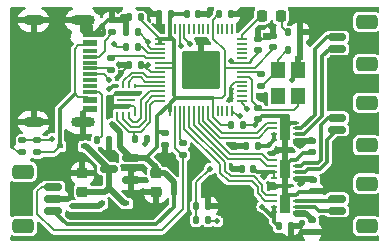
<source format=gbr>
%TF.GenerationSoftware,KiCad,Pcbnew,(6.0.5)*%
%TF.CreationDate,2022-10-09T21:33:59+01:00*%
%TF.ProjectId,PicoDrive,5069636f-4472-4697-9665-2e6b69636164,rev?*%
%TF.SameCoordinates,Original*%
%TF.FileFunction,Copper,L1,Top*%
%TF.FilePolarity,Positive*%
%FSLAX46Y46*%
G04 Gerber Fmt 4.6, Leading zero omitted, Abs format (unit mm)*
G04 Created by KiCad (PCBNEW (6.0.5)) date 2022-10-09 21:33:59*
%MOMM*%
%LPD*%
G01*
G04 APERTURE LIST*
G04 Aperture macros list*
%AMRoundRect*
0 Rectangle with rounded corners*
0 $1 Rounding radius*
0 $2 $3 $4 $5 $6 $7 $8 $9 X,Y pos of 4 corners*
0 Add a 4 corners polygon primitive as box body*
4,1,4,$2,$3,$4,$5,$6,$7,$8,$9,$2,$3,0*
0 Add four circle primitives for the rounded corners*
1,1,$1+$1,$2,$3*
1,1,$1+$1,$4,$5*
1,1,$1+$1,$6,$7*
1,1,$1+$1,$8,$9*
0 Add four rect primitives between the rounded corners*
20,1,$1+$1,$2,$3,$4,$5,0*
20,1,$1+$1,$4,$5,$6,$7,0*
20,1,$1+$1,$6,$7,$8,$9,0*
20,1,$1+$1,$8,$9,$2,$3,0*%
G04 Aperture macros list end*
%TA.AperFunction,SMDPad,CuDef*%
%ADD10R,0.600000X0.450000*%
%TD*%
%TA.AperFunction,SMDPad,CuDef*%
%ADD11RoundRect,0.135000X-0.135000X-0.185000X0.135000X-0.185000X0.135000X0.185000X-0.135000X0.185000X0*%
%TD*%
%TA.AperFunction,SMDPad,CuDef*%
%ADD12RoundRect,0.135000X0.135000X0.185000X-0.135000X0.185000X-0.135000X-0.185000X0.135000X-0.185000X0*%
%TD*%
%TA.AperFunction,SMDPad,CuDef*%
%ADD13RoundRect,0.135000X-0.185000X0.135000X-0.185000X-0.135000X0.185000X-0.135000X0.185000X0.135000X0*%
%TD*%
%TA.AperFunction,SMDPad,CuDef*%
%ADD14RoundRect,0.135000X0.185000X-0.135000X0.185000X0.135000X-0.185000X0.135000X-0.185000X-0.135000X0*%
%TD*%
%TA.AperFunction,SMDPad,CuDef*%
%ADD15R,0.250000X0.300000*%
%TD*%
%TA.AperFunction,SMDPad,CuDef*%
%ADD16R,1.600000X0.200000*%
%TD*%
%TA.AperFunction,SMDPad,CuDef*%
%ADD17RoundRect,0.218750X0.218750X0.256250X-0.218750X0.256250X-0.218750X-0.256250X0.218750X-0.256250X0*%
%TD*%
%TA.AperFunction,SMDPad,CuDef*%
%ADD18RoundRect,0.140000X-0.170000X0.140000X-0.170000X-0.140000X0.170000X-0.140000X0.170000X0.140000X0*%
%TD*%
%TA.AperFunction,SMDPad,CuDef*%
%ADD19RoundRect,0.140000X-0.140000X-0.170000X0.140000X-0.170000X0.140000X0.170000X-0.140000X0.170000X0*%
%TD*%
%TA.AperFunction,SMDPad,CuDef*%
%ADD20RoundRect,0.140000X0.140000X0.170000X-0.140000X0.170000X-0.140000X-0.170000X0.140000X-0.170000X0*%
%TD*%
%TA.AperFunction,SMDPad,CuDef*%
%ADD21RoundRect,0.140000X0.170000X-0.140000X0.170000X0.140000X-0.170000X0.140000X-0.170000X-0.140000X0*%
%TD*%
%TA.AperFunction,SMDPad,CuDef*%
%ADD22RoundRect,0.225000X-0.250000X0.225000X-0.250000X-0.225000X0.250000X-0.225000X0.250000X0.225000X0*%
%TD*%
%TA.AperFunction,SMDPad,CuDef*%
%ADD23RoundRect,0.225000X0.250000X-0.225000X0.250000X0.225000X-0.250000X0.225000X-0.250000X-0.225000X0*%
%TD*%
%TA.AperFunction,SMDPad,CuDef*%
%ADD24R,0.500000X0.250000*%
%TD*%
%TA.AperFunction,SMDPad,CuDef*%
%ADD25R,0.900000X1.600000*%
%TD*%
%TA.AperFunction,SMDPad,CuDef*%
%ADD26R,1.200000X1.400000*%
%TD*%
%TA.AperFunction,SMDPad,CuDef*%
%ADD27R,1.160000X0.600000*%
%TD*%
%TA.AperFunction,SMDPad,CuDef*%
%ADD28R,1.160000X0.300000*%
%TD*%
%TA.AperFunction,ComponentPad*%
%ADD29O,2.000000X0.900000*%
%TD*%
%TA.AperFunction,ComponentPad*%
%ADD30O,1.700000X0.900000*%
%TD*%
%TA.AperFunction,SMDPad,CuDef*%
%ADD31RoundRect,0.050000X0.050000X-0.387500X0.050000X0.387500X-0.050000X0.387500X-0.050000X-0.387500X0*%
%TD*%
%TA.AperFunction,SMDPad,CuDef*%
%ADD32RoundRect,0.050000X0.387500X-0.050000X0.387500X0.050000X-0.387500X0.050000X-0.387500X-0.050000X0*%
%TD*%
%TA.AperFunction,ComponentPad*%
%ADD33C,0.600000*%
%TD*%
%TA.AperFunction,SMDPad,CuDef*%
%ADD34RoundRect,0.144000X1.456000X-1.456000X1.456000X1.456000X-1.456000X1.456000X-1.456000X-1.456000X0*%
%TD*%
%TA.AperFunction,SMDPad,CuDef*%
%ADD35RoundRect,0.250000X-0.650000X0.350000X-0.650000X-0.350000X0.650000X-0.350000X0.650000X0.350000X0*%
%TD*%
%TA.AperFunction,SMDPad,CuDef*%
%ADD36RoundRect,0.150000X-0.625000X0.150000X-0.625000X-0.150000X0.625000X-0.150000X0.625000X0.150000X0*%
%TD*%
%TA.AperFunction,SMDPad,CuDef*%
%ADD37RoundRect,0.150000X0.587500X0.150000X-0.587500X0.150000X-0.587500X-0.150000X0.587500X-0.150000X0*%
%TD*%
%TA.AperFunction,SMDPad,CuDef*%
%ADD38RoundRect,0.250000X0.650000X-0.350000X0.650000X0.350000X-0.650000X0.350000X-0.650000X-0.350000X0*%
%TD*%
%TA.AperFunction,SMDPad,CuDef*%
%ADD39RoundRect,0.150000X0.625000X-0.150000X0.625000X0.150000X-0.625000X0.150000X-0.625000X-0.150000X0*%
%TD*%
%TA.AperFunction,ViaPad*%
%ADD40C,0.500000*%
%TD*%
%TA.AperFunction,Conductor*%
%ADD41C,0.200000*%
%TD*%
%TA.AperFunction,Conductor*%
%ADD42C,0.300000*%
%TD*%
%TA.AperFunction,Conductor*%
%ADD43C,0.500000*%
%TD*%
G04 APERTURE END LIST*
D10*
%TO.P,D1,1,K*%
%TO.N,Net-(C1-Pad1)*%
X149386000Y-63500000D03*
%TO.P,D1,2,A*%
%TO.N,/VBUS*%
X147286000Y-63500000D03*
%TD*%
D11*
%TO.P,R11,1*%
%TO.N,Net-(U3-Pad39)*%
X158875000Y-68580000D03*
%TO.P,R11,2*%
%TO.N,GND*%
X159895000Y-68580000D03*
%TD*%
D12*
%TO.P,R10,2*%
%TO.N,Net-(U3-Pad39)*%
X158875000Y-69723000D03*
%TO.P,R10,1*%
%TO.N,+BATT*%
X159895000Y-69723000D03*
%TD*%
D13*
%TO.P,R9,1*%
%TO.N,Net-(U3-Pad40)*%
X144145000Y-62990000D03*
%TO.P,R9,2*%
%TO.N,GND*%
X144145000Y-64010000D03*
%TD*%
D14*
%TO.P,R8,2*%
%TO.N,Net-(U3-Pad40)*%
X145415000Y-62990000D03*
%TO.P,R8,1*%
%TO.N,/VBUS*%
X145415000Y-64010000D03*
%TD*%
D15*
%TO.P,U1,1,~{CS}*%
%TO.N,QSPI_SS*%
X152158000Y-60763000D03*
%TO.P,U1,2,DO(IO1)*%
%TO.N,QSPI_D1*%
X152658000Y-60763000D03*
%TO.P,U1,3,IO2*%
%TO.N,QSPI_D2*%
X153158000Y-60763000D03*
%TO.P,U1,4,GND*%
%TO.N,GND*%
X153658000Y-60763000D03*
%TO.P,U1,5,DI(IO0)*%
%TO.N,QSPI_D0*%
X153658000Y-58363000D03*
%TO.P,U1,6,CLK*%
%TO.N,QSPI_SCLK*%
X153158000Y-58363000D03*
%TO.P,U1,7,IO3*%
%TO.N,QSPI_D3*%
X152658000Y-58363000D03*
%TO.P,U1,8,VCC*%
%TO.N,+3V3*%
X152158000Y-58363000D03*
D16*
%TO.P,U1,FLAG*%
%TO.N,N/C*%
X152908000Y-59563000D03*
%TD*%
D11*
%TO.P,R12,1*%
%TO.N,Net-(D3-Pad1)*%
X166622000Y-53848000D03*
%TO.P,R12,2*%
%TO.N,GND*%
X167642000Y-53848000D03*
%TD*%
D14*
%TO.P,R7,1*%
%TO.N,/IBUS*%
X157734000Y-64226500D03*
%TO.P,R7,2*%
%TO.N,Net-(R7-Pad2)*%
X157734000Y-63206500D03*
%TD*%
D11*
%TO.P,R6,2*%
%TO.N,Net-(R6-Pad2)*%
X153926000Y-55118000D03*
%TO.P,R6,1*%
%TO.N,USB_DM*%
X152906000Y-55118000D03*
%TD*%
D14*
%TO.P,R5,2*%
%TO.N,Net-(R5-Pad2)*%
X151638000Y-56005000D03*
%TO.P,R5,1*%
%TO.N,USB_DP*%
X151638000Y-57025000D03*
%TD*%
D13*
%TO.P,R4,1*%
%TO.N,Net-(R4-Pad1)*%
X164338000Y-57402000D03*
%TO.P,R4,2*%
%TO.N,Net-(C4-Pad1)*%
X164338000Y-58422000D03*
%TD*%
D11*
%TO.P,R3,1*%
%TO.N,QSPI_SS*%
X153668000Y-62865000D03*
%TO.P,R3,2*%
%TO.N,Net-(JP1-Pad1)*%
X154688000Y-62865000D03*
%TD*%
D12*
%TO.P,R2,2*%
%TO.N,Net-(P1-PadB5)*%
X150493000Y-62992000D03*
%TO.P,R2,1*%
%TO.N,GND*%
X151513000Y-62992000D03*
%TD*%
D13*
%TO.P,R1,2*%
%TO.N,Net-(P1-PadA5)*%
X151765000Y-53850000D03*
%TO.P,R1,1*%
%TO.N,GND*%
X151765000Y-52830000D03*
%TD*%
D17*
%TO.P,D3,1,K*%
%TO.N,Net-(D3-Pad1)*%
X166014500Y-52451000D03*
%TO.P,D3,2,A*%
%TO.N,Net-(D3-Pad2)*%
X164439500Y-52451000D03*
%TD*%
D18*
%TO.P,C20,1*%
%TO.N,+BATT*%
X168656000Y-69751000D03*
%TO.P,C20,2*%
%TO.N,GND*%
X168656000Y-70711000D03*
%TD*%
%TO.P,C19,1*%
%TO.N,+BATT*%
X168783000Y-66322000D03*
%TO.P,C19,2*%
%TO.N,GND*%
X168783000Y-67282000D03*
%TD*%
%TO.P,C18,1*%
%TO.N,+BATT*%
X168656000Y-63020000D03*
%TO.P,C18,2*%
%TO.N,GND*%
X168656000Y-63980000D03*
%TD*%
D19*
%TO.P,C17,1*%
%TO.N,+3V3*%
X165890000Y-70256400D03*
%TO.P,C17,2*%
%TO.N,GND*%
X166850000Y-70256400D03*
%TD*%
D20*
%TO.P,C16,1*%
%TO.N,+3V3*%
X163675000Y-65405000D03*
%TO.P,C16,2*%
%TO.N,GND*%
X162715000Y-65405000D03*
%TD*%
%TO.P,C15,1*%
%TO.N,+3V3*%
X164056000Y-63500000D03*
%TO.P,C15,2*%
%TO.N,GND*%
X163096000Y-63500000D03*
%TD*%
%TO.P,C14,1*%
%TO.N,+3V3*%
X154150000Y-52578000D03*
%TO.P,C14,2*%
%TO.N,GND*%
X153190000Y-52578000D03*
%TD*%
D19*
%TO.P,C13,1*%
%TO.N,+3V3*%
X161826000Y-61722000D03*
%TO.P,C13,2*%
%TO.N,GND*%
X162786000Y-61722000D03*
%TD*%
%TO.P,C12,1*%
%TO.N,+3V3*%
X160810000Y-52324000D03*
%TO.P,C12,2*%
%TO.N,GND*%
X161770000Y-52324000D03*
%TD*%
D20*
%TO.P,C11,1*%
%TO.N,+3V3*%
X156690000Y-52324000D03*
%TO.P,C11,2*%
%TO.N,GND*%
X155730000Y-52324000D03*
%TD*%
D21*
%TO.P,C10,1*%
%TO.N,+3V3*%
X165354000Y-55090000D03*
%TO.P,C10,2*%
%TO.N,GND*%
X165354000Y-54130000D03*
%TD*%
D18*
%TO.P,C9,1*%
%TO.N,+3V3*%
X156210000Y-62385000D03*
%TO.P,C9,2*%
%TO.N,GND*%
X156210000Y-63345000D03*
%TD*%
D19*
%TO.P,C8,1*%
%TO.N,+3V3*%
X158075500Y-52324000D03*
%TO.P,C8,2*%
%TO.N,GND*%
X159035500Y-52324000D03*
%TD*%
D20*
%TO.P,C7,1*%
%TO.N,+1V1*%
X154150000Y-56642000D03*
%TO.P,C7,2*%
%TO.N,GND*%
X153190000Y-56642000D03*
%TD*%
D21*
%TO.P,C6,1*%
%TO.N,+1V1*%
X164084000Y-55344000D03*
%TO.P,C6,2*%
%TO.N,GND*%
X164084000Y-54384000D03*
%TD*%
D20*
%TO.P,C5,1*%
%TO.N,+1V1*%
X153896000Y-53848000D03*
%TO.P,C5,2*%
%TO.N,GND*%
X152936000Y-53848000D03*
%TD*%
D19*
%TO.P,C4,1*%
%TO.N,Net-(C4-Pad1)*%
X166652000Y-55372000D03*
%TO.P,C4,2*%
%TO.N,GND*%
X167612000Y-55372000D03*
%TD*%
D18*
%TO.P,C3,1*%
%TO.N,Net-(C3-Pad1)*%
X164084000Y-60226000D03*
%TO.P,C3,2*%
%TO.N,GND*%
X164084000Y-61186000D03*
%TD*%
D22*
%TO.P,C2,1*%
%TO.N,+3V3*%
X155448000Y-65773000D03*
%TO.P,C2,2*%
%TO.N,GND*%
X155448000Y-67323000D03*
%TD*%
D23*
%TO.P,C1,2*%
%TO.N,GND*%
X149225000Y-65773000D03*
%TO.P,C1,1*%
%TO.N,Net-(C1-Pad1)*%
X149225000Y-67323000D03*
%TD*%
D10*
%TO.P,D2,1,K*%
%TO.N,Net-(C1-Pad1)*%
X152942000Y-68326000D03*
%TO.P,D2,2,A*%
%TO.N,+BATT*%
X150842000Y-68326000D03*
%TD*%
D24*
%TO.P,U6,1,VM*%
%TO.N,+BATT*%
X167320000Y-69095000D03*
%TO.P,U6,2,OUT1*%
%TO.N,/M3+*%
X167320000Y-68595000D03*
%TO.P,U6,3,OUT2*%
%TO.N,/M3-*%
X167320000Y-68095000D03*
%TO.P,U6,4,GND*%
%TO.N,GND*%
X167320000Y-67595000D03*
%TO.P,U6,5,IN2*%
%TO.N,/M3B*%
X165420000Y-67595000D03*
%TO.P,U6,6,IN1*%
%TO.N,/M3A*%
X165420000Y-68095000D03*
%TO.P,U6,7,~{SLEEP}*%
%TO.N,+3V3*%
X165420000Y-68595000D03*
%TO.P,U6,8,VCC*%
X165420000Y-69095000D03*
D25*
%TO.P,U6,9,GND*%
%TO.N,GND*%
X166370000Y-68345000D03*
%TD*%
D24*
%TO.P,U4,1,VM*%
%TO.N,+BATT*%
X167320000Y-62980000D03*
%TO.P,U4,2,OUT1*%
%TO.N,/M1+*%
X167320000Y-62480000D03*
%TO.P,U4,3,OUT2*%
%TO.N,/M1-*%
X167320000Y-61980000D03*
%TO.P,U4,4,GND*%
%TO.N,GND*%
X167320000Y-61480000D03*
%TO.P,U4,5,IN2*%
%TO.N,/M1B*%
X165420000Y-61480000D03*
%TO.P,U4,6,IN1*%
%TO.N,/M1A*%
X165420000Y-61980000D03*
%TO.P,U4,7,~{SLEEP}*%
%TO.N,+3V3*%
X165420000Y-62480000D03*
%TO.P,U4,8,VCC*%
X165420000Y-62980000D03*
D25*
%TO.P,U4,9,GND*%
%TO.N,GND*%
X166370000Y-62230000D03*
%TD*%
D26*
%TO.P,Y1,1,1*%
%TO.N,Net-(C3-Pad1)*%
X167474000Y-59266000D03*
%TO.P,Y1,2,2*%
%TO.N,GND*%
X167474000Y-57066000D03*
%TO.P,Y1,3,3*%
%TO.N,Net-(C4-Pad1)*%
X165774000Y-57066000D03*
%TO.P,Y1,4*%
%TO.N,N/C*%
X165774000Y-59266000D03*
%TD*%
D24*
%TO.P,U5,1,VM*%
%TO.N,+BATT*%
X167320000Y-66155000D03*
%TO.P,U5,2,OUT1*%
%TO.N,/M2+*%
X167320000Y-65655000D03*
%TO.P,U5,3,OUT2*%
%TO.N,/M2-*%
X167320000Y-65155000D03*
%TO.P,U5,4,GND*%
%TO.N,GND*%
X167320000Y-64655000D03*
%TO.P,U5,5,IN2*%
%TO.N,/M2B*%
X165420000Y-64655000D03*
%TO.P,U5,6,IN1*%
%TO.N,/M2A*%
X165420000Y-65155000D03*
%TO.P,U5,7,~{SLEEP}*%
%TO.N,+3V3*%
X165420000Y-65655000D03*
%TO.P,U5,8,VCC*%
X165420000Y-66155000D03*
D25*
%TO.P,U5,9,GND*%
%TO.N,GND*%
X166370000Y-65405000D03*
%TD*%
D27*
%TO.P,P1,A1,GND*%
%TO.N,GND*%
X149830000Y-53950000D03*
%TO.P,P1,A4,VBUS*%
%TO.N,/VBUS*%
X149830000Y-54750000D03*
D28*
%TO.P,P1,A5,CC*%
%TO.N,Net-(P1-PadA5)*%
X149830000Y-55900000D03*
%TO.P,P1,A6,D+*%
%TO.N,USB_DP*%
X149830000Y-56900000D03*
%TO.P,P1,A7,D-*%
%TO.N,USB_DM*%
X149830000Y-57400000D03*
%TO.P,P1,A8*%
%TO.N,N/C*%
X149830000Y-58400000D03*
D27*
%TO.P,P1,A9,VBUS*%
%TO.N,/VBUS*%
X149830000Y-59550000D03*
%TO.P,P1,A12,GND*%
%TO.N,GND*%
X149830000Y-60350000D03*
%TO.P,P1,B1,GND*%
X149830000Y-60350000D03*
%TO.P,P1,B4,VBUS*%
%TO.N,/VBUS*%
X149830000Y-59550000D03*
D28*
%TO.P,P1,B5,VCONN*%
%TO.N,Net-(P1-PadB5)*%
X149830000Y-58900000D03*
%TO.P,P1,B6*%
%TO.N,N/C*%
X149830000Y-57900000D03*
%TO.P,P1,B7*%
X149830000Y-56400000D03*
%TO.P,P1,B8*%
X149830000Y-55400000D03*
D27*
%TO.P,P1,B9,VBUS*%
%TO.N,/VBUS*%
X149830000Y-54750000D03*
%TO.P,P1,B12,GND*%
%TO.N,GND*%
X149830000Y-53950000D03*
D29*
%TO.P,P1,S1,SHIELD*%
X149250000Y-52830000D03*
D30*
X145080000Y-52830000D03*
D29*
X149250000Y-61470000D03*
D30*
X145080000Y-61470000D03*
%TD*%
D31*
%TO.P,U3,1,IOVDD*%
%TO.N,+3V3*%
X156658000Y-60460500D03*
%TO.P,U3,2,GPIO0*%
%TO.N,/IBUS*%
X157058000Y-60460500D03*
%TO.P,U3,3,GPIO1*%
%TO.N,Net-(R7-Pad2)*%
X157458000Y-60460500D03*
%TO.P,U3,4,GPIO2*%
%TO.N,/M3A*%
X157858000Y-60460500D03*
%TO.P,U3,5,GPIO3*%
%TO.N,/M3B*%
X158258000Y-60460500D03*
%TO.P,U3,6,GPIO4*%
%TO.N,/M2A*%
X158658000Y-60460500D03*
%TO.P,U3,7,GPIO5*%
%TO.N,/M2B*%
X159058000Y-60460500D03*
%TO.P,U3,8,GPIO6*%
%TO.N,/M1A*%
X159458000Y-60460500D03*
%TO.P,U3,9,GPIO7*%
%TO.N,/M1B*%
X159858000Y-60460500D03*
%TO.P,U3,10,IOVDD*%
%TO.N,+3V3*%
X160258000Y-60460500D03*
%TO.P,U3,11,GPIO8*%
%TO.N,unconnected-(U3-Pad11)*%
X160658000Y-60460500D03*
%TO.P,U3,12,GPIO9*%
%TO.N,unconnected-(U3-Pad12)*%
X161058000Y-60460500D03*
%TO.P,U3,13,GPIO10*%
%TO.N,unconnected-(U3-Pad13)*%
X161458000Y-60460500D03*
%TO.P,U3,14,GPIO11*%
%TO.N,/IO_2*%
X161858000Y-60460500D03*
D32*
%TO.P,U3,15,GPIO12*%
%TO.N,/IO_1*%
X162695500Y-59623000D03*
%TO.P,U3,16,GPIO13*%
%TO.N,unconnected-(U3-Pad16)*%
X162695500Y-59223000D03*
%TO.P,U3,17,GPIO14*%
%TO.N,unconnected-(U3-Pad17)*%
X162695500Y-58823000D03*
%TO.P,U3,18,GPIO15*%
%TO.N,unconnected-(U3-Pad18)*%
X162695500Y-58423000D03*
%TO.P,U3,19,TESTEN*%
%TO.N,GND*%
X162695500Y-58023000D03*
%TO.P,U3,20,XIN*%
%TO.N,Net-(C3-Pad1)*%
X162695500Y-57623000D03*
%TO.P,U3,21,XOUT*%
%TO.N,Net-(R4-Pad1)*%
X162695500Y-57223000D03*
%TO.P,U3,22,IOVDD*%
%TO.N,+3V3*%
X162695500Y-56823000D03*
%TO.P,U3,23,DVDD*%
%TO.N,+1V1*%
X162695500Y-56423000D03*
%TO.P,U3,24,SWCLK*%
%TO.N,unconnected-(U3-Pad24)*%
X162695500Y-56023000D03*
%TO.P,U3,25,SWD*%
%TO.N,unconnected-(U3-Pad25)*%
X162695500Y-55623000D03*
%TO.P,U3,26,RUN*%
%TO.N,unconnected-(U3-Pad26)*%
X162695500Y-55223000D03*
%TO.P,U3,27,GPIO16*%
%TO.N,unconnected-(U3-Pad27)*%
X162695500Y-54823000D03*
%TO.P,U3,28,GPIO17*%
%TO.N,Net-(D3-Pad2)*%
X162695500Y-54423000D03*
D31*
%TO.P,U3,29,GPIO18*%
%TO.N,unconnected-(U3-Pad29)*%
X161858000Y-53585500D03*
%TO.P,U3,30,GPIO19*%
%TO.N,unconnected-(U3-Pad30)*%
X161458000Y-53585500D03*
%TO.P,U3,31,GPIO20*%
%TO.N,unconnected-(U3-Pad31)*%
X161058000Y-53585500D03*
%TO.P,U3,32,GPIO21*%
%TO.N,unconnected-(U3-Pad32)*%
X160658000Y-53585500D03*
%TO.P,U3,33,IOVDD*%
%TO.N,+3V3*%
X160258000Y-53585500D03*
%TO.P,U3,34,GPIO22*%
%TO.N,unconnected-(U3-Pad34)*%
X159858000Y-53585500D03*
%TO.P,U3,35,GPIO23*%
%TO.N,unconnected-(U3-Pad35)*%
X159458000Y-53585500D03*
%TO.P,U3,36,GPIO24*%
%TO.N,unconnected-(U3-Pad36)*%
X159058000Y-53585500D03*
%TO.P,U3,37,GPIO25*%
%TO.N,unconnected-(U3-Pad37)*%
X158658000Y-53585500D03*
%TO.P,U3,38,GPIO26_ADC0*%
%TO.N,unconnected-(U3-Pad38)*%
X158258000Y-53585500D03*
%TO.P,U3,39,GPIO27_ADC1*%
%TO.N,Net-(U3-Pad39)*%
X157858000Y-53585500D03*
%TO.P,U3,40,GPIO28_ADC2*%
%TO.N,Net-(U3-Pad40)*%
X157458000Y-53585500D03*
%TO.P,U3,41,GPIO29_ADC3*%
%TO.N,unconnected-(U3-Pad41)*%
X157058000Y-53585500D03*
%TO.P,U3,42,IOVDD*%
%TO.N,+3V3*%
X156658000Y-53585500D03*
D32*
%TO.P,U3,43,ADC_AVDD*%
X155820500Y-54423000D03*
%TO.P,U3,44,VREG_IN*%
X155820500Y-54823000D03*
%TO.P,U3,45,VREG_VOUT*%
%TO.N,+1V1*%
X155820500Y-55223000D03*
%TO.P,U3,46,USB_DM*%
%TO.N,Net-(R6-Pad2)*%
X155820500Y-55623000D03*
%TO.P,U3,47,USB_DP*%
%TO.N,Net-(R5-Pad2)*%
X155820500Y-56023000D03*
%TO.P,U3,48,USB_VDD*%
%TO.N,+3V3*%
X155820500Y-56423000D03*
%TO.P,U3,49,IOVDD*%
X155820500Y-56823000D03*
%TO.P,U3,50,DVDD*%
%TO.N,+1V1*%
X155820500Y-57223000D03*
%TO.P,U3,51,QSPI_SD3*%
%TO.N,QSPI_D3*%
X155820500Y-57623000D03*
%TO.P,U3,52,QSPI_SCLK*%
%TO.N,QSPI_SCLK*%
X155820500Y-58023000D03*
%TO.P,U3,53,QSPI_SD0*%
%TO.N,QSPI_D0*%
X155820500Y-58423000D03*
%TO.P,U3,54,QSPI_SD2*%
%TO.N,QSPI_D2*%
X155820500Y-58823000D03*
%TO.P,U3,55,QSPI_SD1*%
%TO.N,QSPI_D1*%
X155820500Y-59223000D03*
%TO.P,U3,56,QSPI_SS*%
%TO.N,QSPI_SS*%
X155820500Y-59623000D03*
D33*
%TO.P,U3,57,GND*%
%TO.N,GND*%
X160533000Y-58298000D03*
X159258000Y-55748000D03*
X157983000Y-58298000D03*
X157983000Y-57023000D03*
D34*
X159258000Y-57023000D03*
D33*
X157983000Y-55748000D03*
X159258000Y-58298000D03*
X160533000Y-55748000D03*
X159258000Y-57023000D03*
X160533000Y-57023000D03*
%TD*%
D35*
%TO.P,J2,MP*%
%TO.N,N/C*%
X173285000Y-59795000D03*
X173285000Y-63395000D03*
D36*
%TO.P,J2,2,Pin_2*%
%TO.N,/M2+*%
X170760000Y-62095000D03*
%TO.P,J2,1,Pin_1*%
%TO.N,/M2-*%
X170760000Y-61095000D03*
%TD*%
D37*
%TO.P,U2,1,GND*%
%TO.N,GND*%
X153337500Y-66355000D03*
%TO.P,U2,2,VO*%
%TO.N,+3V3*%
X153337500Y-64455000D03*
%TO.P,U2,3,VI*%
%TO.N,Net-(C1-Pad1)*%
X151462500Y-65405000D03*
%TD*%
D38*
%TO.P,J4,MP*%
%TO.N,N/C*%
X144215000Y-65645000D03*
X144215000Y-70245000D03*
D39*
%TO.P,J4,3,Pin_3*%
%TO.N,/IBUS*%
X146740000Y-66945000D03*
%TO.P,J4,2,Pin_2*%
%TO.N,GND*%
X146740000Y-67945000D03*
%TO.P,J4,1,Pin_1*%
%TO.N,+3V3*%
X146740000Y-68945000D03*
%TD*%
D36*
%TO.P,J3,1,Pin_1*%
%TO.N,/M3-*%
X170760000Y-67945000D03*
%TO.P,J3,2,Pin_2*%
%TO.N,/M3+*%
X170760000Y-68945000D03*
D35*
%TO.P,J3,MP*%
%TO.N,N/C*%
X173285000Y-70245000D03*
X173285000Y-66645000D03*
%TD*%
%TO.P,J1,MP*%
%TO.N,N/C*%
X173285000Y-56545000D03*
X173285000Y-52945000D03*
D36*
%TO.P,J1,2,Pin_2*%
%TO.N,/M1+*%
X170760000Y-55245000D03*
%TO.P,J1,1,Pin_1*%
%TO.N,/M1-*%
X170760000Y-54245000D03*
%TD*%
D40*
%TO.N,+3V3*%
X164559447Y-66060553D03*
X164458003Y-68595426D03*
X151736108Y-61619111D03*
%TO.N,+BATT*%
X168275000Y-69215000D03*
X167640000Y-66675000D03*
%TO.N,Net-(U3-Pad39)*%
X158305500Y-54800500D03*
%TO.N,Net-(U3-Pad40)*%
X157571500Y-54991000D03*
%TO.N,GND*%
X164338000Y-59309000D03*
%TO.N,/IO_1*%
X163195000Y-60325000D03*
%TO.N,/IO_2*%
X162560000Y-60960000D03*
%TO.N,GND*%
X167005000Y-57848500D03*
%TO.N,+1V1*%
X161839500Y-56261000D03*
%TO.N,Net-(U3-Pad39)*%
X160020000Y-65405000D03*
%TO.N,+BATT*%
X160655000Y-69850000D03*
%TO.N,Net-(U3-Pad40)*%
X146685000Y-62865000D03*
%TO.N,GND*%
X153797000Y-67437000D03*
X149098000Y-69342000D03*
X154559000Y-69342000D03*
X155956000Y-64262000D03*
X157099000Y-65151000D03*
%TO.N,+3V3*%
X151511000Y-58674000D03*
%TO.N,GND*%
X151638000Y-60071000D03*
X162560000Y-63500000D03*
X170180000Y-71120000D03*
X167005000Y-52705000D03*
X167640000Y-54610000D03*
X165100000Y-53340000D03*
X162560000Y-52070000D03*
X163195000Y-52705000D03*
X160020000Y-52070000D03*
X155575000Y-53340000D03*
X154940000Y-52070000D03*
X150495000Y-52070000D03*
X151765000Y-64135000D03*
X153670000Y-65405000D03*
X150495000Y-66040000D03*
X147955000Y-66040000D03*
X146050000Y-71120000D03*
X156845000Y-71120000D03*
X158750000Y-64770000D03*
X162560000Y-67945000D03*
X164465000Y-71120000D03*
X167640000Y-71120000D03*
X166370000Y-67310000D03*
X166370000Y-66675000D03*
X166370000Y-63500000D03*
X166370000Y-64135000D03*
X161925000Y-65405000D03*
X152273000Y-52070000D03*
X150876000Y-53340000D03*
X152527000Y-57277000D03*
X163830000Y-61722000D03*
X161747212Y-59486808D03*
%TO.N,Net-(JP1-Pad1)*%
X154477500Y-63306214D03*
%TO.N,+1V1*%
X154813000Y-56642000D03*
X154813000Y-54677500D03*
%TO.N,+3V3*%
X156972000Y-67564000D03*
%TO.N,+BATT*%
X149352000Y-68580000D03*
X148336000Y-68580000D03*
%TO.N,+3V3*%
X165000000Y-63400000D03*
%TO.N,+BATT*%
X167640000Y-63500000D03*
%TO.N,USB_DM*%
X151481669Y-57869466D03*
X151892000Y-54864000D03*
%TD*%
D41*
%TO.N,+3V3*%
X165420000Y-66155000D02*
X165420000Y-65655000D01*
D42*
X164965000Y-65655000D02*
X164559447Y-66060553D01*
X165420000Y-65655000D02*
X164965000Y-65655000D01*
D41*
X156658000Y-54188006D02*
X156658000Y-53585500D01*
D42*
X156892994Y-54423000D02*
X156658000Y-54188006D01*
X156972000Y-54502006D02*
X156892994Y-54423000D01*
X156972000Y-54864000D02*
X156972000Y-54502006D01*
D43*
X152400000Y-62286172D02*
X151734523Y-61620695D01*
D41*
%TO.N,Net-(JP1-Pad1)*%
X154688000Y-63095714D02*
X154688000Y-62865000D01*
X154477500Y-63306214D02*
X154688000Y-63095714D01*
D42*
%TO.N,/M3-*%
X167320000Y-68095000D02*
X170610000Y-68095000D01*
D43*
%TO.N,+BATT*%
X167854520Y-66254520D02*
X167854520Y-66460480D01*
X167854520Y-66254520D02*
X167320000Y-66254520D01*
X167854520Y-66460480D02*
X167640000Y-66675000D01*
X168762980Y-66254520D02*
X167854520Y-66254520D01*
D42*
X167640000Y-66675000D02*
X167640000Y-66475000D01*
D41*
%TO.N,GND*%
X167474000Y-57379500D02*
X167474000Y-57066000D01*
X167005000Y-57848500D02*
X167474000Y-57379500D01*
%TO.N,+1V1*%
X163414480Y-56422520D02*
X163619225Y-56217775D01*
X162001020Y-56422520D02*
X163414480Y-56422520D01*
X161839500Y-56261000D02*
X162001020Y-56422520D01*
%TO.N,Net-(U3-Pad39)*%
X157858000Y-53585500D02*
X157858000Y-54353000D01*
X157858000Y-54353000D02*
X158305500Y-54800500D01*
%TO.N,Net-(U3-Pad40)*%
X157458000Y-54877500D02*
X157458000Y-53585500D01*
X157571500Y-54991000D02*
X157458000Y-54877500D01*
%TO.N,+3V3*%
X161344000Y-56823000D02*
X161290000Y-56769000D01*
X162695500Y-56823000D02*
X161344000Y-56823000D01*
X161290000Y-56769000D02*
X161290000Y-55372000D01*
X161290000Y-57150000D02*
X161290000Y-56769000D01*
X160290000Y-54372000D02*
X160258000Y-54372000D01*
X161290000Y-55372000D02*
X160290000Y-54372000D01*
X160258000Y-53585500D02*
X160258000Y-54372000D01*
%TO.N,+1V1*%
X163576000Y-56134000D02*
X163287000Y-56423000D01*
X163227295Y-56423000D02*
X162695500Y-56423000D01*
%TO.N,/IO_1*%
X162695500Y-59825500D02*
X163195000Y-60325000D01*
X162695500Y-59623000D02*
X162695500Y-59825500D01*
%TO.N,GND*%
X162786000Y-61722000D02*
X163830000Y-61722000D01*
X163830000Y-61722000D02*
X164084000Y-61468000D01*
X164084000Y-61468000D02*
X164084000Y-61186000D01*
X162715000Y-65405000D02*
X161925000Y-65405000D01*
%TO.N,/IO_2*%
X162560000Y-60960000D02*
X162357500Y-60960000D01*
X162357500Y-60960000D02*
X161858000Y-60460500D01*
%TO.N,Net-(U3-Pad40)*%
X146560000Y-62990000D02*
X145415000Y-62990000D01*
X146685000Y-62865000D02*
X146560000Y-62990000D01*
%TO.N,USB_DM*%
X151481669Y-57869466D02*
X151012203Y-57400000D01*
X151012203Y-57400000D02*
X149830000Y-57400000D01*
%TO.N,GND*%
X143766000Y-64010000D02*
X143383000Y-63627000D01*
X144145000Y-64010000D02*
X143766000Y-64010000D01*
%TO.N,Net-(U3-Pad39)*%
X158875000Y-66550000D02*
X160020000Y-65405000D01*
X158875000Y-68580000D02*
X158875000Y-66550000D01*
X158875000Y-69723000D02*
X158875000Y-68580000D01*
%TO.N,+BATT*%
X160022000Y-69850000D02*
X159895000Y-69723000D01*
X160655000Y-69850000D02*
X160022000Y-69850000D01*
%TO.N,Net-(U3-Pad40)*%
X144145000Y-62990000D02*
X145415000Y-62990000D01*
%TO.N,/VBUS*%
X146776000Y-64010000D02*
X147286000Y-63500000D01*
X145415000Y-64010000D02*
X146776000Y-64010000D01*
D42*
%TO.N,+3V3*%
X151683489Y-58501511D02*
X151511000Y-58674000D01*
D41*
%TO.N,GND*%
X153543000Y-60071000D02*
X151638000Y-60071000D01*
X153670000Y-60198000D02*
X153543000Y-60071000D01*
X164084000Y-54384000D02*
X165100000Y-54384000D01*
X165100000Y-54384000D02*
X165354000Y-54130000D01*
X165354000Y-53594000D02*
X165100000Y-53340000D01*
X165354000Y-54130000D02*
X165354000Y-53594000D01*
X159766000Y-52324000D02*
X160020000Y-52070000D01*
%TO.N,/M3A*%
X157858000Y-61993536D02*
X157858000Y-60460500D01*
X161617386Y-66439519D02*
X160890481Y-65712614D01*
X160890481Y-65026017D02*
X157858000Y-61993536D01*
X164065480Y-66910480D02*
X163594520Y-66439520D01*
X164065480Y-67475486D02*
X164065480Y-66910480D01*
X163594520Y-66439520D02*
X161617386Y-66439519D01*
X164684994Y-68095000D02*
X164065480Y-67475486D01*
X160890481Y-65712614D02*
X160890481Y-65026017D01*
X165420000Y-68095000D02*
X164684994Y-68095000D01*
%TO.N,/M3B*%
X158258000Y-61828530D02*
X158258000Y-60460500D01*
X161290000Y-64860530D02*
X158258000Y-61828530D01*
X163761782Y-66040000D02*
X161782873Y-66040000D01*
X164465000Y-67310000D02*
X164465000Y-66743218D01*
X164465000Y-66743218D02*
X163761782Y-66040000D01*
X164750000Y-67595000D02*
X164465000Y-67310000D01*
X161782873Y-66040000D02*
X161290000Y-65547127D01*
X161290000Y-65547127D02*
X161290000Y-64860530D01*
X165420000Y-67595000D02*
X164750000Y-67595000D01*
D42*
%TO.N,GND*%
X151386000Y-52830000D02*
X150876000Y-53340000D01*
X151765000Y-52830000D02*
X151386000Y-52830000D01*
X150266000Y-53950000D02*
X150876000Y-53340000D01*
X149830000Y-53950000D02*
X150266000Y-53950000D01*
D41*
X153162000Y-56642000D02*
X152527000Y-57277000D01*
X153190000Y-56642000D02*
X153162000Y-56642000D01*
X161798000Y-59436020D02*
X161747212Y-59486808D01*
X161798000Y-58388705D02*
X161798000Y-59436020D01*
X162163705Y-58023000D02*
X161798000Y-58388705D01*
X162695500Y-58023000D02*
X162163705Y-58023000D01*
D43*
%TO.N,Net-(C1-Pad1)*%
X149557500Y-63500000D02*
X150065500Y-64008000D01*
X149386000Y-63500000D02*
X149557500Y-63500000D01*
D42*
%TO.N,/VBUS*%
X147286000Y-60359000D02*
X147286000Y-63500000D01*
X147286000Y-60359000D02*
X148590000Y-59055000D01*
D41*
%TO.N,+1V1*%
X154813000Y-56642000D02*
X154622500Y-56832500D01*
X154622500Y-56832500D02*
X154432000Y-56642000D01*
X154940000Y-57150000D02*
X154622500Y-56832500D01*
X163830000Y-55880000D02*
X163576000Y-56134000D01*
D43*
%TO.N,Net-(C1-Pad1)*%
X151147000Y-67323000D02*
X149225000Y-67323000D01*
X151462500Y-67007500D02*
X151147000Y-67323000D01*
X151462500Y-67007500D02*
X151462500Y-65405000D01*
X152942000Y-68326000D02*
X152781000Y-68326000D01*
X152781000Y-68326000D02*
X151462500Y-67007500D01*
%TO.N,+BATT*%
X150588000Y-68580000D02*
X150842000Y-68326000D01*
X149352000Y-68580000D02*
X150588000Y-68580000D01*
%TO.N,Net-(C1-Pad1)*%
X150065500Y-64008000D02*
X151462500Y-65405000D01*
%TO.N,+3V3*%
X156972000Y-66548000D02*
X156972000Y-67564000D01*
X156972000Y-66548000D02*
X156197000Y-65773000D01*
X155448000Y-65773000D02*
X156197000Y-65773000D01*
X155448000Y-65773000D02*
X155448000Y-65283000D01*
X154620000Y-64455000D02*
X155448000Y-65283000D01*
X153337500Y-64455000D02*
X154620000Y-64455000D01*
X152400000Y-63517500D02*
X153337500Y-64455000D01*
X152400000Y-62286172D02*
X152400000Y-63517500D01*
D42*
X155550480Y-63524520D02*
X154620000Y-64455000D01*
D41*
%TO.N,Net-(P1-PadB5)*%
X150876000Y-62609000D02*
X150493000Y-62992000D01*
X150876000Y-59116978D02*
X150876000Y-62609000D01*
D43*
%TO.N,GND*%
X152938000Y-52830000D02*
X153190000Y-52578000D01*
X151765000Y-52830000D02*
X152938000Y-52830000D01*
X152936000Y-52832000D02*
X153190000Y-52578000D01*
X152936000Y-53848000D02*
X152936000Y-52832000D01*
D41*
%TO.N,/IBUS*%
X145780000Y-66945000D02*
X146740000Y-66945000D01*
X146812000Y-70612000D02*
X145415000Y-69215000D01*
X155956000Y-70612000D02*
X146812000Y-70612000D01*
X157734000Y-68834000D02*
X155956000Y-70612000D01*
X157734000Y-64314000D02*
X157734000Y-68834000D01*
X145415000Y-67310000D02*
X145780000Y-66945000D01*
X157058000Y-63638000D02*
X157734000Y-64314000D01*
X145415000Y-69215000D02*
X145415000Y-67310000D01*
X157058000Y-60460500D02*
X157058000Y-63638000D01*
D42*
%TO.N,+3V3*%
X156972000Y-68580000D02*
X156956574Y-68595426D01*
X156972000Y-68072000D02*
X156972000Y-68580000D01*
X155448000Y-70104000D02*
X154940000Y-70104000D01*
X156956574Y-68595426D02*
X155448000Y-70104000D01*
X156972000Y-68072000D02*
X156972000Y-67564000D01*
X147899000Y-70104000D02*
X154940000Y-70104000D01*
X146740000Y-68945000D02*
X147899000Y-70104000D01*
D43*
X155273000Y-65598000D02*
X155448000Y-65773000D01*
D42*
X155550480Y-63524520D02*
X155550480Y-62205480D01*
D43*
%TO.N,+BATT*%
X148844000Y-68580000D02*
X149352000Y-68580000D01*
X148336000Y-68580000D02*
X148844000Y-68580000D01*
D41*
%TO.N,/VBUS*%
X148590000Y-55626000D02*
X148590000Y-59055000D01*
X148590000Y-55626000D02*
X148590000Y-55245000D01*
X149629511Y-59349511D02*
X148884511Y-59349511D01*
X148884511Y-59349511D02*
X148590000Y-59055000D01*
%TO.N,Net-(P1-PadB5)*%
X150659022Y-58900000D02*
X150876000Y-59116978D01*
X149830000Y-58900000D02*
X150659022Y-58900000D01*
X150340000Y-58900000D02*
X150390489Y-58950489D01*
X149830000Y-58900000D02*
X150340000Y-58900000D01*
D42*
%TO.N,+3V3*%
X151822000Y-58363000D02*
X151683489Y-58501511D01*
X152158000Y-58363000D02*
X151822000Y-58363000D01*
D41*
%TO.N,Net-(P1-PadA5)*%
X151130000Y-55429022D02*
X151130000Y-54572500D01*
X151130000Y-54572500D02*
X151765000Y-53937500D01*
X150659022Y-55900000D02*
X151130000Y-55429022D01*
X149830000Y-55900000D02*
X150659022Y-55900000D01*
%TO.N,+1V1*%
X154813000Y-54677500D02*
X153983500Y-53848000D01*
X154813000Y-54991000D02*
X154813000Y-54677500D01*
X154432000Y-56642000D02*
X153983500Y-56642000D01*
X154940000Y-57150000D02*
X155013000Y-57223000D01*
X155013000Y-57223000D02*
X155820500Y-57223000D01*
%TO.N,/VBUS*%
X148884511Y-54950489D02*
X149629511Y-54950489D01*
X148590000Y-55245000D02*
X148884511Y-54950489D01*
X149629511Y-54950489D02*
X149830000Y-54750000D01*
X149830000Y-59550000D02*
X149629511Y-59349511D01*
D42*
%TO.N,+3V3*%
X156972000Y-59182000D02*
X156972000Y-56896000D01*
X164714282Y-65790718D02*
X164465000Y-66040000D01*
X156972000Y-56896000D02*
X156972000Y-56388000D01*
X156608480Y-59907514D02*
X156608480Y-60460500D01*
X165420000Y-69095000D02*
X165420000Y-69873900D01*
D41*
X160258000Y-52788500D02*
X160722500Y-52324000D01*
D42*
X165420000Y-68595000D02*
X165420000Y-69095000D01*
D41*
X160258000Y-59452000D02*
X160274000Y-59436000D01*
D42*
X164143500Y-63500000D02*
X164900000Y-63500000D01*
D41*
X160258000Y-53585500D02*
X160258000Y-52788500D01*
D42*
X165000000Y-63400000D02*
X165420000Y-62980000D01*
D41*
X156899000Y-56823000D02*
X156972000Y-56896000D01*
X155820500Y-56423000D02*
X156937000Y-56423000D01*
D42*
X156972000Y-56388000D02*
X156972000Y-54864000D01*
D41*
X161036000Y-59436000D02*
X161290000Y-59182000D01*
D42*
X155550480Y-62205480D02*
X155642500Y-62297500D01*
D41*
X160258000Y-61003500D02*
X160976500Y-61722000D01*
D42*
X164715000Y-65655000D02*
X164012500Y-65655000D01*
X165420000Y-69557423D02*
X164458003Y-68595426D01*
D41*
X154237500Y-52891500D02*
X155769000Y-54423000D01*
X162695500Y-56823000D02*
X163822141Y-56823000D01*
D42*
X165420000Y-62480000D02*
X165420000Y-62980000D01*
X160274000Y-59436000D02*
X157226000Y-59436000D01*
D41*
X156658000Y-52443500D02*
X156777500Y-52324000D01*
D42*
X156608480Y-52493020D02*
X156777500Y-52324000D01*
X164900000Y-63500000D02*
X165000000Y-63400000D01*
D41*
X160258000Y-60460500D02*
X160258000Y-59452000D01*
D42*
X157988000Y-52324000D02*
X156777500Y-52324000D01*
D41*
X165354000Y-55291141D02*
X165354000Y-55177500D01*
D42*
X164501947Y-66003053D02*
X164714282Y-65790718D01*
X165420000Y-65655000D02*
X164715000Y-65655000D01*
D41*
X160258000Y-60460500D02*
X160258000Y-61003500D01*
D42*
X155550480Y-62205480D02*
X155550480Y-60965514D01*
X156608480Y-54138486D02*
X156608480Y-52493020D01*
X155820500Y-54423000D02*
X156892994Y-54423000D01*
D41*
X154237500Y-52578000D02*
X154237500Y-52891500D01*
D42*
X157099000Y-59416994D02*
X156608480Y-59907514D01*
D41*
X163822141Y-56823000D02*
X165354000Y-55291141D01*
X161290000Y-59182000D02*
X161290000Y-57150000D01*
X155769000Y-54423000D02*
X155820500Y-54423000D01*
X161738500Y-61722000D02*
X160976500Y-61722000D01*
D42*
X164714282Y-65655000D02*
X164714282Y-65790718D01*
D41*
X155820500Y-56823000D02*
X156899000Y-56823000D01*
D42*
X155820500Y-54423000D02*
X155820500Y-54773480D01*
X165420000Y-69873900D02*
X165420000Y-69557423D01*
D41*
X160274000Y-59436000D02*
X161036000Y-59436000D01*
D42*
X157099000Y-59309000D02*
X156972000Y-59182000D01*
X155550480Y-60965514D02*
X156608480Y-59907514D01*
D41*
X156937000Y-56423000D02*
X156972000Y-56388000D01*
D42*
X155642500Y-62297500D02*
X156210000Y-62297500D01*
X157099000Y-59309000D02*
X157099000Y-59416994D01*
X157226000Y-59436000D02*
X157099000Y-59309000D01*
X165420000Y-69873900D02*
X165802500Y-70256400D01*
X164012500Y-65655000D02*
X163762500Y-65405000D01*
X164714282Y-65655000D02*
X164715000Y-65655000D01*
%TO.N,GND*%
X166745978Y-67595000D02*
X166370000Y-67970978D01*
D41*
X153658000Y-60210000D02*
X153670000Y-60198000D01*
D42*
X164846000Y-60960000D02*
X166624000Y-60960000D01*
X166890000Y-61480000D02*
X166370000Y-62000000D01*
X167320000Y-64655000D02*
X166903489Y-64655000D01*
X167545500Y-67369500D02*
X167320000Y-67595000D01*
X166370000Y-67970978D02*
X166370000Y-68345000D01*
X166370000Y-65405000D02*
X166370000Y-65188489D01*
X165100000Y-54296500D02*
X165354000Y-54042500D01*
X166116000Y-61976000D02*
X166370000Y-62230000D01*
X164846000Y-60960000D02*
X164397500Y-60960000D01*
X167320000Y-67595000D02*
X166745978Y-67595000D01*
X166116000Y-60960000D02*
X166370000Y-61214000D01*
X167907500Y-64067500D02*
X167320000Y-64655000D01*
X168783000Y-67369500D02*
X167545500Y-67369500D01*
X166370000Y-61468000D02*
X166370000Y-61214000D01*
X166370000Y-65188489D02*
X166903489Y-64655000D01*
X166370000Y-61976000D02*
X166370000Y-62230000D01*
X168656000Y-64067500D02*
X167907500Y-64067500D01*
X166370000Y-62000000D02*
X166370000Y-62230000D01*
X164397500Y-60960000D02*
X164084000Y-61273500D01*
X166624000Y-61976000D02*
X166370000Y-62230000D01*
X166624000Y-60960000D02*
X166624000Y-61976000D01*
D41*
X159123000Y-52324000D02*
X159766000Y-52324000D01*
D42*
X166116000Y-60960000D02*
X166116000Y-61976000D01*
X167320000Y-61480000D02*
X166890000Y-61480000D01*
D41*
X153658000Y-60763000D02*
X153658000Y-60210000D01*
D42*
%TO.N,/M1+*%
X169545000Y-60888572D02*
X167953572Y-62480000D01*
X169545000Y-55880000D02*
X169545000Y-60888572D01*
X167953572Y-62480000D02*
X167320000Y-62480000D01*
X170760000Y-55245000D02*
X170180000Y-55245000D01*
X170180000Y-55245000D02*
X169545000Y-55880000D01*
%TO.N,/M1-*%
X168910000Y-55245000D02*
X169910000Y-54245000D01*
X169910000Y-54245000D02*
X170760000Y-54245000D01*
X167320480Y-61980480D02*
X167746664Y-61980480D01*
X167746664Y-61980480D02*
X168910000Y-60817144D01*
X168910000Y-60817144D02*
X168910000Y-55245000D01*
X167320000Y-61980000D02*
X167320480Y-61980480D01*
%TO.N,/M2+*%
X168100450Y-65655000D02*
X168350450Y-65405000D01*
X168783000Y-65405000D02*
X169362429Y-65404999D01*
X168350450Y-65405000D02*
X168783000Y-65405000D01*
X169926000Y-64841427D02*
X169926000Y-62929000D01*
X167390000Y-65655000D02*
X168100450Y-65655000D01*
X169926000Y-62929000D02*
X170760000Y-62095000D01*
X169362429Y-65404999D02*
X169926000Y-64841427D01*
X167320000Y-65655000D02*
X168100449Y-65655000D01*
%TO.N,/M2-*%
X168017000Y-64905480D02*
X169155520Y-64905480D01*
X169426480Y-61713520D02*
X170045000Y-61095000D01*
X169155520Y-64905480D02*
X169426480Y-64634520D01*
X170045000Y-61095000D02*
X170760000Y-61095000D01*
X169426480Y-64634520D02*
X169426480Y-61713520D01*
X167320480Y-65155480D02*
X167767000Y-65155480D01*
X167767000Y-65155480D02*
X168017000Y-64905480D01*
X167320000Y-65155000D02*
X167320480Y-65155480D01*
%TO.N,/M3+*%
X167320000Y-68595000D02*
X168925000Y-68595000D01*
X168925000Y-68595000D02*
X169275000Y-68945000D01*
X170760000Y-68945000D02*
X169275000Y-68945000D01*
%TO.N,/M3-*%
X170610000Y-68095000D02*
X170760000Y-67945000D01*
%TO.N,+BATT*%
X167320000Y-62980000D02*
X168608500Y-62980000D01*
X168608500Y-62980000D02*
X168656000Y-62932500D01*
D43*
X168421560Y-63079520D02*
X167525000Y-63079520D01*
X167640000Y-63500000D02*
X167320000Y-63180000D01*
X168656000Y-69663500D02*
X168187020Y-69194520D01*
X168187020Y-69194520D02*
X167320000Y-69194520D01*
X168060480Y-63079520D02*
X167640000Y-63500000D01*
X168508980Y-63079520D02*
X168060480Y-63079520D01*
X168656000Y-62932500D02*
X168568580Y-62932500D01*
D42*
X167320000Y-69095000D02*
X168087500Y-69095000D01*
D43*
X168656000Y-62932500D02*
X168508980Y-63079520D01*
X168568580Y-62932500D02*
X168421560Y-63079520D01*
X167320000Y-63180000D02*
X167320000Y-63079520D01*
D42*
X168087500Y-69095000D02*
X168656000Y-69663500D01*
D41*
%TO.N,QSPI_SS*%
X152158000Y-61267034D02*
X152379483Y-61488517D01*
X155820500Y-59623000D02*
X155318006Y-59623000D01*
X152379483Y-61488517D02*
X153158005Y-62267039D01*
X153886960Y-62267040D02*
X153632960Y-62267040D01*
X155318006Y-59623000D02*
X154977039Y-59963967D01*
X154157994Y-62267040D02*
X153886960Y-62267040D01*
X154977040Y-61447994D02*
X154157994Y-62267040D01*
X153580500Y-62319500D02*
X153580500Y-62865000D01*
X153632960Y-62267040D02*
X153158005Y-62267039D01*
X154977039Y-59963967D02*
X154977040Y-61447994D01*
X152158000Y-60763000D02*
X152158000Y-61267034D01*
X153632960Y-62267040D02*
X153580500Y-62319500D01*
%TO.N,QSPI_D1*%
X152658000Y-60763000D02*
X152658000Y-61202028D01*
X155153000Y-59223000D02*
X155820500Y-59223000D01*
X153992508Y-61867520D02*
X154577520Y-61282508D01*
X154577519Y-59798481D02*
X155153000Y-59223000D01*
X152658000Y-61202028D02*
X153323492Y-61867520D01*
X153323492Y-61867520D02*
X153992508Y-61867520D01*
X154577520Y-61282508D02*
X154577519Y-59798481D01*
%TO.N,QSPI_D2*%
X155820500Y-58823000D02*
X154918000Y-58823000D01*
X153158000Y-61137022D02*
X153158000Y-60763000D01*
X153827022Y-61468000D02*
X153488978Y-61468000D01*
X154178000Y-59563000D02*
X154178000Y-61117022D01*
X154178000Y-61117022D02*
X153827022Y-61468000D01*
X154918000Y-58823000D02*
X154178000Y-59563000D01*
X153488978Y-61468000D02*
X153158000Y-61137022D01*
%TO.N,QSPI_D0*%
X153673000Y-58423000D02*
X153658000Y-58408000D01*
X153658000Y-58408000D02*
X153658000Y-58363000D01*
X155820500Y-58423000D02*
X153673000Y-58423000D01*
%TO.N,QSPI_SCLK*%
X155820500Y-58023000D02*
X154543000Y-58023000D01*
X153158000Y-58043000D02*
X153158000Y-58363000D01*
X154178000Y-57658000D02*
X153543000Y-57658000D01*
X153543000Y-57658000D02*
X153158000Y-58043000D01*
X154543000Y-58023000D02*
X154178000Y-57658000D01*
%TO.N,QSPI_D3*%
X152658000Y-57977994D02*
X152658000Y-58363000D01*
X154708006Y-57623000D02*
X154343486Y-57258480D01*
X153377514Y-57258480D02*
X152658000Y-57977994D01*
X155820500Y-57623000D02*
X154708006Y-57623000D01*
X154343486Y-57258480D02*
X153377514Y-57258480D01*
%TO.N,Net-(C3-Pad1)*%
X163287000Y-57623000D02*
X163576000Y-57912000D01*
X163576000Y-59630500D02*
X164084000Y-60138500D01*
X167132000Y-60452000D02*
X164397500Y-60452000D01*
X164397500Y-60452000D02*
X164084000Y-60138500D01*
X167474000Y-60110000D02*
X167474000Y-59266000D01*
X163576000Y-57912000D02*
X163576000Y-59630500D01*
X167132000Y-60452000D02*
X167474000Y-60110000D01*
X162695500Y-57623000D02*
X163287000Y-57623000D01*
%TO.N,Net-(R4-Pad1)*%
X162695500Y-57223000D02*
X163992500Y-57223000D01*
X163992500Y-57223000D02*
X164338000Y-57568500D01*
%TO.N,+1V1*%
X155820500Y-55223000D02*
X155045000Y-55223000D01*
X155045000Y-55223000D02*
X154813000Y-54991000D01*
X164084000Y-55431500D02*
X164084000Y-55626000D01*
X163287000Y-56423000D02*
X162695500Y-56423000D01*
X164084000Y-55626000D02*
X163830000Y-55880000D01*
%TO.N,Net-(R6-Pad2)*%
X154235006Y-55118000D02*
X154740006Y-55623000D01*
X154740006Y-55623000D02*
X155820500Y-55623000D01*
X154013500Y-55118000D02*
X154235006Y-55118000D01*
%TO.N,Net-(R5-Pad2)*%
X154575000Y-56023000D02*
X154432000Y-55880000D01*
X155820500Y-56023000D02*
X154575000Y-56023000D01*
X153670000Y-55880000D02*
X153924000Y-55880000D01*
X153924000Y-55880000D02*
X154432000Y-55880000D01*
X151892000Y-55880000D02*
X153670000Y-55880000D01*
%TO.N,USB_DP*%
X151552500Y-56900000D02*
X149830000Y-56900000D01*
X151638000Y-56985500D02*
X151552500Y-56900000D01*
%TO.N,USB_DM*%
X152818500Y-55118000D02*
X152146000Y-55118000D01*
X152146000Y-55118000D02*
X151892000Y-54864000D01*
%TO.N,Net-(C4-Pad1)*%
X164338000Y-58502000D02*
X165774000Y-57066000D01*
X165774000Y-56162500D02*
X165774000Y-57066000D01*
X166564500Y-55372000D02*
X165774000Y-56162500D01*
%TO.N,Net-(D3-Pad1)*%
X166102000Y-53415500D02*
X166534500Y-53848000D01*
X166102000Y-52451000D02*
X166102000Y-53415500D01*
%TO.N,Net-(D3-Pad2)*%
X162695500Y-54423000D02*
X162695500Y-54107500D01*
X162695500Y-54107500D02*
X164352000Y-52451000D01*
%TO.N,/M2B*%
X164915006Y-64655000D02*
X164395006Y-64135000D01*
X164395006Y-64135000D02*
X161694482Y-64135000D01*
X161694482Y-64135000D02*
X159058000Y-61498518D01*
X165420000Y-64655000D02*
X164915006Y-64655000D01*
X159058000Y-61498518D02*
X159058000Y-60460500D01*
%TO.N,/M2A*%
X164850000Y-65155000D02*
X165420000Y-65155000D01*
X158658000Y-60460500D02*
X158658000Y-61663524D01*
X158658000Y-61663524D02*
X161528995Y-64534519D01*
X161528995Y-64534519D02*
X164229519Y-64534519D01*
X164229519Y-64534519D02*
X164850000Y-65155000D01*
%TO.N,/M1B*%
X159858000Y-61168506D02*
X159858000Y-60460500D01*
X164036268Y-62331520D02*
X161021014Y-62331520D01*
X164887788Y-61480000D02*
X164036268Y-62331520D01*
X161021014Y-62331520D02*
X159858000Y-61168506D01*
X165420000Y-61480000D02*
X164887788Y-61480000D01*
%TO.N,/M1A*%
X159458480Y-60460980D02*
X159458000Y-60460500D01*
X164952794Y-61980000D02*
X164169314Y-62763480D01*
X165420000Y-61980000D02*
X164952794Y-61980000D01*
X159458481Y-61333993D02*
X159458480Y-60460980D01*
X160887968Y-62763480D02*
X159458481Y-61333993D01*
X164169314Y-62763480D02*
X160887968Y-62763480D01*
%TO.N,Net-(R7-Pad2)*%
X157458000Y-62843000D02*
X157734000Y-63119000D01*
X157458000Y-60460500D02*
X157458000Y-62843000D01*
%TD*%
%TA.AperFunction,Conductor*%
%TO.N,GND*%
G36*
X174312621Y-51709502D02*
G01*
X174359114Y-51763158D01*
X174370500Y-51815500D01*
X174370500Y-52041174D01*
X174350498Y-52109295D01*
X174296842Y-52155788D01*
X174226568Y-52165892D01*
X174185427Y-52152173D01*
X174179764Y-52147929D01*
X174080804Y-52110831D01*
X174051843Y-52099974D01*
X174051841Y-52099974D01*
X174044448Y-52097202D01*
X174036598Y-52096349D01*
X174036597Y-52096349D01*
X173986153Y-52090869D01*
X173986152Y-52090869D01*
X173982756Y-52090500D01*
X172587244Y-52090500D01*
X172583848Y-52090869D01*
X172583847Y-52090869D01*
X172533403Y-52096349D01*
X172533402Y-52096349D01*
X172525552Y-52097202D01*
X172518159Y-52099974D01*
X172518157Y-52099974D01*
X172489196Y-52110831D01*
X172390236Y-52147929D01*
X172383057Y-52153309D01*
X172383054Y-52153311D01*
X172297447Y-52217470D01*
X172274596Y-52234596D01*
X172269215Y-52241776D01*
X172193311Y-52343054D01*
X172193309Y-52343057D01*
X172187929Y-52350236D01*
X172137202Y-52485552D01*
X172130500Y-52547244D01*
X172130500Y-53342756D01*
X172130869Y-53346152D01*
X172130869Y-53346153D01*
X172136133Y-53394604D01*
X172137202Y-53404448D01*
X172139974Y-53411841D01*
X172139974Y-53411843D01*
X172140489Y-53413217D01*
X172187929Y-53539764D01*
X172193309Y-53546943D01*
X172193311Y-53546946D01*
X172244747Y-53615576D01*
X172274596Y-53655404D01*
X172281776Y-53660785D01*
X172383054Y-53736689D01*
X172383057Y-53736691D01*
X172390236Y-53742071D01*
X172447863Y-53763674D01*
X172518157Y-53790026D01*
X172518159Y-53790026D01*
X172525552Y-53792798D01*
X172533402Y-53793651D01*
X172533403Y-53793651D01*
X172583847Y-53799131D01*
X172587244Y-53799500D01*
X173982756Y-53799500D01*
X173986153Y-53799131D01*
X174036597Y-53793651D01*
X174036598Y-53793651D01*
X174044448Y-53792798D01*
X174051841Y-53790026D01*
X174051843Y-53790026D01*
X174134141Y-53759174D01*
X174179764Y-53742071D01*
X174185117Y-53738059D01*
X174253350Y-53723137D01*
X174319898Y-53747875D01*
X174362507Y-53804664D01*
X174370500Y-53848826D01*
X174370500Y-55641174D01*
X174350498Y-55709295D01*
X174296842Y-55755788D01*
X174226568Y-55765892D01*
X174185427Y-55752173D01*
X174179764Y-55747929D01*
X174100562Y-55718238D01*
X174051843Y-55699974D01*
X174051841Y-55699974D01*
X174044448Y-55697202D01*
X174036598Y-55696349D01*
X174036597Y-55696349D01*
X173986153Y-55690869D01*
X173986152Y-55690869D01*
X173982756Y-55690500D01*
X172587244Y-55690500D01*
X172583848Y-55690869D01*
X172583847Y-55690869D01*
X172533403Y-55696349D01*
X172533402Y-55696349D01*
X172525552Y-55697202D01*
X172518159Y-55699974D01*
X172518157Y-55699974D01*
X172479954Y-55714296D01*
X172390236Y-55747929D01*
X172383057Y-55753309D01*
X172383054Y-55753311D01*
X172317582Y-55802380D01*
X172274596Y-55834596D01*
X172264574Y-55847969D01*
X172193311Y-55943054D01*
X172193309Y-55943057D01*
X172187929Y-55950236D01*
X172137202Y-56085552D01*
X172136349Y-56093402D01*
X172136349Y-56093403D01*
X172135198Y-56104000D01*
X172130500Y-56147244D01*
X172130500Y-56942756D01*
X172137202Y-57004448D01*
X172139974Y-57011841D01*
X172139974Y-57011843D01*
X172147515Y-57031958D01*
X172187929Y-57139764D01*
X172193309Y-57146943D01*
X172193311Y-57146946D01*
X172251759Y-57224933D01*
X172274596Y-57255404D01*
X172281776Y-57260785D01*
X172383054Y-57336689D01*
X172383057Y-57336691D01*
X172390236Y-57342071D01*
X172479954Y-57375704D01*
X172518157Y-57390026D01*
X172518159Y-57390026D01*
X172525552Y-57392798D01*
X172533402Y-57393651D01*
X172533403Y-57393651D01*
X172580865Y-57398807D01*
X172587244Y-57399500D01*
X173982756Y-57399500D01*
X173989135Y-57398807D01*
X174036597Y-57393651D01*
X174036598Y-57393651D01*
X174044448Y-57392798D01*
X174051841Y-57390026D01*
X174051843Y-57390026D01*
X174149471Y-57353427D01*
X174179764Y-57342071D01*
X174185117Y-57338059D01*
X174253350Y-57323137D01*
X174319898Y-57347875D01*
X174362507Y-57404664D01*
X174370500Y-57448826D01*
X174370500Y-58891174D01*
X174350498Y-58959295D01*
X174296842Y-59005788D01*
X174226568Y-59015892D01*
X174185427Y-59002173D01*
X174179764Y-58997929D01*
X174093712Y-58965670D01*
X174051843Y-58949974D01*
X174051841Y-58949974D01*
X174044448Y-58947202D01*
X174036598Y-58946349D01*
X174036597Y-58946349D01*
X173986153Y-58940869D01*
X173986152Y-58940869D01*
X173982756Y-58940500D01*
X172587244Y-58940500D01*
X172583848Y-58940869D01*
X172583847Y-58940869D01*
X172533403Y-58946349D01*
X172533402Y-58946349D01*
X172525552Y-58947202D01*
X172518159Y-58949974D01*
X172518157Y-58949974D01*
X172479954Y-58964296D01*
X172390236Y-58997929D01*
X172383057Y-59003309D01*
X172383054Y-59003311D01*
X172325425Y-59046502D01*
X172274596Y-59084596D01*
X172269215Y-59091776D01*
X172193311Y-59193054D01*
X172193309Y-59193057D01*
X172187929Y-59200236D01*
X172164453Y-59262860D01*
X172142309Y-59321930D01*
X172137202Y-59335552D01*
X172136349Y-59343402D01*
X172136349Y-59343403D01*
X172132822Y-59375872D01*
X172130500Y-59397244D01*
X172130500Y-60192756D01*
X172130869Y-60196152D01*
X172130869Y-60196153D01*
X172135876Y-60242238D01*
X172137202Y-60254448D01*
X172139974Y-60261841D01*
X172139974Y-60261843D01*
X172150991Y-60291230D01*
X172187929Y-60389764D01*
X172193309Y-60396943D01*
X172193311Y-60396946D01*
X172237502Y-60455910D01*
X172274596Y-60505404D01*
X172283828Y-60512323D01*
X172383054Y-60586689D01*
X172383057Y-60586691D01*
X172390236Y-60592071D01*
X172444478Y-60612405D01*
X172518157Y-60640026D01*
X172518159Y-60640026D01*
X172525552Y-60642798D01*
X172533402Y-60643651D01*
X172533403Y-60643651D01*
X172583847Y-60649131D01*
X172587244Y-60649500D01*
X173982756Y-60649500D01*
X173986153Y-60649131D01*
X174036597Y-60643651D01*
X174036598Y-60643651D01*
X174044448Y-60642798D01*
X174051841Y-60640026D01*
X174051843Y-60640026D01*
X174147943Y-60604000D01*
X174179764Y-60592071D01*
X174185117Y-60588059D01*
X174253350Y-60573137D01*
X174319898Y-60597875D01*
X174362507Y-60654664D01*
X174370500Y-60698826D01*
X174370500Y-62491174D01*
X174350498Y-62559295D01*
X174296842Y-62605788D01*
X174226568Y-62615892D01*
X174185427Y-62602173D01*
X174179764Y-62597929D01*
X174103435Y-62569315D01*
X174051843Y-62549974D01*
X174051841Y-62549974D01*
X174044448Y-62547202D01*
X174036598Y-62546349D01*
X174036597Y-62546349D01*
X173986153Y-62540869D01*
X173986152Y-62540869D01*
X173982756Y-62540500D01*
X172587244Y-62540500D01*
X172583848Y-62540869D01*
X172583847Y-62540869D01*
X172533403Y-62546349D01*
X172533402Y-62546349D01*
X172525552Y-62547202D01*
X172518159Y-62549974D01*
X172518157Y-62549974D01*
X172479954Y-62564296D01*
X172390236Y-62597929D01*
X172383057Y-62603309D01*
X172383054Y-62603311D01*
X172299948Y-62665596D01*
X172274596Y-62684596D01*
X172269215Y-62691776D01*
X172193311Y-62793054D01*
X172193309Y-62793057D01*
X172187929Y-62800236D01*
X172169973Y-62848135D01*
X172143220Y-62919500D01*
X172137202Y-62935552D01*
X172136349Y-62943402D01*
X172136349Y-62943403D01*
X172130926Y-62993319D01*
X172130500Y-62997244D01*
X172130500Y-63792756D01*
X172130869Y-63796152D01*
X172130869Y-63796153D01*
X172132605Y-63812128D01*
X172137202Y-63854448D01*
X172139974Y-63861841D01*
X172139974Y-63861843D01*
X172149371Y-63886910D01*
X172187929Y-63989764D01*
X172193309Y-63996943D01*
X172193311Y-63996946D01*
X172212089Y-64022001D01*
X172274596Y-64105404D01*
X172281776Y-64110785D01*
X172383054Y-64186689D01*
X172383057Y-64186691D01*
X172390236Y-64192071D01*
X172479954Y-64225704D01*
X172518157Y-64240026D01*
X172518159Y-64240026D01*
X172525552Y-64242798D01*
X172533402Y-64243651D01*
X172533403Y-64243651D01*
X172583847Y-64249131D01*
X172587244Y-64249500D01*
X173982756Y-64249500D01*
X173986153Y-64249131D01*
X174036597Y-64243651D01*
X174036598Y-64243651D01*
X174044448Y-64242798D01*
X174051841Y-64240026D01*
X174051843Y-64240026D01*
X174111371Y-64217710D01*
X174179764Y-64192071D01*
X174185117Y-64188059D01*
X174253350Y-64173137D01*
X174319898Y-64197875D01*
X174362507Y-64254664D01*
X174370500Y-64298826D01*
X174370500Y-65741174D01*
X174350498Y-65809295D01*
X174296842Y-65855788D01*
X174226568Y-65865892D01*
X174185427Y-65852173D01*
X174179764Y-65847929D01*
X174095217Y-65816234D01*
X174051843Y-65799974D01*
X174051841Y-65799974D01*
X174044448Y-65797202D01*
X174036598Y-65796349D01*
X174036597Y-65796349D01*
X173986153Y-65790869D01*
X173986152Y-65790869D01*
X173982756Y-65790500D01*
X172587244Y-65790500D01*
X172583848Y-65790869D01*
X172583847Y-65790869D01*
X172533403Y-65796349D01*
X172533402Y-65796349D01*
X172525552Y-65797202D01*
X172518159Y-65799974D01*
X172518157Y-65799974D01*
X172492749Y-65809499D01*
X172390236Y-65847929D01*
X172383057Y-65853309D01*
X172383054Y-65853311D01*
X172306685Y-65910547D01*
X172274596Y-65934596D01*
X172265128Y-65947229D01*
X172193311Y-66043054D01*
X172193309Y-66043057D01*
X172187929Y-66050236D01*
X172137202Y-66185552D01*
X172130500Y-66247244D01*
X172130500Y-67042756D01*
X172130869Y-67046152D01*
X172130869Y-67046153D01*
X172135023Y-67084386D01*
X172137202Y-67104448D01*
X172187929Y-67239764D01*
X172193309Y-67246943D01*
X172193311Y-67246946D01*
X172244408Y-67315124D01*
X172274596Y-67355404D01*
X172281776Y-67360785D01*
X172383054Y-67436689D01*
X172383057Y-67436691D01*
X172390236Y-67442071D01*
X172466565Y-67470685D01*
X172518157Y-67490026D01*
X172518159Y-67490026D01*
X172525552Y-67492798D01*
X172533402Y-67493651D01*
X172533403Y-67493651D01*
X172560549Y-67496600D01*
X172587244Y-67499500D01*
X173982756Y-67499500D01*
X174009451Y-67496600D01*
X174036597Y-67493651D01*
X174036598Y-67493651D01*
X174044448Y-67492798D01*
X174051841Y-67490026D01*
X174051843Y-67490026D01*
X174134141Y-67459174D01*
X174179764Y-67442071D01*
X174185117Y-67438059D01*
X174253350Y-67423137D01*
X174319898Y-67447875D01*
X174362507Y-67504664D01*
X174370500Y-67548826D01*
X174370500Y-69341174D01*
X174350498Y-69409295D01*
X174296842Y-69455788D01*
X174226568Y-69465892D01*
X174185427Y-69452173D01*
X174179764Y-69447929D01*
X174103435Y-69419315D01*
X174051843Y-69399974D01*
X174051841Y-69399974D01*
X174044448Y-69397202D01*
X174036598Y-69396349D01*
X174036597Y-69396349D01*
X173986153Y-69390869D01*
X173986152Y-69390869D01*
X173982756Y-69390500D01*
X172587244Y-69390500D01*
X172583848Y-69390869D01*
X172583847Y-69390869D01*
X172533403Y-69396349D01*
X172533402Y-69396349D01*
X172525552Y-69397202D01*
X172518159Y-69399974D01*
X172518157Y-69399974D01*
X172485152Y-69412347D01*
X172390236Y-69447929D01*
X172383057Y-69453309D01*
X172383054Y-69453311D01*
X172320996Y-69499821D01*
X172274596Y-69534596D01*
X172269215Y-69541776D01*
X172193311Y-69643054D01*
X172193309Y-69643057D01*
X172187929Y-69650236D01*
X172137202Y-69785552D01*
X172136349Y-69793402D01*
X172136349Y-69793403D01*
X172131517Y-69837879D01*
X172130500Y-69847244D01*
X172130500Y-70642756D01*
X172130869Y-70646152D01*
X172130869Y-70646153D01*
X172132501Y-70661171D01*
X172137202Y-70704448D01*
X172187929Y-70839764D01*
X172193309Y-70846943D01*
X172193311Y-70846946D01*
X172240174Y-70909475D01*
X172274596Y-70955404D01*
X172292161Y-70968568D01*
X172383054Y-71036689D01*
X172383057Y-71036691D01*
X172390236Y-71042071D01*
X172450397Y-71064624D01*
X172518157Y-71090026D01*
X172518159Y-71090026D01*
X172525552Y-71092798D01*
X172533402Y-71093651D01*
X172533403Y-71093651D01*
X172583847Y-71099131D01*
X172587244Y-71099500D01*
X173982756Y-71099500D01*
X173986153Y-71099131D01*
X174036597Y-71093651D01*
X174036598Y-71093651D01*
X174044448Y-71092798D01*
X174051841Y-71090026D01*
X174051843Y-71090026D01*
X174158725Y-71049958D01*
X174179764Y-71042071D01*
X174185117Y-71038059D01*
X174253350Y-71023137D01*
X174319898Y-71047875D01*
X174362507Y-71104664D01*
X174370500Y-71148826D01*
X174370500Y-71374500D01*
X174350498Y-71442621D01*
X174296842Y-71489114D01*
X174244500Y-71500500D01*
X169397100Y-71500500D01*
X169328979Y-71480498D01*
X169282486Y-71426842D01*
X169272382Y-71356568D01*
X169301876Y-71291988D01*
X169308005Y-71285405D01*
X169336484Y-71256926D01*
X169346124Y-71244499D01*
X169421396Y-71117220D01*
X169427643Y-71102784D01*
X169462619Y-70982395D01*
X169462579Y-70968295D01*
X169455309Y-70965000D01*
X167862442Y-70965000D01*
X167848911Y-70968973D01*
X167847776Y-70976871D01*
X167884357Y-71102784D01*
X167890604Y-71117220D01*
X167965876Y-71244499D01*
X167975516Y-71256926D01*
X168003995Y-71285405D01*
X168038021Y-71347717D01*
X168032956Y-71418532D01*
X167990409Y-71475368D01*
X167923889Y-71500179D01*
X167914900Y-71500500D01*
X143255500Y-71500500D01*
X143187379Y-71480498D01*
X143140886Y-71426842D01*
X143129500Y-71374500D01*
X143129500Y-71148826D01*
X143149502Y-71080705D01*
X143203158Y-71034212D01*
X143273432Y-71024108D01*
X143314573Y-71037827D01*
X143320236Y-71042071D01*
X143341275Y-71049958D01*
X143448157Y-71090026D01*
X143448159Y-71090026D01*
X143455552Y-71092798D01*
X143463402Y-71093651D01*
X143463403Y-71093651D01*
X143513847Y-71099131D01*
X143517244Y-71099500D01*
X144912756Y-71099500D01*
X144916153Y-71099131D01*
X144966597Y-71093651D01*
X144966598Y-71093651D01*
X144974448Y-71092798D01*
X144981841Y-71090026D01*
X144981843Y-71090026D01*
X145049603Y-71064624D01*
X145109764Y-71042071D01*
X145116943Y-71036691D01*
X145116946Y-71036689D01*
X145207839Y-70968568D01*
X145225404Y-70955404D01*
X145259826Y-70909475D01*
X145306689Y-70846946D01*
X145306691Y-70846943D01*
X145312071Y-70839764D01*
X145362798Y-70704448D01*
X145367500Y-70661171D01*
X145369131Y-70646153D01*
X145369131Y-70646152D01*
X145369500Y-70642756D01*
X145369500Y-69975029D01*
X145389502Y-69906908D01*
X145443158Y-69860415D01*
X145513432Y-69850311D01*
X145578012Y-69879805D01*
X145584595Y-69885934D01*
X146525084Y-70826423D01*
X146537592Y-70841909D01*
X146540526Y-70845134D01*
X146546175Y-70853882D01*
X146554352Y-70860328D01*
X146570430Y-70873003D01*
X146574431Y-70876559D01*
X146574516Y-70876459D01*
X146578473Y-70879812D01*
X146582155Y-70883494D01*
X146596691Y-70893882D01*
X146601378Y-70897401D01*
X146638857Y-70926946D01*
X146646925Y-70929779D01*
X146653885Y-70934753D01*
X146663863Y-70937737D01*
X146699586Y-70948420D01*
X146705235Y-70950256D01*
X146750208Y-70966050D01*
X146755404Y-70966500D01*
X146758109Y-70966500D01*
X146760365Y-70966597D01*
X146760841Y-70966740D01*
X146760839Y-70966786D01*
X146761038Y-70966799D01*
X146766955Y-70968568D01*
X146817124Y-70966597D01*
X146822070Y-70966500D01*
X155904743Y-70966500D01*
X155924537Y-70968606D01*
X155928890Y-70968811D01*
X155939070Y-70971003D01*
X155969740Y-70967373D01*
X155975083Y-70967058D01*
X155975072Y-70966928D01*
X155980252Y-70966500D01*
X155985451Y-70966500D01*
X155990575Y-70965647D01*
X155990588Y-70965646D01*
X156003041Y-70963573D01*
X156008916Y-70962736D01*
X156045929Y-70958355D01*
X156056270Y-70957131D01*
X156063978Y-70953430D01*
X156072417Y-70952025D01*
X156114401Y-70929371D01*
X156119664Y-70926690D01*
X156132557Y-70920499D01*
X156162658Y-70906045D01*
X156166650Y-70902689D01*
X156168597Y-70900742D01*
X156170222Y-70899252D01*
X156170654Y-70899019D01*
X156170687Y-70899055D01*
X156170845Y-70898916D01*
X156176280Y-70895983D01*
X156194236Y-70876559D01*
X156210357Y-70859119D01*
X156213786Y-70855553D01*
X157948423Y-69120916D01*
X157963909Y-69108408D01*
X157967134Y-69105474D01*
X157975882Y-69099825D01*
X157995003Y-69075570D01*
X157998561Y-69071567D01*
X157998461Y-69071482D01*
X158001814Y-69067525D01*
X158005495Y-69063844D01*
X158008649Y-69059431D01*
X158015864Y-69049335D01*
X158019426Y-69044591D01*
X158042497Y-69015325D01*
X158042499Y-69015321D01*
X158048946Y-69007143D01*
X158051779Y-68999075D01*
X158056753Y-68992115D01*
X158066369Y-68959960D01*
X158070420Y-68946414D01*
X158072256Y-68940765D01*
X158085424Y-68903269D01*
X158088050Y-68895792D01*
X158088500Y-68890596D01*
X158088500Y-68887891D01*
X158088597Y-68885635D01*
X158088740Y-68885159D01*
X158088786Y-68885161D01*
X158088799Y-68884962D01*
X158090568Y-68879045D01*
X158088597Y-68828876D01*
X158088500Y-68823930D01*
X158088500Y-64788083D01*
X158108502Y-64719962D01*
X158140438Y-64686148D01*
X158141960Y-64685042D01*
X158150796Y-64680540D01*
X158238040Y-64593296D01*
X158294054Y-64483362D01*
X158295635Y-64473384D01*
X158302395Y-64430699D01*
X158308500Y-64392153D01*
X158308499Y-64060848D01*
X158304234Y-64033916D01*
X158295606Y-63979436D01*
X158295605Y-63979434D01*
X158294054Y-63969638D01*
X158238040Y-63859704D01*
X158183931Y-63805595D01*
X158149905Y-63743283D01*
X158154970Y-63672468D01*
X158183931Y-63627405D01*
X158238040Y-63573296D01*
X158294054Y-63463362D01*
X158297534Y-63441394D01*
X158302696Y-63408796D01*
X158308500Y-63372153D01*
X158308500Y-63249565D01*
X158328502Y-63181444D01*
X158382158Y-63134951D01*
X158452432Y-63124847D01*
X158517012Y-63154341D01*
X158523595Y-63160470D01*
X160048105Y-64684980D01*
X160082131Y-64747292D01*
X160077066Y-64818107D01*
X160034519Y-64874943D01*
X159967999Y-64899754D01*
X159960385Y-64900003D01*
X159959803Y-64900083D01*
X159950827Y-64900028D01*
X159942196Y-64902495D01*
X159942194Y-64902495D01*
X159820509Y-64937272D01*
X159820505Y-64937274D01*
X159811879Y-64939739D01*
X159804292Y-64944526D01*
X159804290Y-64944527D01*
X159735211Y-64988113D01*
X159689661Y-65016853D01*
X159683718Y-65023582D01*
X159683717Y-65023583D01*
X159680385Y-65027356D01*
X159593999Y-65125170D01*
X159590185Y-65133293D01*
X159590184Y-65133295D01*
X159569122Y-65178157D01*
X159532583Y-65255982D01*
X159514070Y-65374882D01*
X159513996Y-65375359D01*
X159483752Y-65439591D01*
X159478592Y-65445069D01*
X158660578Y-66263084D01*
X158645098Y-66275586D01*
X158641868Y-66278525D01*
X158633118Y-66284175D01*
X158613991Y-66308438D01*
X158610441Y-66312433D01*
X158610540Y-66312517D01*
X158607182Y-66316480D01*
X158603506Y-66320156D01*
X158600483Y-66324385D01*
X158600483Y-66324386D01*
X158593146Y-66334652D01*
X158589585Y-66339395D01*
X158566500Y-66368679D01*
X158566498Y-66368683D01*
X158560054Y-66376857D01*
X158557221Y-66384924D01*
X158552247Y-66391885D01*
X158549264Y-66401861D01*
X158538580Y-66437586D01*
X158536744Y-66443235D01*
X158533418Y-66452707D01*
X158520950Y-66488208D01*
X158520500Y-66493404D01*
X158520500Y-66496109D01*
X158520403Y-66498365D01*
X158520260Y-66498841D01*
X158520214Y-66498839D01*
X158520201Y-66499038D01*
X158518432Y-66504955D01*
X158518841Y-66515359D01*
X158520403Y-66555124D01*
X158520500Y-66560070D01*
X158520500Y-68011474D01*
X158500498Y-68079595D01*
X158483595Y-68100569D01*
X158420960Y-68163204D01*
X158364946Y-68273138D01*
X158363396Y-68282927D01*
X158363395Y-68282929D01*
X158359443Y-68307885D01*
X158350500Y-68364347D01*
X158350501Y-68795652D01*
X158351276Y-68800545D01*
X158351276Y-68800546D01*
X158362682Y-68872564D01*
X158364946Y-68886862D01*
X158369449Y-68895699D01*
X158369449Y-68895700D01*
X158382297Y-68920915D01*
X158420960Y-68996796D01*
X158483595Y-69059431D01*
X158517621Y-69121743D01*
X158520500Y-69148526D01*
X158520500Y-69154474D01*
X158500498Y-69222595D01*
X158483595Y-69243569D01*
X158420960Y-69306204D01*
X158364946Y-69416138D01*
X158363396Y-69425927D01*
X158363395Y-69425929D01*
X158361914Y-69435280D01*
X158350500Y-69507347D01*
X158350501Y-69938652D01*
X158351276Y-69943545D01*
X158351276Y-69943546D01*
X158362502Y-70014427D01*
X158364946Y-70029862D01*
X158369449Y-70038699D01*
X158369449Y-70038700D01*
X158389023Y-70077116D01*
X158420960Y-70139796D01*
X158508204Y-70227040D01*
X158618138Y-70283054D01*
X158627927Y-70284604D01*
X158627929Y-70284605D01*
X158654421Y-70288801D01*
X158709347Y-70297500D01*
X158874966Y-70297500D01*
X159040652Y-70297499D01*
X159045546Y-70296724D01*
X159122064Y-70284606D01*
X159122066Y-70284605D01*
X159131862Y-70283054D01*
X159155779Y-70270868D01*
X159232964Y-70231540D01*
X159232963Y-70231540D01*
X159241796Y-70227040D01*
X159295905Y-70172931D01*
X159358217Y-70138905D01*
X159429032Y-70143970D01*
X159474095Y-70172931D01*
X159528204Y-70227040D01*
X159638138Y-70283054D01*
X159647927Y-70284604D01*
X159647929Y-70284605D01*
X159674421Y-70288801D01*
X159729347Y-70297500D01*
X159894966Y-70297500D01*
X160060652Y-70297499D01*
X160065546Y-70296724D01*
X160142064Y-70284606D01*
X160142066Y-70284605D01*
X160151862Y-70283054D01*
X160175779Y-70270868D01*
X160209451Y-70253711D01*
X160223935Y-70246331D01*
X160293712Y-70233227D01*
X160350957Y-70253711D01*
X160428101Y-70305063D01*
X160428103Y-70305064D01*
X160435574Y-70310037D01*
X160444138Y-70312713D01*
X160444141Y-70312714D01*
X160504542Y-70331584D01*
X160573510Y-70353132D01*
X160717998Y-70355780D01*
X160759208Y-70344545D01*
X160848763Y-70320130D01*
X160848765Y-70320129D01*
X160857422Y-70317769D01*
X160980572Y-70242154D01*
X161077551Y-70135014D01*
X161128496Y-70029862D01*
X161136645Y-70013043D01*
X161136645Y-70013042D01*
X161140560Y-70004962D01*
X161164536Y-69862453D01*
X161164688Y-69850000D01*
X161148351Y-69735925D01*
X161145474Y-69715835D01*
X161145473Y-69715833D01*
X161144201Y-69706948D01*
X161084388Y-69575395D01*
X161078530Y-69568596D01*
X161078527Y-69568592D01*
X160995916Y-69472718D01*
X160995913Y-69472716D01*
X160990056Y-69465918D01*
X160923612Y-69422851D01*
X160876324Y-69392200D01*
X160876322Y-69392199D01*
X160868790Y-69387317D01*
X160809222Y-69369502D01*
X160738938Y-69348482D01*
X160738936Y-69348482D01*
X160730337Y-69345910D01*
X160721363Y-69345855D01*
X160721361Y-69345855D01*
X160653887Y-69345443D01*
X160585890Y-69325025D01*
X160539726Y-69271086D01*
X160530051Y-69200752D01*
X160546204Y-69155306D01*
X160620770Y-69029222D01*
X160627019Y-69014783D01*
X160668338Y-68872564D01*
X160670637Y-68859977D01*
X160671260Y-68852057D01*
X160668090Y-68836970D01*
X160656626Y-68834000D01*
X159767000Y-68834000D01*
X159698879Y-68813998D01*
X159652386Y-68760342D01*
X159641000Y-68708000D01*
X159641000Y-68307885D01*
X160149000Y-68307885D01*
X160153475Y-68323124D01*
X160154865Y-68324329D01*
X160162548Y-68326000D01*
X160654566Y-68326000D01*
X160669361Y-68321656D01*
X160671421Y-68309997D01*
X160670637Y-68300023D01*
X160668338Y-68287436D01*
X160627019Y-68145217D01*
X160620770Y-68130778D01*
X160546146Y-68004595D01*
X160536499Y-67992159D01*
X160432841Y-67888501D01*
X160420405Y-67878854D01*
X160294222Y-67804230D01*
X160279783Y-67797981D01*
X160166395Y-67765039D01*
X160152295Y-67765079D01*
X160149000Y-67772349D01*
X160149000Y-68307885D01*
X159641000Y-68307885D01*
X159641000Y-67778100D01*
X159637027Y-67764569D01*
X159629129Y-67763434D01*
X159510217Y-67797981D01*
X159495784Y-67804227D01*
X159419639Y-67849259D01*
X159350823Y-67866718D01*
X159283491Y-67844201D01*
X159239022Y-67788856D01*
X159229500Y-67740805D01*
X159229500Y-66749029D01*
X159249502Y-66680908D01*
X159266405Y-66659934D01*
X159978908Y-65947431D01*
X160041220Y-65913405D01*
X160070312Y-65910547D01*
X160082998Y-65910780D01*
X160104199Y-65905000D01*
X160213763Y-65875130D01*
X160213765Y-65875129D01*
X160222422Y-65872769D01*
X160345572Y-65797154D01*
X160351596Y-65790499D01*
X160357049Y-65785972D01*
X160422238Y-65757849D01*
X160492283Y-65769434D01*
X160544945Y-65817049D01*
X160550385Y-65828605D01*
X160550456Y-65829031D01*
X160573110Y-65871015D01*
X160575791Y-65876278D01*
X160596436Y-65919272D01*
X160599792Y-65923264D01*
X160601739Y-65925211D01*
X160603229Y-65926836D01*
X160603462Y-65927268D01*
X160603426Y-65927301D01*
X160603565Y-65927459D01*
X160606498Y-65932894D01*
X160614145Y-65939963D01*
X160643349Y-65966959D01*
X160646915Y-65970387D01*
X160990793Y-66314264D01*
X161330470Y-66653941D01*
X161342972Y-66669421D01*
X161345911Y-66672651D01*
X161351561Y-66681401D01*
X161375824Y-66700528D01*
X161379819Y-66704078D01*
X161379903Y-66703979D01*
X161383866Y-66707337D01*
X161387542Y-66711013D01*
X161391771Y-66714036D01*
X161391772Y-66714036D01*
X161402038Y-66721373D01*
X161406781Y-66724934D01*
X161436061Y-66748016D01*
X161436065Y-66748018D01*
X161444243Y-66754465D01*
X161452311Y-66757298D01*
X161459271Y-66762272D01*
X161469249Y-66765256D01*
X161504972Y-66775939D01*
X161510621Y-66777775D01*
X161525849Y-66783123D01*
X161555594Y-66793569D01*
X161560790Y-66794019D01*
X161563495Y-66794019D01*
X161565751Y-66794116D01*
X161566227Y-66794259D01*
X161566225Y-66794305D01*
X161566424Y-66794318D01*
X161572341Y-66796087D01*
X161622509Y-66794116D01*
X161627455Y-66794019D01*
X161707564Y-66794019D01*
X163395490Y-66794020D01*
X163463611Y-66814022D01*
X163484585Y-66830924D01*
X163674075Y-67020413D01*
X163708100Y-67082725D01*
X163710980Y-67109509D01*
X163710980Y-67424229D01*
X163708874Y-67444023D01*
X163708669Y-67448376D01*
X163706477Y-67458556D01*
X163707701Y-67468894D01*
X163710107Y-67489223D01*
X163710422Y-67494569D01*
X163710552Y-67494558D01*
X163710980Y-67499738D01*
X163710980Y-67504937D01*
X163711833Y-67510061D01*
X163711834Y-67510074D01*
X163713907Y-67522527D01*
X163714744Y-67528402D01*
X163718852Y-67563110D01*
X163720349Y-67575756D01*
X163724050Y-67583464D01*
X163725455Y-67591903D01*
X163748109Y-67633887D01*
X163750790Y-67639150D01*
X163771435Y-67682144D01*
X163774791Y-67686136D01*
X163776738Y-67688083D01*
X163778228Y-67689708D01*
X163778461Y-67690140D01*
X163778425Y-67690173D01*
X163778564Y-67690331D01*
X163781497Y-67695766D01*
X163789144Y-67702835D01*
X163818348Y-67729831D01*
X163821914Y-67733259D01*
X164016488Y-67927832D01*
X164122919Y-68034263D01*
X164156944Y-68096576D01*
X164151880Y-68167391D01*
X164125361Y-68205245D01*
X164127664Y-68207279D01*
X164032002Y-68315596D01*
X163970586Y-68446408D01*
X163969206Y-68455272D01*
X163969205Y-68455275D01*
X163950398Y-68576067D01*
X163948353Y-68589199D01*
X163949517Y-68598101D01*
X163949517Y-68598104D01*
X163960922Y-68685314D01*
X163967091Y-68732491D01*
X164025292Y-68864765D01*
X164031066Y-68871634D01*
X164100021Y-68953665D01*
X164118279Y-68975386D01*
X164125750Y-68980359D01*
X164125751Y-68980360D01*
X164231104Y-69050489D01*
X164231106Y-69050490D01*
X164238577Y-69055463D01*
X164247144Y-69058140D01*
X164247145Y-69058140D01*
X164365204Y-69095025D01*
X164416724Y-69126197D01*
X164978595Y-69688068D01*
X165012621Y-69750380D01*
X165015500Y-69777163D01*
X165015500Y-69937966D01*
X165018565Y-69947398D01*
X165018565Y-69947400D01*
X165022395Y-69959187D01*
X165027011Y-69978413D01*
X165030502Y-70000455D01*
X165037621Y-70014427D01*
X165040633Y-70020338D01*
X165048199Y-70038604D01*
X165055095Y-70059829D01*
X165060925Y-70067853D01*
X165068216Y-70077889D01*
X165078545Y-70094744D01*
X165088674Y-70114623D01*
X165111452Y-70137401D01*
X165111465Y-70137415D01*
X165231551Y-70257500D01*
X165318596Y-70344545D01*
X165352621Y-70406857D01*
X165355501Y-70433641D01*
X165355501Y-70457444D01*
X165356276Y-70462337D01*
X165364597Y-70514875D01*
X165370132Y-70549827D01*
X165426865Y-70661171D01*
X165515229Y-70749535D01*
X165626573Y-70806268D01*
X165636363Y-70807819D01*
X165636364Y-70807819D01*
X165662101Y-70811895D01*
X165718955Y-70820900D01*
X165889965Y-70820900D01*
X166061044Y-70820899D01*
X166107312Y-70813571D01*
X166177720Y-70822671D01*
X166216115Y-70848925D01*
X166304074Y-70936884D01*
X166316501Y-70946524D01*
X166443780Y-71021796D01*
X166458216Y-71028043D01*
X166578605Y-71063019D01*
X166592705Y-71062979D01*
X166596000Y-71055709D01*
X166596000Y-71049958D01*
X167104000Y-71049958D01*
X167107973Y-71063489D01*
X167115871Y-71064624D01*
X167241784Y-71028043D01*
X167256220Y-71021796D01*
X167383499Y-70946524D01*
X167395926Y-70936884D01*
X167500484Y-70832326D01*
X167510124Y-70819899D01*
X167585396Y-70692620D01*
X167591643Y-70678184D01*
X167633312Y-70534760D01*
X167635078Y-70525091D01*
X167638165Y-70518957D01*
X167633617Y-70514705D01*
X167632420Y-70513491D01*
X167620487Y-70510400D01*
X167122115Y-70510400D01*
X167106876Y-70514875D01*
X167105671Y-70516265D01*
X167104000Y-70523948D01*
X167104000Y-71049958D01*
X166596000Y-71049958D01*
X166596000Y-70128400D01*
X166616002Y-70060279D01*
X166669658Y-70013786D01*
X166722000Y-70002400D01*
X167618424Y-70002400D01*
X167633219Y-69998056D01*
X167635063Y-69987625D01*
X167633312Y-69978041D01*
X167599068Y-69860173D01*
X167599271Y-69789177D01*
X167637824Y-69729561D01*
X167702489Y-69700252D01*
X167720065Y-69699020D01*
X167925859Y-69699020D01*
X167993980Y-69719022D01*
X168014954Y-69735925D01*
X168054596Y-69775567D01*
X168088622Y-69837879D01*
X168091501Y-69864662D01*
X168091501Y-69922044D01*
X168098829Y-69968312D01*
X168089729Y-70038720D01*
X168063475Y-70077115D01*
X167975516Y-70165074D01*
X167965876Y-70177501D01*
X167890604Y-70304780D01*
X167884357Y-70319216D01*
X167845766Y-70452048D01*
X167856691Y-70457000D01*
X169449558Y-70457000D01*
X169463089Y-70453027D01*
X169464224Y-70445129D01*
X169427643Y-70319216D01*
X169421396Y-70304780D01*
X169346124Y-70177501D01*
X169336484Y-70165074D01*
X169248526Y-70077116D01*
X169214500Y-70014804D01*
X169213172Y-69968309D01*
X169214018Y-69962973D01*
X169217978Y-69937966D01*
X169219726Y-69926933D01*
X169219726Y-69926931D01*
X169220500Y-69922045D01*
X169220499Y-69579956D01*
X169207077Y-69495208D01*
X169216177Y-69424799D01*
X169261899Y-69370485D01*
X169331526Y-69349500D01*
X169765261Y-69349500D01*
X169833382Y-69369502D01*
X169854356Y-69386405D01*
X169894277Y-69426326D01*
X170008445Y-69484498D01*
X170103166Y-69499500D01*
X171416834Y-69499500D01*
X171511555Y-69484498D01*
X171625723Y-69426326D01*
X171716326Y-69335723D01*
X171774498Y-69221555D01*
X171789500Y-69126834D01*
X171789500Y-68763166D01*
X171774498Y-68668445D01*
X171716326Y-68554277D01*
X171696144Y-68534095D01*
X171662118Y-68471783D01*
X171667183Y-68400968D01*
X171696144Y-68355905D01*
X171716326Y-68335723D01*
X171774498Y-68221555D01*
X171789500Y-68126834D01*
X171789500Y-67763166D01*
X171774498Y-67668445D01*
X171716326Y-67554277D01*
X171625723Y-67463674D01*
X171511555Y-67405502D01*
X171416834Y-67390500D01*
X170103166Y-67390500D01*
X170008445Y-67405502D01*
X169894277Y-67463674D01*
X169803674Y-67554277D01*
X169802140Y-67557287D01*
X169748795Y-67598421D01*
X169678059Y-67604496D01*
X169615267Y-67571364D01*
X169597278Y-67549428D01*
X169591200Y-67540030D01*
X169582309Y-67536000D01*
X168655000Y-67536000D01*
X168586879Y-67515998D01*
X168540386Y-67462342D01*
X168529000Y-67410000D01*
X168529000Y-67154000D01*
X168549002Y-67085879D01*
X168602658Y-67039386D01*
X168655000Y-67028000D01*
X169576558Y-67028000D01*
X169590089Y-67024027D01*
X169591224Y-67016129D01*
X169554643Y-66890216D01*
X169548396Y-66875780D01*
X169473124Y-66748501D01*
X169463484Y-66736074D01*
X169375526Y-66648116D01*
X169341500Y-66585804D01*
X169340172Y-66539309D01*
X169340608Y-66536560D01*
X169347500Y-66493045D01*
X169347499Y-66150956D01*
X169340133Y-66104448D01*
X169334420Y-66068371D01*
X169334419Y-66068369D01*
X169332868Y-66058573D01*
X169320754Y-66034797D01*
X169299305Y-65992702D01*
X169286201Y-65922925D01*
X169312901Y-65857140D01*
X169370929Y-65816234D01*
X169411572Y-65809499D01*
X169426495Y-65809499D01*
X169435925Y-65806435D01*
X169435926Y-65806435D01*
X169447718Y-65802604D01*
X169466939Y-65797990D01*
X169479191Y-65796049D01*
X169479195Y-65796048D01*
X169488985Y-65794497D01*
X169508880Y-65784360D01*
X169527132Y-65776800D01*
X169548358Y-65769903D01*
X169566417Y-65756783D01*
X169583260Y-65746461D01*
X169603153Y-65736325D01*
X169670962Y-65668515D01*
X170234535Y-65104942D01*
X170234549Y-65104927D01*
X170257326Y-65082150D01*
X170267457Y-65062267D01*
X170277787Y-65045410D01*
X170285076Y-65035377D01*
X170290904Y-65027356D01*
X170293969Y-65017924D01*
X170297801Y-65006131D01*
X170305367Y-64987864D01*
X170310996Y-64976817D01*
X170315498Y-64967982D01*
X170318990Y-64945934D01*
X170323606Y-64926709D01*
X170327433Y-64914929D01*
X170330499Y-64905493D01*
X170330499Y-64873267D01*
X170330500Y-64873261D01*
X170330500Y-63148740D01*
X170350502Y-63080619D01*
X170367405Y-63059645D01*
X170740645Y-62686405D01*
X170802957Y-62652379D01*
X170829740Y-62649500D01*
X171416834Y-62649500D01*
X171511555Y-62634498D01*
X171625723Y-62576326D01*
X171716326Y-62485723D01*
X171774498Y-62371555D01*
X171789500Y-62276834D01*
X171789500Y-61913166D01*
X171774498Y-61818445D01*
X171716326Y-61704277D01*
X171696144Y-61684095D01*
X171662118Y-61621783D01*
X171667183Y-61550968D01*
X171696144Y-61505905D01*
X171716326Y-61485723D01*
X171774498Y-61371555D01*
X171789500Y-61276834D01*
X171789500Y-60913166D01*
X171774498Y-60818445D01*
X171716326Y-60704277D01*
X171625723Y-60613674D01*
X171511555Y-60555502D01*
X171416834Y-60540500D01*
X170103166Y-60540500D01*
X170098274Y-60541275D01*
X170098271Y-60541275D01*
X170095209Y-60541760D01*
X170094036Y-60541608D01*
X170093341Y-60541663D01*
X170093330Y-60541517D01*
X170024798Y-60532660D01*
X169970485Y-60486937D01*
X169949500Y-60417311D01*
X169949500Y-56099741D01*
X169969502Y-56031620D01*
X169986404Y-56010646D01*
X170160644Y-55836405D01*
X170222956Y-55802380D01*
X170249740Y-55799500D01*
X171416834Y-55799500D01*
X171511555Y-55784498D01*
X171625723Y-55726326D01*
X171716326Y-55635723D01*
X171774498Y-55521555D01*
X171789500Y-55426834D01*
X171789500Y-55063166D01*
X171774498Y-54968445D01*
X171716326Y-54854277D01*
X171696144Y-54834095D01*
X171662118Y-54771783D01*
X171667183Y-54700968D01*
X171696144Y-54655905D01*
X171716326Y-54635723D01*
X171774498Y-54521555D01*
X171789500Y-54426834D01*
X171789500Y-54063166D01*
X171774498Y-53968445D01*
X171716326Y-53854277D01*
X171625723Y-53763674D01*
X171511555Y-53705502D01*
X171416834Y-53690500D01*
X170103166Y-53690500D01*
X170008445Y-53705502D01*
X169894277Y-53763674D01*
X169830570Y-53827381D01*
X169785114Y-53855238D01*
X169783445Y-53855502D01*
X169774609Y-53860004D01*
X169774607Y-53860005D01*
X169763568Y-53865630D01*
X169745300Y-53873197D01*
X169733506Y-53877029D01*
X169733501Y-53877031D01*
X169724072Y-53880095D01*
X169716052Y-53885922D01*
X169716050Y-53885923D01*
X169706017Y-53893213D01*
X169689158Y-53903544D01*
X169669277Y-53913674D01*
X169646486Y-53936465D01*
X168601465Y-54981485D01*
X168601462Y-54981489D01*
X168578674Y-55004277D01*
X168577573Y-55006438D01*
X168524644Y-55047251D01*
X168453908Y-55053326D01*
X168391117Y-55020194D01*
X168357935Y-54964990D01*
X168353642Y-54950215D01*
X168347396Y-54935780D01*
X168272124Y-54808501D01*
X168262484Y-54796074D01*
X168181970Y-54715560D01*
X168147944Y-54653248D01*
X168153009Y-54582433D01*
X168181970Y-54537370D01*
X168283499Y-54435841D01*
X168293146Y-54423405D01*
X168367770Y-54297222D01*
X168374019Y-54282783D01*
X168415338Y-54140564D01*
X168417637Y-54127977D01*
X168418260Y-54120057D01*
X168415090Y-54104970D01*
X168403626Y-54102000D01*
X167914115Y-54102000D01*
X167898876Y-54106475D01*
X167897671Y-54107865D01*
X167896000Y-54115548D01*
X167896000Y-54642176D01*
X167875998Y-54710297D01*
X167867808Y-54721238D01*
X167866000Y-54729548D01*
X167866000Y-56104000D01*
X167845998Y-56172121D01*
X167792342Y-56218614D01*
X167763496Y-56224889D01*
X167763498Y-56224896D01*
X167730876Y-56234475D01*
X167729671Y-56235865D01*
X167728000Y-56243548D01*
X167728000Y-57194000D01*
X167707998Y-57262121D01*
X167654342Y-57308614D01*
X167602000Y-57320000D01*
X167346000Y-57320000D01*
X167277879Y-57299998D01*
X167231386Y-57246342D01*
X167220000Y-57194000D01*
X167220000Y-55944000D01*
X167240002Y-55875879D01*
X167293658Y-55829386D01*
X167322504Y-55823111D01*
X167322502Y-55823104D01*
X167355124Y-55813525D01*
X167356329Y-55812135D01*
X167358000Y-55804452D01*
X167358000Y-54587824D01*
X167378002Y-54519703D01*
X167386192Y-54508762D01*
X167388000Y-54500452D01*
X167388000Y-53575885D01*
X167896000Y-53575885D01*
X167900475Y-53591124D01*
X167901865Y-53592329D01*
X167909548Y-53594000D01*
X168401566Y-53594000D01*
X168416361Y-53589656D01*
X168418421Y-53577997D01*
X168417637Y-53568023D01*
X168415338Y-53555436D01*
X168374019Y-53413217D01*
X168367770Y-53398778D01*
X168293146Y-53272595D01*
X168283499Y-53260159D01*
X168179841Y-53156501D01*
X168167405Y-53146854D01*
X168041222Y-53072230D01*
X168026783Y-53065981D01*
X167913395Y-53033039D01*
X167899295Y-53033079D01*
X167896000Y-53040349D01*
X167896000Y-53575885D01*
X167388000Y-53575885D01*
X167388000Y-53046100D01*
X167384027Y-53032569D01*
X167376129Y-53031434D01*
X167257217Y-53065981D01*
X167242778Y-53072230D01*
X167116595Y-53146854D01*
X167104159Y-53156501D01*
X167003065Y-53257595D01*
X166940753Y-53291621D01*
X166880121Y-53288588D01*
X166878862Y-53287946D01*
X166787653Y-53273500D01*
X166645101Y-53273500D01*
X166576980Y-53253498D01*
X166530487Y-53199842D01*
X166520383Y-53129568D01*
X166549877Y-53064988D01*
X166558083Y-53057346D01*
X166557799Y-53057062D01*
X166564150Y-53050711D01*
X166571330Y-53045330D01*
X166652628Y-52936853D01*
X166659777Y-52917785D01*
X166692980Y-52829216D01*
X166700214Y-52809919D01*
X166701688Y-52796357D01*
X166706131Y-52755452D01*
X166706131Y-52755448D01*
X166706500Y-52752053D01*
X166706499Y-52149948D01*
X166700214Y-52092081D01*
X166673844Y-52021740D01*
X166655779Y-51973551D01*
X166655778Y-51973548D01*
X166652628Y-51965147D01*
X166636042Y-51943016D01*
X166597107Y-51891064D01*
X166572260Y-51824557D01*
X166587313Y-51755175D01*
X166637488Y-51704945D01*
X166697934Y-51689500D01*
X174244500Y-51689500D01*
X174312621Y-51709502D01*
G37*
%TD.AperFunction*%
%TA.AperFunction,Conductor*%
G36*
X154426960Y-64979502D02*
G01*
X154447934Y-64996405D01*
X154714033Y-65262504D01*
X154748059Y-65324816D01*
X154742920Y-65395827D01*
X154724870Y-65443976D01*
X154724017Y-65451826D01*
X154724017Y-65451827D01*
X154723445Y-65457089D01*
X154718500Y-65502611D01*
X154718501Y-65772966D01*
X154718501Y-65793531D01*
X154698499Y-65861651D01*
X154644844Y-65908144D01*
X154574570Y-65918249D01*
X154509989Y-65888756D01*
X154484048Y-65857670D01*
X154453093Y-65805328D01*
X154443449Y-65792896D01*
X154337104Y-65686551D01*
X154324678Y-65676911D01*
X154195221Y-65600352D01*
X154180790Y-65594107D01*
X154034935Y-65551731D01*
X154022333Y-65549430D01*
X153993916Y-65547193D01*
X153988986Y-65547000D01*
X153609615Y-65547000D01*
X153594376Y-65551475D01*
X153593171Y-65552865D01*
X153591500Y-65560548D01*
X153591500Y-66082885D01*
X153595975Y-66098124D01*
X153597365Y-66099329D01*
X153605048Y-66101000D01*
X154561876Y-66101000D01*
X154595991Y-66090983D01*
X154666988Y-66090983D01*
X154726714Y-66129366D01*
X154749470Y-66167646D01*
X154773083Y-66230635D01*
X154778463Y-66237814D01*
X154778465Y-66237817D01*
X154797402Y-66263084D01*
X154827273Y-66302939D01*
X154827837Y-66303692D01*
X154852685Y-66370198D01*
X154837633Y-66439581D01*
X154793314Y-66486402D01*
X154745827Y-66515788D01*
X154734426Y-66524824D01*
X154686129Y-66573206D01*
X154623846Y-66607286D01*
X154588144Y-66609881D01*
X154575576Y-66609000D01*
X153609615Y-66609000D01*
X153594376Y-66613475D01*
X153593171Y-66614865D01*
X153591500Y-66622548D01*
X153591500Y-67144884D01*
X153595975Y-67160123D01*
X153597365Y-67161328D01*
X153605048Y-67162999D01*
X153988984Y-67162999D01*
X153993920Y-67162805D01*
X154022336Y-67160570D01*
X154034931Y-67158270D01*
X154180790Y-67115893D01*
X154195225Y-67109646D01*
X154309991Y-67041775D01*
X154378807Y-67024316D01*
X154446138Y-67046833D01*
X154456641Y-67055004D01*
X154470865Y-67067329D01*
X154478548Y-67069000D01*
X155576000Y-67069000D01*
X155644121Y-67089002D01*
X155690614Y-67142658D01*
X155702000Y-67195000D01*
X155702000Y-68262885D01*
X155706475Y-68278124D01*
X155707865Y-68279329D01*
X155715548Y-68281000D01*
X155743438Y-68281000D01*
X155749953Y-68280663D01*
X155842057Y-68271106D01*
X155855456Y-68268212D01*
X156004107Y-68218619D01*
X156017286Y-68212445D01*
X156150173Y-68130212D01*
X156161574Y-68121176D01*
X156271986Y-68010571D01*
X156280998Y-67999160D01*
X156334240Y-67912785D01*
X156387012Y-67865292D01*
X156457084Y-67853868D01*
X156522208Y-67882142D01*
X156561707Y-67941136D01*
X156567500Y-67978901D01*
X156567500Y-68360260D01*
X156547498Y-68428381D01*
X156530595Y-68449355D01*
X155317355Y-69662595D01*
X155255043Y-69696621D01*
X155228260Y-69699500D01*
X148118739Y-69699500D01*
X148050618Y-69679498D01*
X148029644Y-69662595D01*
X147763234Y-69396185D01*
X147729208Y-69333873D01*
X147734273Y-69263058D01*
X147740062Y-69249887D01*
X147747080Y-69236114D01*
X147754498Y-69221555D01*
X147769500Y-69126834D01*
X147769500Y-69035891D01*
X147789502Y-68967770D01*
X147843158Y-68921277D01*
X147913432Y-68911173D01*
X147978012Y-68940667D01*
X147988407Y-68951219D01*
X147990505Y-68953095D01*
X147996276Y-68959960D01*
X148020650Y-68976185D01*
X148034225Y-68986620D01*
X148056170Y-69006001D01*
X148079165Y-69016797D01*
X148095431Y-69025963D01*
X148116574Y-69040037D01*
X148141050Y-69047684D01*
X148144516Y-69048767D01*
X148160482Y-69054976D01*
X148186982Y-69067417D01*
X148195845Y-69068797D01*
X148195851Y-69068799D01*
X148212078Y-69071326D01*
X148230258Y-69075557D01*
X148245940Y-69080456D01*
X148245949Y-69080457D01*
X148254510Y-69083132D01*
X148263476Y-69083296D01*
X148263480Y-69083297D01*
X148289294Y-69083770D01*
X148293211Y-69083957D01*
X148296697Y-69084500D01*
X148327992Y-69084500D01*
X148330301Y-69084521D01*
X148398998Y-69085780D01*
X148402779Y-69084749D01*
X148406796Y-69084500D01*
X149343992Y-69084500D01*
X149346301Y-69084521D01*
X149414998Y-69085780D01*
X149418779Y-69084749D01*
X149422796Y-69084500D01*
X150517376Y-69084500D01*
X150529381Y-69085841D01*
X150529421Y-69085345D01*
X150538368Y-69086065D01*
X150547124Y-69088046D01*
X150600382Y-69084742D01*
X150608184Y-69084500D01*
X150624226Y-69084500D01*
X150628657Y-69083865D01*
X150628662Y-69083865D01*
X150632687Y-69083288D01*
X150634457Y-69083035D01*
X150644514Y-69082004D01*
X150666976Y-69080611D01*
X150682400Y-69079654D01*
X150682402Y-69079654D01*
X150691359Y-69079098D01*
X150699799Y-69076051D01*
X150703089Y-69075370D01*
X150718938Y-69071418D01*
X150722168Y-69070473D01*
X150731052Y-69069201D01*
X150752147Y-69059610D01*
X150773763Y-69049782D01*
X150783128Y-69045970D01*
X150818837Y-69033078D01*
X150818840Y-69033076D01*
X150827284Y-69030028D01*
X150834533Y-69024732D01*
X150837490Y-69023160D01*
X150851614Y-69014907D01*
X150854437Y-69013102D01*
X150862605Y-69009388D01*
X150869402Y-69003531D01*
X150869404Y-69003530D01*
X150898153Y-68978757D01*
X150906064Y-68972475D01*
X150916944Y-68964527D01*
X150927806Y-68953665D01*
X150934653Y-68947307D01*
X150965282Y-68920915D01*
X150972082Y-68915056D01*
X150976966Y-68907521D01*
X150982699Y-68900949D01*
X150991926Y-68889545D01*
X151039067Y-68842404D01*
X151101379Y-68808378D01*
X151128162Y-68805499D01*
X151167066Y-68805499D01*
X151202818Y-68798388D01*
X151229126Y-68793156D01*
X151229128Y-68793155D01*
X151241301Y-68790734D01*
X151251621Y-68783839D01*
X151251622Y-68783838D01*
X151315168Y-68741377D01*
X151325484Y-68734484D01*
X151381734Y-68650301D01*
X151396500Y-68576067D01*
X151396499Y-68075934D01*
X151381734Y-68001699D01*
X151374838Y-67991378D01*
X151374838Y-67991377D01*
X151364545Y-67975974D01*
X151343329Y-67908221D01*
X151362111Y-67839754D01*
X151414928Y-67792311D01*
X151485010Y-67780953D01*
X151550108Y-67809288D01*
X151558404Y-67816875D01*
X152374324Y-68632794D01*
X152381867Y-68642235D01*
X152382246Y-68641912D01*
X152388062Y-68648746D01*
X152392853Y-68656339D01*
X152399582Y-68662282D01*
X152399583Y-68662283D01*
X152413396Y-68674483D01*
X152434750Y-68698918D01*
X152446877Y-68717065D01*
X152458516Y-68734484D01*
X152468832Y-68741377D01*
X152468834Y-68741379D01*
X152501441Y-68763166D01*
X152542699Y-68790734D01*
X152598722Y-68801878D01*
X152615178Y-68807289D01*
X152615273Y-68806978D01*
X152623858Y-68809603D01*
X152631982Y-68813417D01*
X152640849Y-68814798D01*
X152644075Y-68815784D01*
X152659855Y-68819924D01*
X152663144Y-68820647D01*
X152671552Y-68823799D01*
X152706652Y-68826407D01*
X152718359Y-68827277D01*
X152728407Y-68828431D01*
X152736880Y-68829750D01*
X152736881Y-68829750D01*
X152741697Y-68830500D01*
X152757049Y-68830500D01*
X152766386Y-68830846D01*
X152815667Y-68834508D01*
X152824444Y-68832634D01*
X152833133Y-68832042D01*
X152847742Y-68830500D01*
X152978226Y-68830500D01*
X153040563Y-68821572D01*
X153076165Y-68816474D01*
X153076167Y-68816473D01*
X153085052Y-68815201D01*
X153093225Y-68811485D01*
X153096374Y-68810564D01*
X153131739Y-68805499D01*
X153267066Y-68805499D01*
X153302818Y-68798388D01*
X153329126Y-68793156D01*
X153329128Y-68793155D01*
X153341301Y-68790734D01*
X153351621Y-68783839D01*
X153351622Y-68783838D01*
X153415168Y-68741377D01*
X153425484Y-68734484D01*
X153481734Y-68650301D01*
X153496500Y-68576067D01*
X153496499Y-68075934D01*
X153481734Y-68001699D01*
X153425484Y-67917516D01*
X153341301Y-67861266D01*
X153267067Y-67846500D01*
X153131391Y-67846500D01*
X153096902Y-67841346D01*
X153091018Y-67838583D01*
X153057338Y-67833339D01*
X153032201Y-67829425D01*
X152967969Y-67799181D01*
X152962491Y-67794020D01*
X152761909Y-67593438D01*
X154465000Y-67593438D01*
X154465337Y-67599953D01*
X154474894Y-67692057D01*
X154477788Y-67705456D01*
X154527381Y-67854107D01*
X154533555Y-67867286D01*
X154615788Y-68000173D01*
X154624824Y-68011574D01*
X154735429Y-68121986D01*
X154746840Y-68130998D01*
X154879880Y-68213004D01*
X154893061Y-68219151D01*
X155041814Y-68268491D01*
X155055190Y-68271358D01*
X155146097Y-68280672D01*
X155152513Y-68281000D01*
X155175885Y-68281000D01*
X155191124Y-68276525D01*
X155192329Y-68275135D01*
X155194000Y-68267452D01*
X155194000Y-67595115D01*
X155189525Y-67579876D01*
X155188135Y-67578671D01*
X155180452Y-67577000D01*
X154483115Y-67577000D01*
X154467876Y-67581475D01*
X154466671Y-67582865D01*
X154465000Y-67590548D01*
X154465000Y-67593438D01*
X152761909Y-67593438D01*
X152542344Y-67373873D01*
X152508318Y-67311561D01*
X152513383Y-67240746D01*
X152555930Y-67183910D01*
X152622450Y-67159099D01*
X152646222Y-67160398D01*
X152646248Y-67160065D01*
X152681084Y-67162807D01*
X152686014Y-67163000D01*
X153065385Y-67163000D01*
X153080624Y-67158525D01*
X153081829Y-67157135D01*
X153083500Y-67149452D01*
X153083500Y-65565116D01*
X153079025Y-65549877D01*
X153077635Y-65548672D01*
X153069952Y-65547001D01*
X152686017Y-65547001D01*
X152681080Y-65547195D01*
X152652664Y-65549430D01*
X152640063Y-65551731D01*
X152615655Y-65558823D01*
X152544659Y-65558622D01*
X152485042Y-65520069D01*
X152455732Y-65455405D01*
X152454500Y-65437827D01*
X152454500Y-65223166D01*
X152439498Y-65128445D01*
X152442435Y-65127980D01*
X152440867Y-65072931D01*
X152477535Y-65012136D01*
X152541250Y-64980817D01*
X152604794Y-64988113D01*
X152605178Y-64986932D01*
X152611012Y-64988827D01*
X152611783Y-64988916D01*
X152612937Y-64989453D01*
X152614611Y-64989997D01*
X152623445Y-64994498D01*
X152718166Y-65009500D01*
X153956834Y-65009500D01*
X154051555Y-64994498D01*
X154060389Y-64989997D01*
X154093290Y-64973233D01*
X154150493Y-64959500D01*
X154358839Y-64959500D01*
X154426960Y-64979502D01*
G37*
%TD.AperFunction*%
%TA.AperFunction,Conductor*%
G36*
X150026121Y-60124501D02*
G01*
X150072614Y-60178156D01*
X150084000Y-60230499D01*
X150084000Y-60478000D01*
X150063998Y-60546121D01*
X150010342Y-60592614D01*
X149958000Y-60604000D01*
X149522115Y-60604000D01*
X149506876Y-60608475D01*
X149505671Y-60609865D01*
X149504000Y-60617548D01*
X149504000Y-62409885D01*
X149508475Y-62425124D01*
X149509865Y-62426329D01*
X149517548Y-62428000D01*
X149845447Y-62428000D01*
X149851822Y-62427677D01*
X149898528Y-62422933D01*
X149968322Y-62435949D01*
X150019999Y-62484632D01*
X150037152Y-62553525D01*
X150023528Y-62605491D01*
X149982946Y-62685138D01*
X149968500Y-62776347D01*
X149968500Y-62925198D01*
X149948498Y-62993319D01*
X149894842Y-63039812D01*
X149824568Y-63049916D01*
X149795146Y-63041844D01*
X149785301Y-63035266D01*
X149747495Y-63027746D01*
X149718535Y-63018225D01*
X149706518Y-63012583D01*
X149697644Y-63011201D01*
X149694417Y-63010215D01*
X149678634Y-63006075D01*
X149675356Y-63005354D01*
X149666948Y-63002202D01*
X149653191Y-63001180D01*
X149620143Y-62998724D01*
X149610096Y-62997570D01*
X149601614Y-62996249D01*
X149601611Y-62996249D01*
X149596803Y-62995500D01*
X149581438Y-62995500D01*
X149572101Y-62995154D01*
X149556019Y-62993959D01*
X149522833Y-62991493D01*
X149514058Y-62993366D01*
X149505362Y-62993959D01*
X149490762Y-62995500D01*
X149349774Y-62995500D01*
X149287437Y-63004428D01*
X149251835Y-63009526D01*
X149251833Y-63009527D01*
X149242948Y-63010799D01*
X149234775Y-63014515D01*
X149231626Y-63015436D01*
X149196261Y-63020501D01*
X149060934Y-63020501D01*
X149025182Y-63027612D01*
X148998874Y-63032844D01*
X148998872Y-63032845D01*
X148986699Y-63035266D01*
X148976379Y-63042161D01*
X148976378Y-63042162D01*
X148925502Y-63076157D01*
X148902516Y-63091516D01*
X148846266Y-63175699D01*
X148831500Y-63249933D01*
X148831501Y-63750066D01*
X148838153Y-63783510D01*
X148843292Y-63809346D01*
X148846266Y-63824301D01*
X148853161Y-63834620D01*
X148853162Y-63834622D01*
X148892859Y-63894032D01*
X148902516Y-63908484D01*
X148986699Y-63964734D01*
X149060933Y-63979500D01*
X149196609Y-63979500D01*
X149231098Y-63984654D01*
X149236982Y-63987417D01*
X149245850Y-63988798D01*
X149245854Y-63988799D01*
X149293850Y-63996272D01*
X149308235Y-63998511D01*
X149372467Y-64028755D01*
X149377945Y-64033916D01*
X150438324Y-65094295D01*
X150472350Y-65156607D01*
X150473678Y-65203101D01*
X150470500Y-65223166D01*
X150470500Y-65586834D01*
X150485502Y-65681555D01*
X150543674Y-65795723D01*
X150634277Y-65886326D01*
X150748445Y-65944498D01*
X150758238Y-65946049D01*
X150838276Y-65958726D01*
X150838282Y-65958726D01*
X150843166Y-65959500D01*
X150843168Y-65959500D01*
X150908222Y-65984291D01*
X150950365Y-66041427D01*
X150958000Y-66084621D01*
X150958000Y-66692500D01*
X150937998Y-66760621D01*
X150884342Y-66807114D01*
X150832000Y-66818500D01*
X149985163Y-66818500D01*
X149917042Y-66798498D01*
X149870549Y-66744842D01*
X149860445Y-66674568D01*
X149889939Y-66609988D01*
X149918861Y-66585355D01*
X149927176Y-66580210D01*
X149938574Y-66571176D01*
X150048986Y-66460571D01*
X150057998Y-66449160D01*
X150140004Y-66316120D01*
X150146151Y-66302939D01*
X150195491Y-66154186D01*
X150198358Y-66140810D01*
X150207672Y-66049903D01*
X150207929Y-66044874D01*
X150203525Y-66029876D01*
X150202135Y-66028671D01*
X150194452Y-66027000D01*
X148260115Y-66027000D01*
X148244876Y-66031475D01*
X148243671Y-66032865D01*
X148242000Y-66040548D01*
X148242000Y-66043438D01*
X148242337Y-66049953D01*
X148251894Y-66142057D01*
X148254788Y-66155456D01*
X148304381Y-66304107D01*
X148310555Y-66317286D01*
X148392788Y-66450173D01*
X148401824Y-66461574D01*
X148512429Y-66571986D01*
X148523840Y-66580998D01*
X148570102Y-66609514D01*
X148617595Y-66662286D01*
X148629019Y-66732358D01*
X148604812Y-66792339D01*
X148555468Y-66858179D01*
X148555466Y-66858182D01*
X148550083Y-66865365D01*
X148546933Y-66873769D01*
X148546932Y-66873770D01*
X148513857Y-66962001D01*
X148501870Y-66993976D01*
X148501017Y-67001826D01*
X148501017Y-67001827D01*
X148496416Y-67044175D01*
X148495500Y-67052611D01*
X148495501Y-67593388D01*
X148495870Y-67596782D01*
X148495870Y-67596788D01*
X148500472Y-67639150D01*
X148501870Y-67652024D01*
X148550083Y-67780635D01*
X148555466Y-67787818D01*
X148555468Y-67787821D01*
X148620007Y-67873935D01*
X148644855Y-67940441D01*
X148629802Y-68009824D01*
X148579628Y-68060054D01*
X148519181Y-68075500D01*
X148344602Y-68075500D01*
X148343833Y-68075498D01*
X148266827Y-68075028D01*
X148258197Y-68077494D01*
X148258193Y-68077495D01*
X148238680Y-68083072D01*
X148221919Y-68086650D01*
X148192948Y-68090799D01*
X148184771Y-68094517D01*
X148169835Y-68101308D01*
X148152306Y-68107758D01*
X148136507Y-68112273D01*
X148136506Y-68112274D01*
X148127879Y-68114739D01*
X148108710Y-68126834D01*
X148103123Y-68130359D01*
X148088040Y-68138497D01*
X148079938Y-68142181D01*
X148061395Y-68150612D01*
X148054591Y-68156475D01*
X148054589Y-68156476D01*
X148042153Y-68167191D01*
X148027145Y-68178297D01*
X148025145Y-68179559D01*
X147957906Y-68199000D01*
X146612000Y-68199000D01*
X146543879Y-68178998D01*
X146497386Y-68125342D01*
X146486000Y-68073000D01*
X146486000Y-67817000D01*
X146506002Y-67748879D01*
X146559658Y-67702386D01*
X146612000Y-67691000D01*
X148001878Y-67691000D01*
X148015409Y-67687027D01*
X148016544Y-67679129D01*
X147975893Y-67539210D01*
X147969648Y-67524779D01*
X147893089Y-67395322D01*
X147883449Y-67382896D01*
X147795466Y-67294913D01*
X147761440Y-67232601D01*
X147760112Y-67186107D01*
X147760597Y-67183046D01*
X147769500Y-67126834D01*
X147769500Y-66763166D01*
X147754498Y-66668445D01*
X147696326Y-66554277D01*
X147605723Y-66463674D01*
X147491555Y-66405502D01*
X147396834Y-66390500D01*
X146083166Y-66390500D01*
X145988445Y-66405502D01*
X145874277Y-66463674D01*
X145783674Y-66554277D01*
X145782420Y-66553023D01*
X145735484Y-66589216D01*
X145704579Y-66596928D01*
X145690071Y-66598645D01*
X145679730Y-66599869D01*
X145672022Y-66603570D01*
X145663583Y-66604975D01*
X145621599Y-66627629D01*
X145616336Y-66630310D01*
X145573342Y-66650955D01*
X145569350Y-66654311D01*
X145567403Y-66656258D01*
X145565778Y-66657748D01*
X145565346Y-66657981D01*
X145565313Y-66657945D01*
X145565155Y-66658084D01*
X145559720Y-66661017D01*
X145552651Y-66668664D01*
X145525654Y-66697869D01*
X145522226Y-66701435D01*
X145358297Y-66865365D01*
X145200578Y-67023084D01*
X145185098Y-67035586D01*
X145181868Y-67038525D01*
X145173118Y-67044175D01*
X145153991Y-67068438D01*
X145150441Y-67072433D01*
X145150540Y-67072517D01*
X145147182Y-67076480D01*
X145143506Y-67080156D01*
X145140483Y-67084385D01*
X145140483Y-67084386D01*
X145133146Y-67094652D01*
X145129585Y-67099395D01*
X145106503Y-67128675D01*
X145106501Y-67128679D01*
X145100054Y-67136857D01*
X145097221Y-67144925D01*
X145092247Y-67151885D01*
X145089263Y-67161863D01*
X145078580Y-67197586D01*
X145076744Y-67203235D01*
X145060950Y-67248208D01*
X145060500Y-67253404D01*
X145060500Y-67256109D01*
X145060403Y-67258365D01*
X145060260Y-67258841D01*
X145060214Y-67258839D01*
X145060201Y-67259038D01*
X145058432Y-67264955D01*
X145058841Y-67275359D01*
X145060403Y-67315124D01*
X145060500Y-67320070D01*
X145060500Y-69163743D01*
X145058394Y-69183537D01*
X145058189Y-69187890D01*
X145055997Y-69198070D01*
X145057221Y-69208408D01*
X145059627Y-69228737D01*
X145059942Y-69234083D01*
X145060072Y-69234072D01*
X145060500Y-69239250D01*
X145060500Y-69244451D01*
X145061354Y-69249580D01*
X145061782Y-69254761D01*
X145059565Y-69254944D01*
X145052163Y-69316096D01*
X145006880Y-69370777D01*
X144939224Y-69392297D01*
X144922802Y-69391591D01*
X144916158Y-69390869D01*
X144916147Y-69390868D01*
X144912756Y-69390500D01*
X143517244Y-69390500D01*
X143513848Y-69390869D01*
X143513847Y-69390869D01*
X143463403Y-69396349D01*
X143463402Y-69396349D01*
X143455552Y-69397202D01*
X143448159Y-69399974D01*
X143448157Y-69399974D01*
X143396565Y-69419315D01*
X143320236Y-69447929D01*
X143314883Y-69451941D01*
X143246650Y-69466863D01*
X143180102Y-69442125D01*
X143137493Y-69385336D01*
X143129500Y-69341174D01*
X143129500Y-66548826D01*
X143149502Y-66480705D01*
X143203158Y-66434212D01*
X143273432Y-66424108D01*
X143314573Y-66437827D01*
X143320236Y-66442071D01*
X143372261Y-66461574D01*
X143448157Y-66490026D01*
X143448159Y-66490026D01*
X143455552Y-66492798D01*
X143463402Y-66493651D01*
X143463403Y-66493651D01*
X143511159Y-66498839D01*
X143517244Y-66499500D01*
X144912756Y-66499500D01*
X144918841Y-66498839D01*
X144966597Y-66493651D01*
X144966598Y-66493651D01*
X144974448Y-66492798D01*
X144981841Y-66490026D01*
X144981843Y-66490026D01*
X145052644Y-66463484D01*
X145109764Y-66442071D01*
X145116943Y-66436691D01*
X145116946Y-66436689D01*
X145218224Y-66360785D01*
X145225404Y-66355404D01*
X145260608Y-66308431D01*
X145306689Y-66246946D01*
X145306691Y-66246943D01*
X145312071Y-66239764D01*
X145362798Y-66104448D01*
X145369500Y-66042756D01*
X145369500Y-65501126D01*
X148242071Y-65501126D01*
X148246475Y-65516124D01*
X148247865Y-65517329D01*
X148255548Y-65519000D01*
X148952885Y-65519000D01*
X148968124Y-65514525D01*
X148969329Y-65513135D01*
X148971000Y-65505452D01*
X148971000Y-65500885D01*
X149479000Y-65500885D01*
X149483475Y-65516124D01*
X149484865Y-65517329D01*
X149492548Y-65519000D01*
X150189885Y-65519000D01*
X150205124Y-65514525D01*
X150206329Y-65513135D01*
X150208000Y-65505452D01*
X150208000Y-65502562D01*
X150207663Y-65496047D01*
X150198106Y-65403943D01*
X150195212Y-65390544D01*
X150145619Y-65241893D01*
X150139445Y-65228714D01*
X150057212Y-65095827D01*
X150048176Y-65084426D01*
X149937571Y-64974014D01*
X149926160Y-64965002D01*
X149793120Y-64882996D01*
X149779939Y-64876849D01*
X149631186Y-64827509D01*
X149617810Y-64824642D01*
X149526903Y-64815328D01*
X149520486Y-64815000D01*
X149497115Y-64815000D01*
X149481876Y-64819475D01*
X149480671Y-64820865D01*
X149479000Y-64828548D01*
X149479000Y-65500885D01*
X148971000Y-65500885D01*
X148971000Y-64833115D01*
X148966525Y-64817876D01*
X148965135Y-64816671D01*
X148957452Y-64815000D01*
X148929562Y-64815000D01*
X148923047Y-64815337D01*
X148830943Y-64824894D01*
X148817544Y-64827788D01*
X148668893Y-64877381D01*
X148655714Y-64883555D01*
X148522827Y-64965788D01*
X148511426Y-64974824D01*
X148401014Y-65085429D01*
X148392002Y-65096840D01*
X148309996Y-65229880D01*
X148303849Y-65243061D01*
X148254509Y-65391814D01*
X148251642Y-65405190D01*
X148242328Y-65496097D01*
X148242071Y-65501126D01*
X145369500Y-65501126D01*
X145369500Y-65247244D01*
X145364797Y-65203955D01*
X145363651Y-65193403D01*
X145363651Y-65193402D01*
X145362798Y-65185552D01*
X145312071Y-65050236D01*
X145306691Y-65043057D01*
X145306689Y-65043054D01*
X145231848Y-64943194D01*
X145225404Y-64934596D01*
X145179280Y-64900028D01*
X145116946Y-64853311D01*
X145116943Y-64853309D01*
X145109764Y-64847929D01*
X145018177Y-64813595D01*
X144981843Y-64799974D01*
X144981841Y-64799974D01*
X144974448Y-64797202D01*
X144966598Y-64796349D01*
X144966597Y-64796349D01*
X144916153Y-64790869D01*
X144916152Y-64790869D01*
X144912756Y-64790500D01*
X144898030Y-64790500D01*
X144829909Y-64770498D01*
X144783416Y-64716842D01*
X144773312Y-64646568D01*
X144802806Y-64581988D01*
X144808935Y-64575405D01*
X144836499Y-64547841D01*
X144846143Y-64535408D01*
X144853557Y-64522872D01*
X144905450Y-64474420D01*
X144975300Y-64461715D01*
X145019212Y-64474745D01*
X145099300Y-64515551D01*
X145108138Y-64520054D01*
X145117927Y-64521604D01*
X145117929Y-64521605D01*
X145144421Y-64525801D01*
X145199347Y-64534500D01*
X145414956Y-64534500D01*
X145630652Y-64534499D01*
X145635546Y-64533724D01*
X145712064Y-64521606D01*
X145712066Y-64521605D01*
X145721862Y-64520054D01*
X145739752Y-64510939D01*
X145822964Y-64468540D01*
X145822963Y-64468540D01*
X145831796Y-64464040D01*
X145894431Y-64401405D01*
X145956743Y-64367379D01*
X145983526Y-64364500D01*
X146724743Y-64364500D01*
X146744537Y-64366606D01*
X146748890Y-64366811D01*
X146759070Y-64369003D01*
X146789740Y-64365373D01*
X146795083Y-64365058D01*
X146795072Y-64364928D01*
X146800252Y-64364500D01*
X146805451Y-64364500D01*
X146810575Y-64363647D01*
X146810588Y-64363646D01*
X146823041Y-64361573D01*
X146828916Y-64360736D01*
X146865929Y-64356355D01*
X146876270Y-64355131D01*
X146883978Y-64351430D01*
X146892417Y-64350025D01*
X146934401Y-64327371D01*
X146939664Y-64324690D01*
X146947870Y-64320750D01*
X146982658Y-64304045D01*
X146986650Y-64300689D01*
X146988597Y-64298742D01*
X146990222Y-64297252D01*
X146990654Y-64297019D01*
X146990687Y-64297055D01*
X146990845Y-64296916D01*
X146996280Y-64293983D01*
X147030346Y-64257131D01*
X147033774Y-64253565D01*
X147143044Y-64144295D01*
X147270934Y-64016404D01*
X147333247Y-63982379D01*
X147360030Y-63979499D01*
X147611066Y-63979499D01*
X147651092Y-63971538D01*
X147673126Y-63967156D01*
X147673128Y-63967155D01*
X147685301Y-63964734D01*
X147695621Y-63957839D01*
X147695622Y-63957838D01*
X147759168Y-63915377D01*
X147769484Y-63908484D01*
X147825734Y-63824301D01*
X147840500Y-63750067D01*
X147840499Y-63249934D01*
X147829828Y-63196283D01*
X147828156Y-63187874D01*
X147828155Y-63187872D01*
X147825734Y-63175699D01*
X147816624Y-63162064D01*
X147776377Y-63101832D01*
X147769484Y-63091516D01*
X147746496Y-63076156D01*
X147700970Y-63021679D01*
X147690500Y-62971392D01*
X147690500Y-62102180D01*
X147710502Y-62034059D01*
X147764158Y-61987566D01*
X147834432Y-61977462D01*
X147899012Y-62006956D01*
X147923587Y-62035784D01*
X147933710Y-62052111D01*
X147941460Y-62062174D01*
X148066408Y-62194303D01*
X148076026Y-62202605D01*
X148224987Y-62306908D01*
X148236081Y-62313108D01*
X148402980Y-62385332D01*
X148415083Y-62389171D01*
X148594600Y-62426675D01*
X148604152Y-62427915D01*
X148607384Y-62428000D01*
X148977885Y-62428000D01*
X148993124Y-62423525D01*
X148994329Y-62422135D01*
X148996000Y-62414452D01*
X148996000Y-60627120D01*
X149016002Y-60558999D01*
X149055237Y-60520796D01*
X149059946Y-60518758D01*
X149076437Y-60505404D01*
X149171339Y-60428555D01*
X149171341Y-60428553D01*
X149178013Y-60423150D01*
X149190768Y-60405203D01*
X149261044Y-60306315D01*
X149261044Y-60306314D01*
X149266020Y-60299313D01*
X149306160Y-60187819D01*
X149348054Y-60130501D01*
X149414287Y-60104932D01*
X149424711Y-60104500D01*
X149519722Y-60104500D01*
X149958001Y-60104499D01*
X150026121Y-60124501D01*
G37*
%TD.AperFunction*%
%TA.AperFunction,Conductor*%
G36*
X166566121Y-61996002D02*
G01*
X166612614Y-62049658D01*
X166624000Y-62102000D01*
X166624000Y-63519884D01*
X166628475Y-63535123D01*
X166629865Y-63536328D01*
X166637548Y-63537999D01*
X166864669Y-63537999D01*
X166871488Y-63537630D01*
X166892282Y-63535371D01*
X166962165Y-63547900D01*
X166983059Y-63561894D01*
X166984944Y-63564082D01*
X166992477Y-63568965D01*
X166999054Y-63574702D01*
X167010455Y-63583926D01*
X167233435Y-63806906D01*
X167267461Y-63869218D01*
X167262396Y-63940033D01*
X167219849Y-63996869D01*
X167153329Y-64021680D01*
X167144340Y-64022001D01*
X167025331Y-64022001D01*
X167018510Y-64022371D01*
X166967648Y-64027895D01*
X166952396Y-64031521D01*
X166831942Y-64076677D01*
X166823097Y-64081520D01*
X166762588Y-64097000D01*
X166642115Y-64097000D01*
X166626876Y-64101475D01*
X166625671Y-64102865D01*
X166624000Y-64110548D01*
X166624000Y-66694884D01*
X166628475Y-66710123D01*
X166629865Y-66711328D01*
X166637548Y-66712999D01*
X166864669Y-66712999D01*
X166871490Y-66712629D01*
X166922352Y-66707105D01*
X166937607Y-66703478D01*
X166972107Y-66690545D01*
X167042914Y-66685362D01*
X167069874Y-66694467D01*
X167075437Y-66697079D01*
X167128600Y-66744130D01*
X167146830Y-66794797D01*
X167149088Y-66812063D01*
X167147498Y-66812271D01*
X167146682Y-66873117D01*
X167107501Y-66932323D01*
X167042531Y-66960948D01*
X167026273Y-66962001D01*
X167025331Y-66962001D01*
X167018510Y-66962371D01*
X166967648Y-66967895D01*
X166952396Y-66971521D01*
X166831942Y-67016677D01*
X166823097Y-67021520D01*
X166762588Y-67037000D01*
X166642115Y-67037000D01*
X166626876Y-67041475D01*
X166625671Y-67042865D01*
X166624000Y-67050548D01*
X166624000Y-68473000D01*
X166603998Y-68541121D01*
X166550342Y-68587614D01*
X166498000Y-68599000D01*
X166242000Y-68599000D01*
X166173879Y-68578998D01*
X166127386Y-68525342D01*
X166116000Y-68473000D01*
X166116000Y-67055116D01*
X166111525Y-67039877D01*
X166110135Y-67038672D01*
X166102452Y-67037001D01*
X165875331Y-67037001D01*
X165868510Y-67037371D01*
X165817648Y-67042895D01*
X165802396Y-67046521D01*
X165681946Y-67091676D01*
X165666351Y-67100214D01*
X165564276Y-67176715D01*
X165562396Y-67178595D01*
X165560080Y-67179860D01*
X165557096Y-67182096D01*
X165556773Y-67181665D01*
X165500084Y-67212621D01*
X165473301Y-67215500D01*
X165159870Y-67215501D01*
X165144934Y-67215501D01*
X165101090Y-67224221D01*
X165082870Y-67227845D01*
X165082869Y-67227845D01*
X165070699Y-67230266D01*
X165067305Y-67232534D01*
X165027257Y-67240500D01*
X164949030Y-67240500D01*
X164880909Y-67220498D01*
X164859947Y-67203608D01*
X164856417Y-67200079D01*
X164822383Y-67137772D01*
X164819500Y-67110971D01*
X164819500Y-66794475D01*
X164821606Y-66774681D01*
X164821811Y-66770328D01*
X164824003Y-66760148D01*
X164820373Y-66729478D01*
X164820058Y-66724135D01*
X164819928Y-66724146D01*
X164819500Y-66718966D01*
X164819500Y-66713767D01*
X164818647Y-66708643D01*
X164818646Y-66708630D01*
X164816573Y-66696177D01*
X164815736Y-66690302D01*
X164811355Y-66653289D01*
X164810131Y-66642948D01*
X164806430Y-66635240D01*
X164805025Y-66626801D01*
X164800803Y-66618976D01*
X164797703Y-66548934D01*
X164833408Y-66487570D01*
X164854128Y-66471674D01*
X164860712Y-66467632D01*
X164929231Y-66449038D01*
X164996635Y-66470245D01*
X165070699Y-66519734D01*
X165144933Y-66534500D01*
X165159864Y-66534500D01*
X165473301Y-66534499D01*
X165541420Y-66554501D01*
X165562395Y-66571404D01*
X165564276Y-66573285D01*
X165666351Y-66649786D01*
X165681946Y-66658324D01*
X165802394Y-66703478D01*
X165817649Y-66707105D01*
X165868514Y-66712631D01*
X165875328Y-66713000D01*
X166097885Y-66713000D01*
X166113124Y-66708525D01*
X166114329Y-66707135D01*
X166116000Y-66699452D01*
X166116000Y-64115116D01*
X166111525Y-64099877D01*
X166110135Y-64098672D01*
X166102452Y-64097001D01*
X165875331Y-64097001D01*
X165868510Y-64097371D01*
X165817648Y-64102895D01*
X165802396Y-64106521D01*
X165681946Y-64151676D01*
X165666351Y-64160214D01*
X165564276Y-64236715D01*
X165562396Y-64238595D01*
X165560080Y-64239860D01*
X165557096Y-64242096D01*
X165556773Y-64241665D01*
X165500084Y-64272621D01*
X165473301Y-64275500D01*
X165159870Y-64275501D01*
X165144934Y-64275501D01*
X165120827Y-64280296D01*
X165050114Y-64273965D01*
X165007155Y-64245811D01*
X164880529Y-64119185D01*
X164846503Y-64056873D01*
X164851568Y-63986058D01*
X164894115Y-63929222D01*
X164960396Y-63904500D01*
X164964066Y-63904500D01*
X164964669Y-63904304D01*
X164971933Y-63904111D01*
X165002211Y-63904666D01*
X165062998Y-63905780D01*
X165078396Y-63901582D01*
X165193763Y-63870130D01*
X165193765Y-63870129D01*
X165202422Y-63867769D01*
X165325572Y-63792154D01*
X165422551Y-63685014D01*
X165485560Y-63554962D01*
X165486891Y-63547049D01*
X165526389Y-63488631D01*
X165591640Y-63460652D01*
X165667164Y-63475233D01*
X165681937Y-63483321D01*
X165802394Y-63528478D01*
X165817649Y-63532105D01*
X165868514Y-63537631D01*
X165875328Y-63538000D01*
X166097885Y-63538000D01*
X166113124Y-63533525D01*
X166114329Y-63532135D01*
X166116000Y-63524452D01*
X166116000Y-62102000D01*
X166136002Y-62033879D01*
X166189658Y-61987386D01*
X166242000Y-61976000D01*
X166498000Y-61976000D01*
X166566121Y-61996002D01*
G37*
%TD.AperFunction*%
%TA.AperFunction,Conductor*%
G36*
X156406121Y-63111002D02*
G01*
X156452614Y-63164658D01*
X156464000Y-63217000D01*
X156464000Y-64113424D01*
X156468344Y-64128219D01*
X156478775Y-64130063D01*
X156488359Y-64128312D01*
X156631784Y-64086643D01*
X156646220Y-64080396D01*
X156780320Y-64001090D01*
X156781547Y-64003165D01*
X156836450Y-63981610D01*
X156906072Y-63995512D01*
X156936683Y-64018022D01*
X157122596Y-64203935D01*
X157156622Y-64266247D01*
X157159501Y-64293030D01*
X157159501Y-64392152D01*
X157160276Y-64397043D01*
X157160276Y-64397046D01*
X157172366Y-64473384D01*
X157173946Y-64483362D01*
X157178447Y-64492195D01*
X157178449Y-64492200D01*
X157200002Y-64534500D01*
X157229960Y-64593296D01*
X157317204Y-64680540D01*
X157326040Y-64685042D01*
X157327562Y-64686148D01*
X157370915Y-64742370D01*
X157379500Y-64788083D01*
X157379500Y-65937839D01*
X157359498Y-66005960D01*
X157305842Y-66052453D01*
X157235568Y-66062557D01*
X157170988Y-66033063D01*
X157164405Y-66026934D01*
X156603677Y-65466206D01*
X156596135Y-65456766D01*
X156595755Y-65457089D01*
X156589937Y-65450253D01*
X156585147Y-65442661D01*
X156545140Y-65407328D01*
X156539454Y-65401983D01*
X156528120Y-65390649D01*
X156519845Y-65384447D01*
X156512000Y-65378060D01*
X156483557Y-65352940D01*
X156476830Y-65346999D01*
X156468708Y-65343186D01*
X156465907Y-65341346D01*
X156451912Y-65332937D01*
X156448949Y-65331315D01*
X156441764Y-65325930D01*
X156433354Y-65322777D01*
X156433352Y-65322776D01*
X156397818Y-65309454D01*
X156388502Y-65305529D01*
X156387516Y-65305066D01*
X156346018Y-65285583D01*
X156337144Y-65284201D01*
X156333917Y-65283215D01*
X156318134Y-65279075D01*
X156314856Y-65278354D01*
X156306448Y-65275202D01*
X156292691Y-65274180D01*
X156259643Y-65271724D01*
X156249596Y-65270570D01*
X156241114Y-65269249D01*
X156241111Y-65269249D01*
X156236303Y-65268500D01*
X156220938Y-65268500D01*
X156211601Y-65268154D01*
X156209104Y-65267968D01*
X156162333Y-65264493D01*
X156156377Y-65265764D01*
X156088468Y-65250754D01*
X156048398Y-65215935D01*
X156045929Y-65212641D01*
X156040544Y-65205456D01*
X155955365Y-65141617D01*
X155912417Y-65083575D01*
X155908714Y-65073317D01*
X155898028Y-65043716D01*
X155892731Y-65036466D01*
X155891154Y-65033499D01*
X155882907Y-65019386D01*
X155881102Y-65016563D01*
X155877388Y-65008395D01*
X155867315Y-64996704D01*
X155846757Y-64972847D01*
X155840475Y-64964936D01*
X155832527Y-64954056D01*
X155821665Y-64943194D01*
X155815307Y-64936347D01*
X155815289Y-64936326D01*
X155783056Y-64898918D01*
X155775521Y-64894034D01*
X155768949Y-64888301D01*
X155757545Y-64879074D01*
X155351855Y-64473384D01*
X155317829Y-64411072D01*
X155322894Y-64340257D01*
X155351855Y-64295194D01*
X155574517Y-64072532D01*
X155636829Y-64038506D01*
X155707644Y-64043571D01*
X155727752Y-64053174D01*
X155773781Y-64080396D01*
X155788216Y-64086643D01*
X155931641Y-64128312D01*
X155939609Y-64129768D01*
X155953031Y-64126948D01*
X155956000Y-64115487D01*
X155956000Y-63217000D01*
X155976002Y-63148879D01*
X156029658Y-63102386D01*
X156082000Y-63091000D01*
X156338000Y-63091000D01*
X156406121Y-63111002D01*
G37*
%TD.AperFunction*%
%TA.AperFunction,Conductor*%
G36*
X161901028Y-64909021D02*
G01*
X161947521Y-64962677D01*
X161957625Y-65032951D01*
X161953904Y-65050172D01*
X161931688Y-65126641D01*
X161930232Y-65134609D01*
X161933052Y-65148031D01*
X161944513Y-65151000D01*
X162843000Y-65151000D01*
X162911121Y-65171002D01*
X162957614Y-65224658D01*
X162969000Y-65277000D01*
X162969000Y-65533000D01*
X162948998Y-65601121D01*
X162895342Y-65647614D01*
X162843000Y-65659000D01*
X161955403Y-65659000D01*
X161887282Y-65638998D01*
X161866308Y-65622096D01*
X161681405Y-65437194D01*
X161647380Y-65374882D01*
X161644500Y-65348098D01*
X161644500Y-65015019D01*
X161664502Y-64946898D01*
X161718158Y-64900405D01*
X161770500Y-64889019D01*
X161832907Y-64889019D01*
X161901028Y-64909021D01*
G37*
%TD.AperFunction*%
%TA.AperFunction,Conductor*%
G36*
X151709121Y-62758002D02*
G01*
X151755614Y-62811658D01*
X151767000Y-62864000D01*
X151767000Y-63793900D01*
X151770973Y-63807431D01*
X151778871Y-63808566D01*
X151865814Y-63783307D01*
X151936811Y-63783510D01*
X151996416Y-63822052D01*
X152001240Y-63827650D01*
X152007525Y-63835564D01*
X152015473Y-63846444D01*
X152026335Y-63857306D01*
X152032693Y-63864152D01*
X152064944Y-63901582D01*
X152072479Y-63906466D01*
X152079051Y-63912199D01*
X152090455Y-63921426D01*
X152313324Y-64144295D01*
X152347350Y-64206607D01*
X152348678Y-64253101D01*
X152345500Y-64273166D01*
X152345500Y-64636834D01*
X152353310Y-64686148D01*
X152360502Y-64731555D01*
X152357565Y-64732020D01*
X152359133Y-64787069D01*
X152322465Y-64847864D01*
X152258750Y-64879183D01*
X152195206Y-64871887D01*
X152194822Y-64873068D01*
X152188988Y-64871173D01*
X152188217Y-64871084D01*
X152187063Y-64870547D01*
X152185389Y-64870003D01*
X152176555Y-64865502D01*
X152081834Y-64850500D01*
X151673661Y-64850500D01*
X151605540Y-64830498D01*
X151584566Y-64813595D01*
X150552565Y-63781594D01*
X150518539Y-63719282D01*
X150523604Y-63648467D01*
X150566151Y-63591631D01*
X150632671Y-63566820D01*
X150641659Y-63566499D01*
X150658652Y-63566499D01*
X150673914Y-63564082D01*
X150740069Y-63553605D01*
X150749862Y-63552054D01*
X150750896Y-63551527D01*
X150817005Y-63549640D01*
X150874065Y-63582405D01*
X150975159Y-63683499D01*
X150987595Y-63693146D01*
X151113778Y-63767770D01*
X151128217Y-63774019D01*
X151241605Y-63806961D01*
X151255705Y-63806921D01*
X151259000Y-63799651D01*
X151259000Y-62864000D01*
X151279002Y-62795879D01*
X151332658Y-62749386D01*
X151385000Y-62738000D01*
X151641000Y-62738000D01*
X151709121Y-62758002D01*
G37*
%TD.AperFunction*%
%TA.AperFunction,Conductor*%
G36*
X162253622Y-63137982D02*
G01*
X162300115Y-63191638D01*
X162308809Y-63218074D01*
X162314052Y-63243031D01*
X162325513Y-63246000D01*
X163224000Y-63246000D01*
X163292121Y-63266002D01*
X163338614Y-63319658D01*
X163350000Y-63372000D01*
X163350000Y-63628000D01*
X163329998Y-63696121D01*
X163276342Y-63742614D01*
X163224000Y-63754000D01*
X162327576Y-63754000D01*
X162285087Y-63766476D01*
X162271203Y-63775398D01*
X162235709Y-63780500D01*
X161893511Y-63780500D01*
X161825390Y-63760498D01*
X161804416Y-63743595D01*
X161393896Y-63333075D01*
X161359870Y-63270763D01*
X161364935Y-63199948D01*
X161407482Y-63143112D01*
X161474002Y-63118301D01*
X161482991Y-63117980D01*
X162185501Y-63117980D01*
X162253622Y-63137982D01*
G37*
%TD.AperFunction*%
%TA.AperFunction,Conductor*%
G36*
X144360434Y-51709502D02*
G01*
X144406927Y-51763158D01*
X144417031Y-51833432D01*
X144387537Y-51898012D01*
X144329992Y-51935734D01*
X144306756Y-51943016D01*
X144295068Y-51948025D01*
X144136021Y-52036187D01*
X144125588Y-52043438D01*
X143987509Y-52161785D01*
X143978756Y-52170976D01*
X143867289Y-52314680D01*
X143860565Y-52325440D01*
X143780268Y-52488625D01*
X143775845Y-52500519D01*
X143760749Y-52558470D01*
X143761183Y-52572564D01*
X143769364Y-52576000D01*
X146389229Y-52576000D01*
X146402760Y-52572027D01*
X146403637Y-52565925D01*
X146347690Y-52413864D01*
X146342123Y-52402451D01*
X146246292Y-52247892D01*
X146238540Y-52237826D01*
X146113592Y-52105697D01*
X146103974Y-52097395D01*
X145955013Y-51993092D01*
X145943916Y-51986890D01*
X145815078Y-51931137D01*
X145760503Y-51885726D01*
X145739143Y-51818019D01*
X145757779Y-51749512D01*
X145810495Y-51701956D01*
X145865118Y-51689500D01*
X148312313Y-51689500D01*
X148380434Y-51709502D01*
X148426927Y-51763158D01*
X148437031Y-51833432D01*
X148407537Y-51898012D01*
X148349992Y-51935734D01*
X148326756Y-51943016D01*
X148315068Y-51948025D01*
X148156021Y-52036187D01*
X148145588Y-52043438D01*
X148007509Y-52161785D01*
X147998756Y-52170976D01*
X147887289Y-52314680D01*
X147880565Y-52325440D01*
X147800268Y-52488625D01*
X147795845Y-52500519D01*
X147780749Y-52558470D01*
X147781183Y-52572564D01*
X147789364Y-52576000D01*
X149378000Y-52576000D01*
X149446121Y-52596002D01*
X149492614Y-52649658D01*
X149504000Y-52702000D01*
X149504000Y-53677885D01*
X149508475Y-53693124D01*
X149509865Y-53694329D01*
X149517548Y-53696000D01*
X149557885Y-53696000D01*
X149573124Y-53691525D01*
X149574329Y-53690135D01*
X149576000Y-53682452D01*
X149576000Y-53228000D01*
X149596002Y-53159879D01*
X149649658Y-53113386D01*
X149702000Y-53102000D01*
X149958000Y-53102000D01*
X150026121Y-53122002D01*
X150072614Y-53175658D01*
X150084000Y-53228000D01*
X150084000Y-53677885D01*
X150088475Y-53693124D01*
X150089865Y-53694329D01*
X150097548Y-53696000D01*
X150899884Y-53696000D01*
X150915123Y-53691525D01*
X150916328Y-53690135D01*
X150917999Y-53682452D01*
X150917999Y-53605331D01*
X150917629Y-53598510D01*
X150912105Y-53547648D01*
X150908585Y-53532842D01*
X150912288Y-53461942D01*
X150953735Y-53404299D01*
X151019766Y-53378215D01*
X151089417Y-53391971D01*
X151120263Y-53414603D01*
X151174595Y-53468935D01*
X151208621Y-53531247D01*
X151205588Y-53591879D01*
X151204946Y-53593138D01*
X151190500Y-53684347D01*
X151190501Y-53847266D01*
X151190501Y-53958471D01*
X151170499Y-54026591D01*
X151153596Y-54047566D01*
X151029248Y-54171914D01*
X150966936Y-54205940D01*
X150913370Y-54205940D01*
X150904452Y-54204000D01*
X150490210Y-54204000D01*
X150465629Y-54201579D01*
X150441135Y-54196707D01*
X150435067Y-54195500D01*
X150372110Y-54195500D01*
X149425820Y-54195501D01*
X149357699Y-54175499D01*
X149311206Y-54121843D01*
X149302306Y-54094408D01*
X149300278Y-54084349D01*
X149300277Y-54084347D01*
X149298580Y-54075929D01*
X149273441Y-54026591D01*
X149233508Y-53948217D01*
X149233506Y-53948214D01*
X149229608Y-53940564D01*
X149203655Y-53912340D01*
X149132584Y-53835052D01*
X149132583Y-53835051D01*
X149126774Y-53828734D01*
X149113627Y-53820582D01*
X149058382Y-53786329D01*
X149055603Y-53784606D01*
X149008248Y-53731710D01*
X148996000Y-53677520D01*
X148996000Y-53102115D01*
X148991525Y-53086876D01*
X148990135Y-53085671D01*
X148982452Y-53084000D01*
X147790771Y-53084000D01*
X147777240Y-53087973D01*
X147776363Y-53094075D01*
X147832310Y-53246136D01*
X147837877Y-53257549D01*
X147933708Y-53412108D01*
X147941460Y-53422174D01*
X148066408Y-53554303D01*
X148076026Y-53562605D01*
X148224987Y-53666908D01*
X148236081Y-53673108D01*
X148300311Y-53700903D01*
X148354885Y-53746314D01*
X148376245Y-53814021D01*
X148357609Y-53882528D01*
X148352980Y-53889524D01*
X148273980Y-54000687D01*
X148222518Y-54143629D01*
X148221889Y-54152189D01*
X148221889Y-54152191D01*
X148218709Y-54195500D01*
X148211391Y-54295145D01*
X148241420Y-54444071D01*
X148245320Y-54451725D01*
X148306492Y-54571783D01*
X148306494Y-54571786D01*
X148310392Y-54579436D01*
X148316205Y-54585757D01*
X148316206Y-54585759D01*
X148407416Y-54684948D01*
X148413226Y-54691266D01*
X148420522Y-54695789D01*
X148427143Y-54701267D01*
X148426117Y-54702507D01*
X148466936Y-54748108D01*
X148478171Y-54818210D01*
X148449723Y-54883258D01*
X148442276Y-54891386D01*
X148375580Y-54958082D01*
X148360098Y-54970587D01*
X148356871Y-54973523D01*
X148348118Y-54979175D01*
X148328991Y-55003438D01*
X148325441Y-55007433D01*
X148325540Y-55007517D01*
X148322182Y-55011480D01*
X148318506Y-55015156D01*
X148315483Y-55019385D01*
X148315483Y-55019386D01*
X148308146Y-55029652D01*
X148304585Y-55034395D01*
X148281503Y-55063675D01*
X148281501Y-55063679D01*
X148275054Y-55071857D01*
X148272221Y-55079925D01*
X148267247Y-55086885D01*
X148264263Y-55096863D01*
X148253580Y-55132586D01*
X148251744Y-55138235D01*
X148235950Y-55183208D01*
X148235500Y-55188404D01*
X148235500Y-55191109D01*
X148235403Y-55193365D01*
X148235260Y-55193841D01*
X148235214Y-55193839D01*
X148235201Y-55194038D01*
X148233432Y-55199955D01*
X148235161Y-55243960D01*
X148235403Y-55250124D01*
X148235500Y-55255070D01*
X148235500Y-58785261D01*
X148215498Y-58853382D01*
X148198595Y-58874356D01*
X146977465Y-60095485D01*
X146977462Y-60095489D01*
X146954674Y-60118277D01*
X146944546Y-60138154D01*
X146934216Y-60155011D01*
X146921095Y-60173071D01*
X146918030Y-60182504D01*
X146914199Y-60194295D01*
X146906634Y-60212561D01*
X146896502Y-60232445D01*
X146894951Y-60242238D01*
X146893011Y-60254487D01*
X146888395Y-60273713D01*
X146887953Y-60275075D01*
X146881500Y-60294934D01*
X146881500Y-62234878D01*
X146861498Y-62302999D01*
X146807842Y-62349492D01*
X146754732Y-62360876D01*
X146615827Y-62360028D01*
X146607196Y-62362495D01*
X146607194Y-62362495D01*
X146485509Y-62397272D01*
X146485505Y-62397274D01*
X146476879Y-62399739D01*
X146469292Y-62404526D01*
X146469290Y-62404527D01*
X146387161Y-62456347D01*
X146354661Y-62476853D01*
X146348718Y-62483582D01*
X146348717Y-62483583D01*
X146302460Y-62535960D01*
X146258999Y-62585170D01*
X146258088Y-62584365D01*
X146210668Y-62624631D01*
X146159475Y-62635500D01*
X145983526Y-62635500D01*
X145915405Y-62615498D01*
X145894431Y-62598595D01*
X145843476Y-62547640D01*
X145809450Y-62485328D01*
X145814515Y-62414513D01*
X145857062Y-62357677D01*
X145871484Y-62348343D01*
X146023983Y-62263811D01*
X146034412Y-62256562D01*
X146172491Y-62138215D01*
X146181244Y-62129024D01*
X146292711Y-61985320D01*
X146299435Y-61974560D01*
X146379732Y-61811375D01*
X146384155Y-61799481D01*
X146399251Y-61741530D01*
X146398817Y-61727436D01*
X146390636Y-61724000D01*
X143770771Y-61724000D01*
X143757240Y-61727973D01*
X143756363Y-61734075D01*
X143812310Y-61886136D01*
X143817877Y-61897549D01*
X143913708Y-62052108D01*
X143921460Y-62062174D01*
X144046408Y-62194303D01*
X144056026Y-62202605D01*
X144104131Y-62236288D01*
X144148460Y-62291745D01*
X144155769Y-62362364D01*
X144123739Y-62425724D01*
X144062538Y-62461710D01*
X144031863Y-62465501D01*
X143929348Y-62465501D01*
X143924455Y-62466276D01*
X143924454Y-62466276D01*
X143847936Y-62478394D01*
X143847934Y-62478395D01*
X143838138Y-62479946D01*
X143829301Y-62484449D01*
X143829300Y-62484449D01*
X143773991Y-62512631D01*
X143728204Y-62535960D01*
X143640960Y-62623204D01*
X143584946Y-62733138D01*
X143583396Y-62742927D01*
X143583395Y-62742929D01*
X143581373Y-62755699D01*
X143570500Y-62824347D01*
X143570501Y-63155652D01*
X143571276Y-63160545D01*
X143571276Y-63160546D01*
X143573193Y-63172647D01*
X143584946Y-63246862D01*
X143585473Y-63247896D01*
X143587360Y-63314005D01*
X143554595Y-63371065D01*
X143453501Y-63472159D01*
X143443854Y-63484595D01*
X143365193Y-63617604D01*
X143362914Y-63616256D01*
X143325720Y-63660949D01*
X143258011Y-63682305D01*
X143189505Y-63663665D01*
X143141952Y-63610946D01*
X143129500Y-63556330D01*
X143129500Y-61198470D01*
X143760749Y-61198470D01*
X143761183Y-61212564D01*
X143769364Y-61216000D01*
X144807885Y-61216000D01*
X144823124Y-61211525D01*
X144824329Y-61210135D01*
X144826000Y-61202452D01*
X144826000Y-61197885D01*
X145334000Y-61197885D01*
X145338475Y-61213124D01*
X145339865Y-61214329D01*
X145347548Y-61216000D01*
X146389229Y-61216000D01*
X146402760Y-61212027D01*
X146403637Y-61205925D01*
X146347690Y-61053864D01*
X146342123Y-61042451D01*
X146246292Y-60887892D01*
X146238540Y-60877826D01*
X146113592Y-60745697D01*
X146103974Y-60737395D01*
X145955013Y-60633092D01*
X145943919Y-60626892D01*
X145777020Y-60554668D01*
X145764917Y-60550829D01*
X145585400Y-60513325D01*
X145575848Y-60512085D01*
X145572616Y-60512000D01*
X145352115Y-60512000D01*
X145336876Y-60516475D01*
X145335671Y-60517865D01*
X145334000Y-60525548D01*
X145334000Y-61197885D01*
X144826000Y-61197885D01*
X144826000Y-60530115D01*
X144821525Y-60514876D01*
X144820135Y-60513671D01*
X144812452Y-60512000D01*
X144634553Y-60512000D01*
X144628178Y-60512323D01*
X144492723Y-60526082D01*
X144480283Y-60528636D01*
X144306756Y-60583016D01*
X144295068Y-60588025D01*
X144136021Y-60676187D01*
X144125588Y-60683438D01*
X143987509Y-60801785D01*
X143978756Y-60810976D01*
X143867289Y-60954680D01*
X143860565Y-60965440D01*
X143780268Y-61128625D01*
X143775845Y-61140519D01*
X143760749Y-61198470D01*
X143129500Y-61198470D01*
X143129500Y-53094075D01*
X143756363Y-53094075D01*
X143812310Y-53246136D01*
X143817877Y-53257549D01*
X143913708Y-53412108D01*
X143921460Y-53422174D01*
X144046408Y-53554303D01*
X144056026Y-53562605D01*
X144204987Y-53666908D01*
X144216081Y-53673108D01*
X144382980Y-53745332D01*
X144395083Y-53749171D01*
X144574600Y-53786675D01*
X144584152Y-53787915D01*
X144587384Y-53788000D01*
X144807885Y-53788000D01*
X144823124Y-53783525D01*
X144824329Y-53782135D01*
X144826000Y-53774452D01*
X144826000Y-53769885D01*
X145334000Y-53769885D01*
X145338475Y-53785124D01*
X145339865Y-53786329D01*
X145347548Y-53788000D01*
X145525447Y-53788000D01*
X145531822Y-53787677D01*
X145667277Y-53773918D01*
X145679717Y-53771364D01*
X145853244Y-53716984D01*
X145864932Y-53711975D01*
X146023979Y-53623813D01*
X146034412Y-53616562D01*
X146172491Y-53498215D01*
X146181244Y-53489024D01*
X146292711Y-53345320D01*
X146299435Y-53334560D01*
X146379732Y-53171375D01*
X146384155Y-53159481D01*
X146399251Y-53101530D01*
X146398817Y-53087436D01*
X146390636Y-53084000D01*
X145352115Y-53084000D01*
X145336876Y-53088475D01*
X145335671Y-53089865D01*
X145334000Y-53097548D01*
X145334000Y-53769885D01*
X144826000Y-53769885D01*
X144826000Y-53102115D01*
X144821525Y-53086876D01*
X144820135Y-53085671D01*
X144812452Y-53084000D01*
X143770771Y-53084000D01*
X143757240Y-53087973D01*
X143756363Y-53094075D01*
X143129500Y-53094075D01*
X143129500Y-51815500D01*
X143149502Y-51747379D01*
X143203158Y-51700886D01*
X143255500Y-51689500D01*
X144292313Y-51689500D01*
X144360434Y-51709502D01*
G37*
%TD.AperFunction*%
%TA.AperFunction,Conductor*%
G36*
X153433680Y-58752828D02*
G01*
X153433699Y-58752734D01*
X153507933Y-58767500D01*
X153562532Y-58767500D01*
X153595885Y-58773187D01*
X153595978Y-58772755D01*
X153603730Y-58774424D01*
X153611208Y-58777050D01*
X153616404Y-58777500D01*
X153619111Y-58777500D01*
X153621365Y-58777597D01*
X153621841Y-58777740D01*
X153621839Y-58777786D01*
X153622038Y-58777799D01*
X153627955Y-58779568D01*
X153678124Y-58777597D01*
X153683070Y-58777500D01*
X154157970Y-58777500D01*
X154226091Y-58797502D01*
X154272584Y-58851158D01*
X154282688Y-58921432D01*
X154253194Y-58986012D01*
X154247066Y-58992595D01*
X154005763Y-59233899D01*
X153943450Y-59267924D01*
X153872635Y-59262860D01*
X153846664Y-59249568D01*
X153817621Y-59230161D01*
X153817618Y-59230160D01*
X153807301Y-59223266D01*
X153733067Y-59208500D01*
X152908134Y-59208500D01*
X152082934Y-59208501D01*
X152008699Y-59223266D01*
X152008557Y-59222554D01*
X151949027Y-59228951D01*
X151922424Y-59215634D01*
X151927278Y-59255141D01*
X151907721Y-59304651D01*
X151868266Y-59363699D01*
X151853500Y-59437933D01*
X151853501Y-59688066D01*
X151859235Y-59716895D01*
X151865521Y-59748498D01*
X151868266Y-59762301D01*
X151875161Y-59772621D01*
X151875162Y-59772622D01*
X151882568Y-59783705D01*
X151924516Y-59846484D01*
X152008699Y-59902734D01*
X152082933Y-59917500D01*
X152103627Y-59917500D01*
X153245901Y-59917499D01*
X153314021Y-59937501D01*
X153360514Y-59991157D01*
X153370618Y-60061431D01*
X153341125Y-60126011D01*
X153301744Y-60153405D01*
X153302818Y-60155366D01*
X153279351Y-60168214D01*
X153177276Y-60244715D01*
X153164718Y-60257273D01*
X153126651Y-60308066D01*
X153069791Y-60350581D01*
X153025824Y-60358501D01*
X153007934Y-60358501D01*
X152933699Y-60373266D01*
X152932864Y-60369066D01*
X152885676Y-60374157D01*
X152882320Y-60373172D01*
X152882301Y-60373266D01*
X152814135Y-60359707D01*
X152808067Y-60358500D01*
X152658025Y-60358500D01*
X152507934Y-60358501D01*
X152433699Y-60373266D01*
X152432864Y-60369066D01*
X152385676Y-60374157D01*
X152382320Y-60373172D01*
X152382301Y-60373266D01*
X152314135Y-60359707D01*
X152308067Y-60358500D01*
X152158025Y-60358500D01*
X152007934Y-60358501D01*
X151972182Y-60365612D01*
X151945874Y-60370844D01*
X151945872Y-60370845D01*
X151933699Y-60373266D01*
X151923379Y-60380161D01*
X151923378Y-60380162D01*
X151869519Y-60416150D01*
X151849516Y-60429516D01*
X151793266Y-60513699D01*
X151778500Y-60587933D01*
X151778501Y-60938066D01*
X151783777Y-60964591D01*
X151777449Y-61035301D01*
X151733895Y-61091369D01*
X151677302Y-61114003D01*
X151675910Y-61114194D01*
X151666935Y-61114139D01*
X151600877Y-61133018D01*
X151592569Y-61135090D01*
X151558529Y-61142356D01*
X151550632Y-61146617D01*
X151545750Y-61148413D01*
X151536875Y-61151310D01*
X151527987Y-61153850D01*
X151499012Y-61172132D01*
X151477063Y-61185981D01*
X151469660Y-61190307D01*
X151431349Y-61210978D01*
X151428859Y-61213438D01*
X151364787Y-61236929D01*
X151295498Y-61221451D01*
X151245577Y-61170969D01*
X151230500Y-61111202D01*
X151230500Y-59286328D01*
X151250502Y-59218207D01*
X151304158Y-59171714D01*
X151374432Y-59161610D01*
X151394073Y-59166061D01*
X151429510Y-59177132D01*
X151573998Y-59179780D01*
X151603584Y-59171714D01*
X151704763Y-59144130D01*
X151704765Y-59144129D01*
X151713422Y-59141769D01*
X151737026Y-59127276D01*
X151805543Y-59108678D01*
X151849797Y-59122665D01*
X151851852Y-59065159D01*
X151877987Y-59020400D01*
X151933551Y-58959014D01*
X151991909Y-58838562D01*
X152039611Y-58785979D01*
X152105301Y-58767500D01*
X152189834Y-58767500D01*
X152189837Y-58767499D01*
X152308066Y-58767499D01*
X152382301Y-58752734D01*
X152383136Y-58756934D01*
X152430324Y-58751843D01*
X152433680Y-58752828D01*
X152433699Y-58752734D01*
X152507933Y-58767500D01*
X152657975Y-58767500D01*
X152808066Y-58767499D01*
X152882301Y-58752734D01*
X152883136Y-58756934D01*
X152930324Y-58751843D01*
X152933680Y-58752828D01*
X152933699Y-58752734D01*
X153007933Y-58767500D01*
X153157975Y-58767500D01*
X153308066Y-58767499D01*
X153382301Y-58752734D01*
X153383136Y-58756934D01*
X153430324Y-58751843D01*
X153433680Y-58752828D01*
G37*
%TD.AperFunction*%
%TA.AperFunction,Conductor*%
G36*
X165594711Y-60826502D02*
G01*
X165641204Y-60880158D01*
X165651308Y-60950432D01*
X165621814Y-61015012D01*
X165602155Y-61033326D01*
X165564277Y-61061714D01*
X165562396Y-61063595D01*
X165560080Y-61064860D01*
X165557096Y-61067096D01*
X165556773Y-61066665D01*
X165500084Y-61097621D01*
X165473301Y-61100500D01*
X165159870Y-61100501D01*
X165144934Y-61100501D01*
X165070699Y-61115266D01*
X165069042Y-61116373D01*
X165005625Y-61123189D01*
X164942139Y-61091408D01*
X164905913Y-61030349D01*
X164902000Y-60999192D01*
X164902000Y-60983031D01*
X164901807Y-60978102D01*
X164899109Y-60943825D01*
X164901721Y-60943619D01*
X164907946Y-60884532D01*
X164952375Y-60829156D01*
X165024458Y-60806500D01*
X165526590Y-60806500D01*
X165594711Y-60826502D01*
G37*
%TD.AperFunction*%
%TA.AperFunction,Conductor*%
G36*
X164871859Y-58899062D02*
G01*
X164912765Y-58957090D01*
X164919500Y-58997733D01*
X164919501Y-59971500D01*
X164899499Y-60039621D01*
X164845843Y-60086114D01*
X164793501Y-60097500D01*
X164762852Y-60097500D01*
X164694731Y-60077498D01*
X164648238Y-60023842D01*
X164638403Y-59991209D01*
X164638381Y-59991066D01*
X164633868Y-59962573D01*
X164628919Y-59952859D01*
X164597863Y-59891910D01*
X164577135Y-59851229D01*
X164488771Y-59762865D01*
X164377427Y-59706132D01*
X164367637Y-59704581D01*
X164367636Y-59704581D01*
X164341899Y-59700505D01*
X164285045Y-59691500D01*
X164190528Y-59691500D01*
X164122407Y-59671498D01*
X164101433Y-59654595D01*
X163967405Y-59520567D01*
X163933379Y-59458255D01*
X163930500Y-59431472D01*
X163930500Y-59063642D01*
X163950502Y-58995521D01*
X164004158Y-58949028D01*
X164076210Y-58939193D01*
X164108223Y-58944263D01*
X164122347Y-58946500D01*
X164337956Y-58946500D01*
X164553652Y-58946499D01*
X164558546Y-58945724D01*
X164635064Y-58933606D01*
X164635066Y-58933605D01*
X164644862Y-58932054D01*
X164653699Y-58927551D01*
X164653703Y-58927550D01*
X164736298Y-58885466D01*
X164806074Y-58872362D01*
X164871859Y-58899062D01*
G37*
%TD.AperFunction*%
%TA.AperFunction,Conductor*%
G36*
X161853012Y-58401031D02*
G01*
X161870863Y-58420075D01*
X161904535Y-58464437D01*
X161916569Y-58476470D01*
X161979163Y-58523982D01*
X162021330Y-58581100D01*
X162025923Y-58651948D01*
X162018225Y-58675292D01*
X162017871Y-58676094D01*
X162006534Y-58701737D01*
X162003500Y-58727762D01*
X162003500Y-58918238D01*
X162006659Y-58944789D01*
X162018705Y-58971909D01*
X162028079Y-59042282D01*
X162018795Y-59074003D01*
X162010938Y-59091776D01*
X162006534Y-59101737D01*
X162003500Y-59127762D01*
X162003500Y-59318238D01*
X162003939Y-59321926D01*
X162003939Y-59321930D01*
X162005542Y-59335403D01*
X162006659Y-59344789D01*
X162018705Y-59371909D01*
X162028079Y-59442282D01*
X162018795Y-59474003D01*
X162006534Y-59501737D01*
X162003500Y-59527762D01*
X162003500Y-59642500D01*
X161983498Y-59710621D01*
X161929842Y-59757114D01*
X161877500Y-59768500D01*
X161762762Y-59768500D01*
X161759074Y-59768939D01*
X161759070Y-59768939D01*
X161745597Y-59770542D01*
X161745595Y-59770542D01*
X161736211Y-59771659D01*
X161709091Y-59783705D01*
X161638718Y-59793079D01*
X161606997Y-59783795D01*
X161587927Y-59775364D01*
X161587925Y-59775364D01*
X161579263Y-59771534D01*
X161553238Y-59768500D01*
X161509029Y-59768500D01*
X161440908Y-59748498D01*
X161394415Y-59694842D01*
X161384311Y-59624568D01*
X161413805Y-59559988D01*
X161419934Y-59553405D01*
X161504423Y-59468916D01*
X161519909Y-59456408D01*
X161523134Y-59453474D01*
X161531882Y-59447825D01*
X161551003Y-59423570D01*
X161554559Y-59419569D01*
X161554459Y-59419484D01*
X161557812Y-59415527D01*
X161561494Y-59411845D01*
X161571882Y-59397309D01*
X161575401Y-59392622D01*
X161604946Y-59355143D01*
X161607779Y-59347075D01*
X161612753Y-59340115D01*
X161626420Y-59294414D01*
X161628256Y-59288765D01*
X161641424Y-59251269D01*
X161644050Y-59243792D01*
X161644500Y-59238596D01*
X161644500Y-59235891D01*
X161644597Y-59233635D01*
X161644740Y-59233159D01*
X161644786Y-59233161D01*
X161644799Y-59232962D01*
X161646568Y-59227045D01*
X161644597Y-59176876D01*
X161644500Y-59171930D01*
X161644500Y-58496255D01*
X161664502Y-58428134D01*
X161718158Y-58381641D01*
X161788432Y-58371537D01*
X161853012Y-58401031D01*
G37*
%TD.AperFunction*%
%TA.AperFunction,Conductor*%
G36*
X152421012Y-57031958D02*
G01*
X152450120Y-57071662D01*
X152450569Y-57071397D01*
X152453254Y-57075937D01*
X152454138Y-57077143D01*
X152454604Y-57078220D01*
X152529876Y-57205499D01*
X152539516Y-57217926D01*
X152639028Y-57317438D01*
X152673054Y-57379750D01*
X152667989Y-57450565D01*
X152639028Y-57495628D01*
X152443580Y-57691076D01*
X152428098Y-57703581D01*
X152424871Y-57706517D01*
X152416118Y-57712169D01*
X152396991Y-57736432D01*
X152393441Y-57740427D01*
X152393540Y-57740511D01*
X152390182Y-57744474D01*
X152386506Y-57748150D01*
X152383483Y-57752379D01*
X152383483Y-57752380D01*
X152376146Y-57762646D01*
X152372585Y-57767389D01*
X152349503Y-57796669D01*
X152349501Y-57796673D01*
X152343054Y-57804851D01*
X152340221Y-57812919D01*
X152335247Y-57819879D01*
X152332263Y-57829857D01*
X152321580Y-57865580D01*
X152319743Y-57871231D01*
X152318682Y-57874252D01*
X152277237Y-57931896D01*
X152211207Y-57957983D01*
X152199801Y-57958500D01*
X152113348Y-57958500D01*
X152045227Y-57938498D01*
X151998734Y-57884842D01*
X151988621Y-57850362D01*
X151972143Y-57735301D01*
X151972142Y-57735299D01*
X151970870Y-57726414D01*
X151967153Y-57718238D01*
X151945218Y-57669993D01*
X151935232Y-57599702D01*
X151964833Y-57535171D01*
X152002716Y-57505576D01*
X152045964Y-57483540D01*
X152045963Y-57483540D01*
X152054796Y-57479040D01*
X152142040Y-57391796D01*
X152198054Y-57281862D01*
X152200628Y-57265614D01*
X152205416Y-57235379D01*
X152212500Y-57190653D01*
X152212500Y-57127182D01*
X152232502Y-57059061D01*
X152286158Y-57012568D01*
X152356432Y-57002464D01*
X152421012Y-57031958D01*
G37*
%TD.AperFunction*%
%TA.AperFunction,Conductor*%
G36*
X159709003Y-54262205D02*
G01*
X159728073Y-54270636D01*
X159728075Y-54270636D01*
X159736737Y-54274466D01*
X159762762Y-54277500D01*
X159775291Y-54277500D01*
X159843412Y-54297502D01*
X159889905Y-54351158D01*
X159900433Y-54391802D01*
X159899706Y-54400198D01*
X159909196Y-54438405D01*
X159909380Y-54439144D01*
X159911385Y-54448827D01*
X159913692Y-54462684D01*
X159917975Y-54488417D01*
X159922919Y-54497581D01*
X159924144Y-54501158D01*
X159925646Y-54504629D01*
X159928157Y-54514736D01*
X159933806Y-54523485D01*
X159933807Y-54523487D01*
X159949929Y-54548456D01*
X159954960Y-54556961D01*
X159974017Y-54592280D01*
X159981664Y-54599349D01*
X159983983Y-54602338D01*
X159986526Y-54605133D01*
X159992175Y-54613882D01*
X160000354Y-54620330D01*
X160000356Y-54620332D01*
X160023686Y-54638724D01*
X160031207Y-54645147D01*
X160044515Y-54657448D01*
X160060680Y-54672391D01*
X160070207Y-54676603D01*
X160074835Y-54679643D01*
X160076068Y-54680532D01*
X160077485Y-54681385D01*
X160078898Y-54682313D01*
X160078783Y-54682488D01*
X160083683Y-54686020D01*
X160084857Y-54686946D01*
X160084885Y-54686968D01*
X160083400Y-54688850D01*
X160123249Y-54728917D01*
X160138151Y-54798332D01*
X160113158Y-54864784D01*
X160056207Y-54907176D01*
X160012497Y-54915000D01*
X159530115Y-54915000D01*
X159514876Y-54919475D01*
X159513671Y-54920865D01*
X159512000Y-54928548D01*
X159512000Y-57151000D01*
X159491998Y-57219121D01*
X159438342Y-57265614D01*
X159386000Y-57277000D01*
X159130000Y-57277000D01*
X159061879Y-57256998D01*
X159015386Y-57203342D01*
X159004000Y-57151000D01*
X159004000Y-54933115D01*
X158999525Y-54917876D01*
X158998135Y-54916671D01*
X158990452Y-54915000D01*
X158940330Y-54915000D01*
X158872209Y-54894998D01*
X158825716Y-54841342D01*
X158815420Y-54800467D01*
X158815188Y-54800500D01*
X158815183Y-54800467D01*
X158811075Y-54771783D01*
X158795974Y-54666335D01*
X158795973Y-54666333D01*
X158794701Y-54657448D01*
X158787806Y-54642282D01*
X158779010Y-54622937D01*
X158734888Y-54525895D01*
X158729030Y-54519096D01*
X158729027Y-54519092D01*
X158697037Y-54481967D01*
X158667723Y-54417305D01*
X158678022Y-54347059D01*
X158724664Y-54293533D01*
X158761900Y-54280217D01*
X158761281Y-54277965D01*
X158770404Y-54275458D01*
X158779789Y-54274341D01*
X158806909Y-54262295D01*
X158877282Y-54252921D01*
X158909003Y-54262205D01*
X158928073Y-54270636D01*
X158928075Y-54270636D01*
X158936737Y-54274466D01*
X158962762Y-54277500D01*
X159153238Y-54277500D01*
X159156926Y-54277061D01*
X159156930Y-54277061D01*
X159170403Y-54275458D01*
X159170405Y-54275458D01*
X159179789Y-54274341D01*
X159206909Y-54262295D01*
X159277282Y-54252921D01*
X159309003Y-54262205D01*
X159328073Y-54270636D01*
X159328075Y-54270636D01*
X159336737Y-54274466D01*
X159362762Y-54277500D01*
X159553238Y-54277500D01*
X159556926Y-54277061D01*
X159556930Y-54277061D01*
X159570403Y-54275458D01*
X159570405Y-54275458D01*
X159579789Y-54274341D01*
X159606909Y-54262295D01*
X159677282Y-54252921D01*
X159709003Y-54262205D01*
G37*
%TD.AperFunction*%
%TA.AperFunction,Conductor*%
G36*
X152351143Y-56278446D02*
G01*
X152395295Y-56334043D01*
X152401853Y-56355524D01*
X152408052Y-56385031D01*
X152419513Y-56388000D01*
X153318000Y-56388000D01*
X153386121Y-56408002D01*
X153432614Y-56461658D01*
X153444000Y-56514000D01*
X153444000Y-56770000D01*
X153423998Y-56838121D01*
X153370342Y-56884614D01*
X153318000Y-56896000D01*
X152421576Y-56896000D01*
X152378581Y-56908624D01*
X152365546Y-56917001D01*
X152294550Y-56916998D01*
X152234825Y-56878611D01*
X152205604Y-56815812D01*
X152199606Y-56777935D01*
X152199605Y-56777932D01*
X152198054Y-56768138D01*
X152142040Y-56658204D01*
X152087931Y-56604095D01*
X152053905Y-56541783D01*
X152058970Y-56470968D01*
X152087931Y-56425905D01*
X152142040Y-56371796D01*
X152166278Y-56324226D01*
X152215026Y-56272611D01*
X152283941Y-56255545D01*
X152351143Y-56278446D01*
G37*
%TD.AperFunction*%
%TA.AperFunction,Conductor*%
G36*
X165287570Y-52786865D02*
G01*
X165337688Y-52837151D01*
X165344982Y-52853121D01*
X165369224Y-52917785D01*
X165376372Y-52936853D01*
X165457670Y-53045330D01*
X165566147Y-53126628D01*
X165574553Y-53129779D01*
X165574556Y-53129781D01*
X165576401Y-53130473D01*
X165577964Y-53131647D01*
X165582426Y-53134090D01*
X165582073Y-53134734D01*
X165633164Y-53173116D01*
X165657861Y-53239679D01*
X165642651Y-53309027D01*
X165620626Y-53338180D01*
X165611091Y-53347580D01*
X165608000Y-53359513D01*
X165608000Y-54258000D01*
X165587998Y-54326121D01*
X165534342Y-54372614D01*
X165482000Y-54384000D01*
X164622000Y-54384000D01*
X164553879Y-54363998D01*
X164507386Y-54310342D01*
X164496000Y-54258000D01*
X164496000Y-54002000D01*
X164516002Y-53933879D01*
X164569658Y-53887386D01*
X164622000Y-53876000D01*
X165081885Y-53876000D01*
X165097124Y-53871525D01*
X165098329Y-53870135D01*
X165100000Y-53862452D01*
X165100000Y-53361576D01*
X165095656Y-53346781D01*
X165085225Y-53344937D01*
X165075641Y-53346688D01*
X164932216Y-53388357D01*
X164917780Y-53394604D01*
X164790501Y-53469876D01*
X164778074Y-53479516D01*
X164673516Y-53584074D01*
X164659013Y-53602770D01*
X164656788Y-53601044D01*
X164614728Y-53640320D01*
X164544878Y-53653029D01*
X164508121Y-53643368D01*
X164505787Y-53642358D01*
X164362359Y-53600688D01*
X164354391Y-53599232D01*
X164340969Y-53602052D01*
X164338000Y-53613513D01*
X164338000Y-54512000D01*
X164317998Y-54580121D01*
X164264342Y-54626614D01*
X164212000Y-54638000D01*
X163956000Y-54638000D01*
X163887879Y-54617998D01*
X163841386Y-54564342D01*
X163830000Y-54512000D01*
X163830000Y-53615576D01*
X163819004Y-53578127D01*
X163819004Y-53507130D01*
X163850805Y-53453534D01*
X164086934Y-53217405D01*
X164149246Y-53183379D01*
X164176029Y-53180500D01*
X164188293Y-53180500D01*
X164703052Y-53180499D01*
X164760919Y-53174214D01*
X164815755Y-53153657D01*
X164879449Y-53129779D01*
X164879452Y-53129778D01*
X164887853Y-53126628D01*
X164996330Y-53045330D01*
X165077628Y-52936853D01*
X165084777Y-52917785D01*
X165109018Y-52853121D01*
X165151660Y-52796357D01*
X165218221Y-52771657D01*
X165287570Y-52786865D01*
G37*
%TD.AperFunction*%
%TA.AperFunction,Conductor*%
G36*
X153132121Y-53010002D02*
G01*
X153178614Y-53063658D01*
X153190000Y-53116000D01*
X153190000Y-53976000D01*
X153169998Y-54044121D01*
X153116342Y-54090614D01*
X153064000Y-54102000D01*
X152808000Y-54102000D01*
X152739879Y-54081998D01*
X152693386Y-54028342D01*
X152682000Y-53976000D01*
X152682000Y-53116000D01*
X152702002Y-53047879D01*
X152755658Y-53001386D01*
X152808000Y-52990000D01*
X153064000Y-52990000D01*
X153132121Y-53010002D01*
G37*
%TD.AperFunction*%
%TA.AperFunction,Conductor*%
G36*
X154959086Y-51709502D02*
G01*
X155005579Y-51763158D01*
X155015683Y-51833432D01*
X154999417Y-51879641D01*
X154994606Y-51887776D01*
X154988357Y-51902216D01*
X154946688Y-52045641D01*
X154945232Y-52053609D01*
X154948052Y-52067031D01*
X154959513Y-52070000D01*
X155858000Y-52070000D01*
X155926121Y-52090002D01*
X155972614Y-52143658D01*
X155984000Y-52196000D01*
X155984000Y-53117558D01*
X155987973Y-53131089D01*
X155995871Y-53132224D01*
X156042827Y-53118582D01*
X156113823Y-53118785D01*
X156173439Y-53157339D01*
X156202748Y-53222003D01*
X156203980Y-53239579D01*
X156203980Y-53892500D01*
X156183978Y-53960621D01*
X156130322Y-54007114D01*
X156077980Y-54018500D01*
X155918029Y-54018500D01*
X155849908Y-53998498D01*
X155828934Y-53981595D01*
X155081799Y-53234460D01*
X155047773Y-53172148D01*
X155052838Y-53101333D01*
X155095385Y-53044497D01*
X155161905Y-53019686D01*
X155235033Y-53036912D01*
X155323774Y-53089393D01*
X155338216Y-53095643D01*
X155458605Y-53130619D01*
X155472705Y-53130579D01*
X155476000Y-53123309D01*
X155476000Y-52596115D01*
X155471525Y-52580876D01*
X155470135Y-52579671D01*
X155462452Y-52578000D01*
X154961576Y-52578000D01*
X154946781Y-52582344D01*
X154944937Y-52592775D01*
X154946688Y-52602359D01*
X154988357Y-52745784D01*
X154994604Y-52760220D01*
X155047089Y-52848968D01*
X155064548Y-52917785D01*
X155042031Y-52985116D01*
X154986686Y-53029585D01*
X154916086Y-53037073D01*
X154849540Y-53002202D01*
X154720973Y-52873635D01*
X154686947Y-52811323D01*
X154684754Y-52779045D01*
X154684500Y-52779045D01*
X154684500Y-52775312D01*
X154684499Y-52376956D01*
X154679130Y-52343054D01*
X154671420Y-52294371D01*
X154671419Y-52294369D01*
X154669868Y-52284573D01*
X154613135Y-52173229D01*
X154524771Y-52084865D01*
X154413427Y-52028132D01*
X154403637Y-52026581D01*
X154403636Y-52026581D01*
X154373070Y-52021740D01*
X154321045Y-52013500D01*
X154150035Y-52013500D01*
X153978956Y-52013501D01*
X153932688Y-52020829D01*
X153862280Y-52011729D01*
X153823885Y-51985475D01*
X153743005Y-51904595D01*
X153708979Y-51842283D01*
X153714044Y-51771468D01*
X153756591Y-51714632D01*
X153823111Y-51689821D01*
X153832100Y-51689500D01*
X154890965Y-51689500D01*
X154959086Y-51709502D01*
G37*
%TD.AperFunction*%
%TA.AperFunction,Conductor*%
G36*
X163824187Y-51709502D02*
G01*
X163870680Y-51763158D01*
X163880784Y-51833432D01*
X163856893Y-51891064D01*
X163817958Y-51943016D01*
X163801372Y-51965147D01*
X163798222Y-51973548D01*
X163798221Y-51973551D01*
X163776072Y-52032633D01*
X163753786Y-52092081D01*
X163752933Y-52099934D01*
X163752932Y-52099938D01*
X163748061Y-52144779D01*
X163747500Y-52149947D01*
X163747501Y-52350236D01*
X163747501Y-52501971D01*
X163727499Y-52570091D01*
X163710596Y-52591066D01*
X162481080Y-53820582D01*
X162465598Y-53833087D01*
X162462371Y-53836023D01*
X162453618Y-53841675D01*
X162437449Y-53862186D01*
X162379569Y-53903298D01*
X162308649Y-53906592D01*
X162247206Y-53871020D01*
X162214749Y-53807877D01*
X162212500Y-53784179D01*
X162212500Y-53152762D01*
X162212060Y-53149064D01*
X162211979Y-53147696D01*
X162227920Y-53078512D01*
X162273620Y-53031794D01*
X162303500Y-53014124D01*
X162315926Y-53004484D01*
X162420484Y-52899926D01*
X162430124Y-52887499D01*
X162505396Y-52760220D01*
X162511643Y-52745784D01*
X162553312Y-52602359D01*
X162554768Y-52594391D01*
X162551948Y-52580969D01*
X162540487Y-52578000D01*
X161642000Y-52578000D01*
X161573879Y-52557998D01*
X161527386Y-52504342D01*
X161516000Y-52452000D01*
X161516000Y-52196000D01*
X161536002Y-52127879D01*
X161589658Y-52081386D01*
X161642000Y-52070000D01*
X162538424Y-52070000D01*
X162553219Y-52065656D01*
X162555063Y-52055225D01*
X162553312Y-52045641D01*
X162511643Y-51902216D01*
X162505394Y-51887776D01*
X162500583Y-51879641D01*
X162483122Y-51810825D01*
X162505638Y-51743493D01*
X162560981Y-51699023D01*
X162609035Y-51689500D01*
X163756066Y-51689500D01*
X163824187Y-51709502D01*
G37*
%TD.AperFunction*%
%TA.AperFunction,Conductor*%
G36*
X152616021Y-51709502D02*
G01*
X152662514Y-51763158D01*
X152672618Y-51833432D01*
X152643124Y-51898012D01*
X152636995Y-51904595D01*
X152539516Y-52002074D01*
X152529876Y-52014501D01*
X152472907Y-52110831D01*
X152421014Y-52159284D01*
X152351163Y-52171989D01*
X152300313Y-52155145D01*
X152214218Y-52104228D01*
X152199783Y-52097981D01*
X152057564Y-52056662D01*
X152044977Y-52054363D01*
X152037057Y-52053740D01*
X152021970Y-52056910D01*
X152019000Y-52068374D01*
X152019000Y-52557885D01*
X152023475Y-52573124D01*
X152024865Y-52574329D01*
X152032548Y-52576000D01*
X152343885Y-52576000D01*
X152359124Y-52571525D01*
X152360329Y-52570135D01*
X152362000Y-52562452D01*
X152362000Y-52450000D01*
X152382002Y-52381879D01*
X152435658Y-52335386D01*
X152488000Y-52324000D01*
X153318000Y-52324000D01*
X153386121Y-52344002D01*
X153432614Y-52397658D01*
X153444000Y-52450000D01*
X153444000Y-52706000D01*
X153423998Y-52774121D01*
X153370342Y-52820614D01*
X153318000Y-52832000D01*
X152651115Y-52832000D01*
X152635876Y-52836475D01*
X152634671Y-52837865D01*
X152633000Y-52845548D01*
X152633000Y-52958000D01*
X152612998Y-53026121D01*
X152559342Y-53072614D01*
X152507000Y-53084000D01*
X151637000Y-53084000D01*
X151568879Y-53063998D01*
X151522386Y-53010342D01*
X151511000Y-52958000D01*
X151511000Y-52070434D01*
X151506656Y-52055639D01*
X151494997Y-52053579D01*
X151485023Y-52054363D01*
X151472436Y-52056662D01*
X151330217Y-52097981D01*
X151315778Y-52104230D01*
X151189595Y-52178854D01*
X151177159Y-52188501D01*
X151073501Y-52292159D01*
X151063854Y-52304595D01*
X150989230Y-52430778D01*
X150982981Y-52445217D01*
X150955874Y-52538519D01*
X150917661Y-52598355D01*
X150853164Y-52628032D01*
X150782862Y-52618128D01*
X150729074Y-52571789D01*
X150716627Y-52546873D01*
X150667690Y-52413863D01*
X150662123Y-52402451D01*
X150566292Y-52247892D01*
X150558540Y-52237826D01*
X150433592Y-52105697D01*
X150423974Y-52097395D01*
X150275013Y-51993092D01*
X150263916Y-51986890D01*
X150135078Y-51931137D01*
X150080503Y-51885726D01*
X150059143Y-51818019D01*
X150077779Y-51749512D01*
X150130495Y-51701956D01*
X150185118Y-51689500D01*
X152547900Y-51689500D01*
X152616021Y-51709502D01*
G37*
%TD.AperFunction*%
%TA.AperFunction,Conductor*%
G36*
X160340525Y-51709502D02*
G01*
X160387018Y-51763158D01*
X160397122Y-51833432D01*
X160367628Y-51898012D01*
X160361499Y-51904595D01*
X160346865Y-51919229D01*
X160290132Y-52030573D01*
X160288581Y-52040363D01*
X160288581Y-52040364D01*
X160286488Y-52053579D01*
X160275500Y-52122955D01*
X160275500Y-52217470D01*
X160255498Y-52285591D01*
X160238596Y-52306565D01*
X160043578Y-52501584D01*
X160028098Y-52514086D01*
X160024868Y-52517025D01*
X160016118Y-52522675D01*
X159996991Y-52546938D01*
X159993443Y-52550930D01*
X159993543Y-52551014D01*
X159990186Y-52554976D01*
X159986506Y-52558656D01*
X159986495Y-52558672D01*
X159928464Y-52596881D01*
X159857471Y-52597667D01*
X159838381Y-52586391D01*
X159805987Y-52578000D01*
X158907500Y-52578000D01*
X158839379Y-52557998D01*
X158792886Y-52504342D01*
X158781500Y-52452000D01*
X158781500Y-52196000D01*
X158801502Y-52127879D01*
X158855158Y-52081386D01*
X158907500Y-52070000D01*
X159803924Y-52070000D01*
X159818719Y-52065656D01*
X159820563Y-52055225D01*
X159818812Y-52045641D01*
X159777143Y-51902216D01*
X159770894Y-51887776D01*
X159766083Y-51879641D01*
X159748622Y-51810825D01*
X159771138Y-51743493D01*
X159826481Y-51699023D01*
X159874535Y-51689500D01*
X160272404Y-51689500D01*
X160340525Y-51709502D01*
G37*
%TD.AperFunction*%
%TD*%
M02*

</source>
